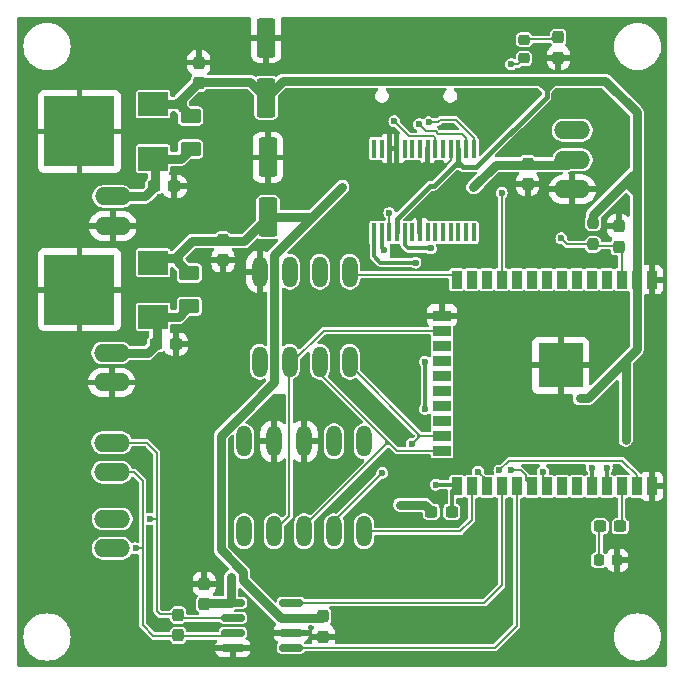
<source format=gbr>
%TF.GenerationSoftware,KiCad,Pcbnew,8.0.1*%
%TF.CreationDate,2024-07-17T12:18:50+09:00*%
%TF.ProjectId,Avi_73J_ParaBoard_v2,4176695f-3733-44a5-9f50-617261426f61,rev?*%
%TF.SameCoordinates,Original*%
%TF.FileFunction,Copper,L1,Top*%
%TF.FilePolarity,Positive*%
%FSLAX46Y46*%
G04 Gerber Fmt 4.6, Leading zero omitted, Abs format (unit mm)*
G04 Created by KiCad (PCBNEW 8.0.1) date 2024-07-17 12:18:50*
%MOMM*%
%LPD*%
G01*
G04 APERTURE LIST*
G04 Aperture macros list*
%AMRoundRect*
0 Rectangle with rounded corners*
0 $1 Rounding radius*
0 $2 $3 $4 $5 $6 $7 $8 $9 X,Y pos of 4 corners*
0 Add a 4 corners polygon primitive as box body*
4,1,4,$2,$3,$4,$5,$6,$7,$8,$9,$2,$3,0*
0 Add four circle primitives for the rounded corners*
1,1,$1+$1,$2,$3*
1,1,$1+$1,$4,$5*
1,1,$1+$1,$6,$7*
1,1,$1+$1,$8,$9*
0 Add four rect primitives between the rounded corners*
20,1,$1+$1,$2,$3,$4,$5,0*
20,1,$1+$1,$4,$5,$6,$7,0*
20,1,$1+$1,$6,$7,$8,$9,0*
20,1,$1+$1,$8,$9,$2,$3,0*%
G04 Aperture macros list end*
%TA.AperFunction,SMDPad,CuDef*%
%ADD10RoundRect,0.237500X0.300000X0.237500X-0.300000X0.237500X-0.300000X-0.237500X0.300000X-0.237500X0*%
%TD*%
%TA.AperFunction,SMDPad,CuDef*%
%ADD11RoundRect,0.237500X-0.237500X0.300000X-0.237500X-0.300000X0.237500X-0.300000X0.237500X0.300000X0*%
%TD*%
%TA.AperFunction,SMDPad,CuDef*%
%ADD12RoundRect,0.237500X-0.300000X-0.237500X0.300000X-0.237500X0.300000X0.237500X-0.300000X0.237500X0*%
%TD*%
%TA.AperFunction,SMDPad,CuDef*%
%ADD13RoundRect,0.250000X0.625000X-0.375000X0.625000X0.375000X-0.625000X0.375000X-0.625000X-0.375000X0*%
%TD*%
%TA.AperFunction,SMDPad,CuDef*%
%ADD14RoundRect,0.218750X-0.256250X0.218750X-0.256250X-0.218750X0.256250X-0.218750X0.256250X0.218750X0*%
%TD*%
%TA.AperFunction,ComponentPad*%
%ADD15O,1.308000X2.616000*%
%TD*%
%TA.AperFunction,SMDPad,CuDef*%
%ADD16R,6.000000X6.000000*%
%TD*%
%TA.AperFunction,SMDPad,CuDef*%
%ADD17R,2.500000X2.000000*%
%TD*%
%TA.AperFunction,ComponentPad*%
%ADD18O,3.048000X1.524000*%
%TD*%
%TA.AperFunction,SMDPad,CuDef*%
%ADD19RoundRect,0.237500X-0.237500X0.250000X-0.237500X-0.250000X0.237500X-0.250000X0.237500X0.250000X0*%
%TD*%
%TA.AperFunction,SMDPad,CuDef*%
%ADD20RoundRect,0.250000X0.550000X-1.412500X0.550000X1.412500X-0.550000X1.412500X-0.550000X-1.412500X0*%
%TD*%
%TA.AperFunction,SMDPad,CuDef*%
%ADD21RoundRect,0.237500X0.237500X-0.300000X0.237500X0.300000X-0.237500X0.300000X-0.237500X-0.300000X0*%
%TD*%
%TA.AperFunction,SMDPad,CuDef*%
%ADD22RoundRect,0.218750X0.218750X0.256250X-0.218750X0.256250X-0.218750X-0.256250X0.218750X-0.256250X0*%
%TD*%
%TA.AperFunction,SMDPad,CuDef*%
%ADD23R,0.431800X1.511300*%
%TD*%
%TA.AperFunction,SMDPad,CuDef*%
%ADD24R,0.900000X1.500000*%
%TD*%
%TA.AperFunction,SMDPad,CuDef*%
%ADD25R,1.500000X0.900000*%
%TD*%
%TA.AperFunction,SMDPad,CuDef*%
%ADD26R,0.900000X0.900000*%
%TD*%
%TA.AperFunction,HeatsinkPad*%
%ADD27C,0.600000*%
%TD*%
%TA.AperFunction,SMDPad,CuDef*%
%ADD28R,3.800000X3.800000*%
%TD*%
%TA.AperFunction,SMDPad,CuDef*%
%ADD29RoundRect,0.150000X0.825000X0.150000X-0.825000X0.150000X-0.825000X-0.150000X0.825000X-0.150000X0*%
%TD*%
%TA.AperFunction,ViaPad*%
%ADD30C,0.600000*%
%TD*%
%TA.AperFunction,Conductor*%
%ADD31C,0.200000*%
%TD*%
%TA.AperFunction,Conductor*%
%ADD32C,0.800000*%
%TD*%
%TA.AperFunction,Conductor*%
%ADD33C,0.400000*%
%TD*%
%TA.AperFunction,Conductor*%
%ADD34C,0.300000*%
%TD*%
G04 APERTURE END LIST*
D10*
%TO.P,R8,1*%
%TO.N,LED*%
X173535000Y-115630000D03*
%TO.P,R8,2*%
%TO.N,Net-(D2-A)*%
X171810000Y-115630000D03*
%TD*%
D11*
%TO.P,C4,1*%
%TO.N,GND*%
X138300000Y-120487500D03*
%TO.P,C4,2*%
%TO.N,3.3V*%
X138300000Y-122212500D03*
%TD*%
D12*
%TO.P,R2,1*%
%TO.N,3.3V*%
X157537500Y-114400000D03*
%TO.P,R2,2*%
%TO.N,IO0*%
X159262500Y-114400000D03*
%TD*%
%TO.P,C11,1*%
%TO.N,VCC_ACTUATOR*%
X134187500Y-100200000D03*
%TO.P,C11,2*%
%TO.N,GND*%
X135912500Y-100200000D03*
%TD*%
D13*
%TO.P,D3,1,K*%
%TO.N,VCC_LOGIC*%
X137150000Y-83700000D03*
%TO.P,D3,2,A*%
%TO.N,3.3V*%
X137150000Y-80900000D03*
%TD*%
D11*
%TO.P,C9,1*%
%TO.N,5V*%
X139900000Y-91387500D03*
%TO.P,C9,2*%
%TO.N,GND*%
X139900000Y-93112500D03*
%TD*%
D14*
%TO.P,D5,1,K*%
%TO.N,Net-(D5-K)*%
X165400000Y-74425000D03*
%TO.P,D5,2,A*%
%TO.N,VBUS*%
X165400000Y-76000000D03*
%TD*%
D12*
%TO.P,C8,1*%
%TO.N,VCC_LOGIC*%
X134062500Y-86850000D03*
%TO.P,C8,2*%
%TO.N,GND*%
X135787500Y-86850000D03*
%TD*%
D15*
%TO.P,LPS25HB-1,1,VDD*%
%TO.N,3.3V*%
X143000000Y-101700000D03*
%TO.P,LPS25HB-1,2,SCL/SPC*%
%TO.N,SPC*%
X145540000Y-101700000D03*
%TO.P,LPS25HB-1,3,SDA/SDI*%
%TO.N,MOSI*%
X148080000Y-101700000D03*
%TO.P,LPS25HB-1,4,SDO*%
%TO.N,MISO*%
X150620000Y-101700000D03*
%TO.P,LPS25HB-1,5,CS*%
%TO.N,LPS_CS*%
X150620000Y-94080000D03*
%TO.P,LPS25HB-1,6,NC*%
%TO.N,unconnected-(LPS25HB-1-NC-Pad6)*%
X148080000Y-94080000D03*
%TO.P,LPS25HB-1,7,INT*%
%TO.N,unconnected-(LPS25HB-1-INT-Pad7)*%
X145540000Y-94080000D03*
%TO.P,LPS25HB-1,8,GND*%
%TO.N,GND*%
X143000000Y-94080000D03*
%TD*%
%TO.P,ICM-20602-1,1,VIO*%
%TO.N,3.3V*%
X141675000Y-116050000D03*
%TO.P,ICM-20602-1,2,SC*%
%TO.N,SPC*%
X144215000Y-116050000D03*
%TO.P,ICM-20602-1,3,SI*%
%TO.N,MOSI*%
X146755000Y-116050000D03*
%TO.P,ICM-20602-1,4,SO*%
%TO.N,MISO*%
X149295000Y-116050000D03*
%TO.P,ICM-20602-1,5,CS*%
%TO.N,ICM_CS*%
X151835000Y-116050000D03*
%TO.P,ICM-20602-1,6,REV*%
%TO.N,unconnected-(ICM-20602-1-REV-Pad6)*%
X151835000Y-108430000D03*
%TO.P,ICM-20602-1,7,INT*%
%TO.N,unconnected-(ICM-20602-1-INT-Pad7)*%
X149295000Y-108430000D03*
%TO.P,ICM-20602-1,8,FSY*%
%TO.N,GND*%
X146755000Y-108430000D03*
%TO.P,ICM-20602-1,9,GND*%
X144215000Y-108430000D03*
%TO.P,ICM-20602-1,10,VDD*%
%TO.N,3.3V*%
X141675000Y-108430000D03*
%TD*%
D16*
%TO.P,NJM2391DL1-33-1,GND,GND*%
%TO.N,GND*%
X127750000Y-82200000D03*
D17*
%TO.P,NJM2391DL1-33-1,IN,IN*%
%TO.N,VCC_LOGIC*%
X134000000Y-84500000D03*
%TO.P,NJM2391DL1-33-1,OUT,OUT*%
%TO.N,3.3V*%
X134000000Y-79900000D03*
%TD*%
D16*
%TO.P,NJM2391DL1-05-1,GND,GND*%
%TO.N,GND*%
X127750000Y-95600000D03*
D17*
%TO.P,NJM2391DL1-05-1,IN,IN*%
%TO.N,VCC_ACTUATOR*%
X134000000Y-97900000D03*
%TO.P,NJM2391DL1-05-1,OUT,OUT*%
%TO.N,5V*%
X134000000Y-93300000D03*
%TD*%
D18*
%TO.P,ILG-2P4,1,1*%
%TO.N,GND*%
X130475000Y-103450000D03*
%TO.P,ILG-2P4,2,2*%
%TO.N,VCC_ACTUATOR*%
X130475000Y-100950000D03*
%TD*%
D19*
%TO.P,R1,1*%
%TO.N,3.3V*%
X171230000Y-89937500D03*
%TO.P,R1,2*%
%TO.N,EN*%
X171230000Y-91762500D03*
%TD*%
D20*
%TO.P,C10,1*%
%TO.N,5V*%
X143700000Y-89475000D03*
%TO.P,C10,2*%
%TO.N,GND*%
X143700000Y-84400000D03*
%TD*%
D21*
%TO.P,C3,1*%
%TO.N,GND*%
X165700000Y-86637500D03*
%TO.P,C3,2*%
%TO.N,5V*%
X165700000Y-84912500D03*
%TD*%
D18*
%TO.P,ILG-2P3,1,1*%
%TO.N,GND*%
X130575000Y-90200000D03*
%TO.P,ILG-2P3,2,2*%
%TO.N,VCC_LOGIC*%
X130575000Y-87700000D03*
%TD*%
%TO.P,ILG-2P1,1,1*%
%TO.N,CAN_H*%
X130475000Y-111050000D03*
%TO.P,ILG-2P1,2,2*%
%TO.N,CAN_L*%
X130475000Y-108550000D03*
%TD*%
D22*
%TO.P,D2,1,K*%
%TO.N,GND*%
X173287500Y-118500000D03*
%TO.P,D2,2,A*%
%TO.N,Net-(D2-A)*%
X171712500Y-118500000D03*
%TD*%
D18*
%TO.P,ILG-3P1,1,1*%
%TO.N,SERVO_PIN*%
X169475000Y-82100000D03*
%TO.P,ILG-3P1,2,2*%
%TO.N,5V*%
X169475000Y-84600000D03*
%TO.P,ILG-3P1,3,3*%
%TO.N,GND*%
X169475000Y-87100000D03*
%TD*%
D21*
%TO.P,R9,1*%
%TO.N,CAN_H*%
X136100000Y-124862500D03*
%TO.P,R9,2*%
%TO.N,CAN_L*%
X136100000Y-123137500D03*
%TD*%
%TO.P,C1,1*%
%TO.N,EN*%
X173400000Y-91952500D03*
%TO.P,C1,2*%
%TO.N,GND*%
X173400000Y-90227500D03*
%TD*%
D23*
%TO.P,U3,1,TXD*%
%TO.N,RXD0_ESP*%
X152675000Y-90749650D03*
%TO.P,U3,2,DTR#*%
%TO.N,IO0*%
X153325001Y-90749650D03*
%TO.P,U3,3,RTS#*%
%TO.N,EN*%
X153975000Y-90749650D03*
%TO.P,U3,4,VCCIO*%
%TO.N,3.3V*%
X154625001Y-90749650D03*
%TO.P,U3,5,RXD*%
%TO.N,RXD_FT232*%
X155274999Y-90749650D03*
%TO.P,U3,6,RI#*%
%TO.N,unconnected-(U3-RI#-Pad6)*%
X155925001Y-90749650D03*
%TO.P,U3,7,GND*%
%TO.N,GND*%
X156574999Y-90749650D03*
%TO.P,U3,8,NC*%
%TO.N,unconnected-(U3-NC-Pad8)*%
X157224998Y-90749650D03*
%TO.P,U3,9,DSR#*%
%TO.N,unconnected-(U3-DSR#-Pad9)*%
X157874999Y-90749650D03*
%TO.P,U3,10,DCD#*%
%TO.N,unconnected-(U3-DCD#-Pad10)*%
X158524998Y-90749650D03*
%TO.P,U3,11,CTS#*%
%TO.N,unconnected-(U3-CTS#-Pad11)*%
X159174999Y-90749650D03*
%TO.P,U3,12,CBUS4*%
%TO.N,unconnected-(U3-CBUS4-Pad12)*%
X159824998Y-90749650D03*
%TO.P,U3,13,CBUS2*%
%TO.N,unconnected-(U3-CBUS2-Pad13)*%
X160474999Y-90749650D03*
%TO.P,U3,14,CBUS3*%
%TO.N,unconnected-(U3-CBUS3-Pad14)*%
X161124998Y-90749650D03*
%TO.P,U3,15,USBDP*%
%TO.N,USBDP*%
X161125000Y-83650350D03*
%TO.P,U3,16,USBDM*%
%TO.N,USBDM*%
X160474999Y-83650350D03*
%TO.P,U3,17,3V3OUT*%
%TO.N,3.3V*%
X159825000Y-83650350D03*
%TO.P,U3,18,GND*%
%TO.N,GND*%
X159174999Y-83650350D03*
%TO.P,U3,19,RESET#*%
%TO.N,unconnected-(U3-RESET#-Pad19)*%
X158525001Y-83650350D03*
%TO.P,U3,20,VCC*%
%TO.N,VBUS*%
X157874999Y-83650350D03*
%TO.P,U3,21,GND*%
%TO.N,GND*%
X157225001Y-83650350D03*
%TO.P,U3,22,CBUS1*%
%TO.N,unconnected-(U3-CBUS1-Pad22)*%
X156574999Y-83650350D03*
%TO.P,U3,23,CBUS0*%
%TO.N,unconnected-(U3-CBUS0-Pad23)*%
X155925001Y-83650350D03*
%TO.P,U3,24,NC*%
%TO.N,unconnected-(U3-NC-Pad24)*%
X155274999Y-83650350D03*
%TO.P,U3,25,AGND*%
%TO.N,GND*%
X154625001Y-83650350D03*
%TO.P,U3,26,TEST*%
X153975000Y-83650350D03*
%TO.P,U3,27,OSCI*%
%TO.N,unconnected-(U3-OSCI-Pad27)*%
X153325001Y-83650350D03*
%TO.P,U3,28,OSCO*%
%TO.N,unconnected-(U3-OSCO-Pad28)*%
X152675000Y-83650350D03*
%TD*%
D11*
%TO.P,R10,1*%
%TO.N,Net-(D5-K)*%
X168300000Y-74225000D03*
%TO.P,R10,2*%
%TO.N,GND*%
X168300000Y-75950000D03*
%TD*%
D24*
%TO.P,U1,1,GND*%
%TO.N,GND*%
X176202500Y-94750000D03*
%TO.P,U1,2,VDD*%
%TO.N,3.3V*%
X174932500Y-94750000D03*
%TO.P,U1,3,EN*%
%TO.N,EN*%
X173662500Y-94750000D03*
%TO.P,U1,4,SENSOR_VP*%
%TO.N,unconnected-(U1-SENSOR_VP-Pad4)*%
X172392500Y-94750000D03*
%TO.P,U1,5,SENSOR_VN*%
%TO.N,unconnected-(U1-SENSOR_VN-Pad5)*%
X171122500Y-94750000D03*
%TO.P,U1,6,IO34*%
%TO.N,unconnected-(U1-IO34-Pad6)*%
X169852500Y-94750000D03*
%TO.P,U1,7,IO35*%
%TO.N,unconnected-(U1-IO35-Pad7)*%
X168582500Y-94750000D03*
%TO.P,U1,8,IO32*%
%TO.N,unconnected-(U1-IO32-Pad8)*%
X167312500Y-94750000D03*
%TO.P,U1,9,IO33*%
%TO.N,unconnected-(U1-IO33-Pad9)*%
X166042500Y-94750000D03*
%TO.P,U1,10,IO25*%
%TO.N,unconnected-(U1-IO25-Pad10)*%
X164772500Y-94750000D03*
%TO.P,U1,11,IO26*%
%TO.N,SERVO_PIN*%
X163502500Y-94750000D03*
%TO.P,U1,12,IO27*%
%TO.N,unconnected-(U1-IO27-Pad12)*%
X162232500Y-94750000D03*
%TO.P,U1,13,IO14*%
%TO.N,unconnected-(U1-IO14-Pad13)*%
X160962500Y-94750000D03*
%TO.P,U1,14,IO12*%
%TO.N,LPS_CS*%
X159692500Y-94750000D03*
D25*
%TO.P,U1,15,GND*%
%TO.N,GND*%
X158442500Y-97790000D03*
%TO.P,U1,16,IO13*%
%TO.N,SPC*%
X158442500Y-99060000D03*
%TO.P,U1,17,NC*%
%TO.N,unconnected-(U1-NC-Pad17)*%
X158442500Y-100330000D03*
%TO.P,U1,18,NC*%
%TO.N,unconnected-(U1-NC-Pad18)*%
X158442500Y-101600000D03*
%TO.P,U1,19,NC*%
%TO.N,unconnected-(U1-NC-Pad19)*%
X158442500Y-102870000D03*
%TO.P,U1,20,NC*%
%TO.N,unconnected-(U1-NC-Pad20)*%
X158442500Y-104140000D03*
%TO.P,U1,21,NC*%
%TO.N,unconnected-(U1-NC-Pad21)*%
X158442500Y-105410000D03*
%TO.P,U1,22,NC*%
%TO.N,unconnected-(U1-NC-Pad22)*%
X158442500Y-106680000D03*
%TO.P,U1,23,IO15*%
%TO.N,MISO*%
X158442500Y-107950000D03*
%TO.P,U1,24,IO2*%
%TO.N,MOSI*%
X158442500Y-109220000D03*
D24*
%TO.P,U1,25,IO0*%
%TO.N,IO0*%
X159692500Y-112250000D03*
%TO.P,U1,26,IO4*%
%TO.N,ICM_CS*%
X160962500Y-112250000D03*
%TO.P,U1,27,IO16*%
%TO.N,SD_CS*%
X162232500Y-112250000D03*
%TO.P,U1,28,IO17*%
%TO.N,CAN_RX_MCP*%
X163502500Y-112250000D03*
%TO.P,U1,29,IO5*%
%TO.N,CAN_RX_ESP*%
X164772500Y-112250000D03*
%TO.P,U1,30,IO18*%
%TO.N,SD_SPC*%
X166042500Y-112250000D03*
%TO.P,U1,31,IO19*%
%TO.N,SD_MISO*%
X167312500Y-112250000D03*
%TO.P,U1,32,NC*%
%TO.N,unconnected-(U1-NC-Pad32)*%
X168582500Y-112250000D03*
%TO.P,U1,33,IO21*%
%TO.N,unconnected-(U1-IO21-Pad33)*%
X169852500Y-112250000D03*
%TO.P,U1,34,RXD0/IO3*%
%TO.N,RXD0_ESP*%
X171122500Y-112250000D03*
%TO.P,U1,35,TXD0/IO1*%
%TO.N,RXD_FT232*%
X172392500Y-112250000D03*
%TO.P,U1,36,IO22*%
%TO.N,LED*%
X173662500Y-112250000D03*
%TO.P,U1,37,IO23*%
%TO.N,SD_MOSI*%
X174932500Y-112250000D03*
%TO.P,U1,38,GND*%
%TO.N,GND*%
X176202500Y-112250000D03*
D26*
%TO.P,U1,39,GND*%
X169882500Y-100600000D03*
D27*
X169182500Y-100600000D03*
D26*
X168482500Y-100600000D03*
D27*
X167782500Y-100600000D03*
D26*
X167082500Y-100600000D03*
D27*
X169882500Y-101300000D03*
X168482500Y-101300000D03*
X167082500Y-101300000D03*
X169182500Y-101975000D03*
X167782500Y-101975000D03*
D26*
X169882500Y-102000000D03*
X168482500Y-102000000D03*
D28*
X168482500Y-102000000D03*
D26*
X167082500Y-102000000D03*
D27*
X169882500Y-102700000D03*
X168482500Y-102700000D03*
X167082500Y-102700000D03*
D26*
X169882500Y-103400000D03*
D27*
X169182500Y-103400000D03*
D26*
X168482500Y-103400000D03*
D27*
X167782500Y-103400000D03*
D26*
X167082500Y-103400000D03*
%TD*%
D20*
%TO.P,C7,1*%
%TO.N,3.3V*%
X143550000Y-79337500D03*
%TO.P,C7,2*%
%TO.N,GND*%
X143550000Y-74262500D03*
%TD*%
D18*
%TO.P,ILG-2P2,1,1*%
%TO.N,CAN_H*%
X130525000Y-117500000D03*
%TO.P,ILG-2P2,2,2*%
%TO.N,CAN_L*%
X130525000Y-115000000D03*
%TD*%
D13*
%TO.P,D4,1,K*%
%TO.N,VCC_ACTUATOR*%
X137050000Y-97000000D03*
%TO.P,D4,2,A*%
%TO.N,5V*%
X137050000Y-94200000D03*
%TD*%
D21*
%TO.P,C5,1*%
%TO.N,GND*%
X148400000Y-124962500D03*
%TO.P,C5,2*%
%TO.N,5V*%
X148400000Y-123237500D03*
%TD*%
%TO.P,C6,1*%
%TO.N,3.3V*%
X137850000Y-78087500D03*
%TO.P,C6,2*%
%TO.N,GND*%
X137850000Y-76362500D03*
%TD*%
D29*
%TO.P,U2,1,TXD*%
%TO.N,CAN_RX_ESP*%
X145675000Y-125905000D03*
%TO.P,U2,2,VSS*%
%TO.N,GND*%
X145675000Y-124635000D03*
%TO.P,U2,3,VDD*%
%TO.N,5V*%
X145675000Y-123365000D03*
%TO.P,U2,4,RXD*%
%TO.N,CAN_RX_MCP*%
X145675000Y-122095000D03*
%TO.P,U2,5,Vio*%
%TO.N,3.3V*%
X140725000Y-122095000D03*
%TO.P,U2,6,CANL*%
%TO.N,CAN_L*%
X140725000Y-123365000D03*
%TO.P,U2,7,CANH*%
%TO.N,CAN_H*%
X140725000Y-124635000D03*
%TO.P,U2,8,STBY*%
%TO.N,GND*%
X140725000Y-125905000D03*
%TD*%
D30*
%TO.N,EN*%
X168550000Y-91250000D03*
X153975000Y-89100000D03*
%TO.N,GND*%
X157100000Y-85000000D03*
X169600000Y-90100000D03*
X137200000Y-85500000D03*
X128175000Y-116250000D03*
X166000000Y-110900000D03*
X161940013Y-120717372D03*
X148000000Y-126900000D03*
X165700000Y-108100000D03*
X132500000Y-107300000D03*
X164600000Y-83400000D03*
X137600000Y-99000000D03*
X165400000Y-96800000D03*
X163100000Y-124200000D03*
X156600000Y-76500000D03*
X124500000Y-116600000D03*
X159800000Y-108300000D03*
X155900000Y-96300000D03*
X152300000Y-89300000D03*
X134500000Y-75700000D03*
X166800000Y-114200000D03*
X149600000Y-121200000D03*
X136800000Y-110300000D03*
X128400000Y-106300000D03*
X138200000Y-118100000D03*
X134200000Y-82400000D03*
X154100000Y-117000000D03*
X124900000Y-108400000D03*
X146800000Y-98150000D03*
X155900000Y-110500000D03*
X160200000Y-102800000D03*
X159200000Y-81800000D03*
X170000000Y-110900000D03*
X162900000Y-99200000D03*
X141000000Y-86700000D03*
X125000000Y-110100000D03*
X138100000Y-124100000D03*
X173200000Y-81200000D03*
X170600000Y-126000000D03*
X166600000Y-117200000D03*
X163700000Y-107700000D03*
X168700000Y-106100000D03*
X134700000Y-101700000D03*
X153000000Y-99900000D03*
X164900000Y-103100000D03*
X135200000Y-121800000D03*
X140800000Y-76600000D03*
X124700000Y-121300000D03*
X175200000Y-102000000D03*
X152300000Y-85900000D03*
X147600000Y-82100000D03*
X138100000Y-126600000D03*
X156200000Y-103200000D03*
X176600000Y-108100000D03*
X173500000Y-100100000D03*
X153400000Y-76500000D03*
X160400000Y-96500000D03*
X150700000Y-88000000D03*
X132800000Y-125200000D03*
X156600000Y-73400000D03*
X170200000Y-75100000D03*
X169800000Y-92900000D03*
X173600000Y-110900000D03*
X131200000Y-74400000D03*
X138900000Y-94600000D03*
X164900000Y-79300000D03*
X161200000Y-116700000D03*
X130600000Y-77900000D03*
X151800000Y-124100000D03*
X149100000Y-99900000D03*
X167300000Y-83600000D03*
X123200000Y-78200000D03*
X146300000Y-86800000D03*
X176600000Y-91300000D03*
X171500000Y-73200000D03*
X173500000Y-96600000D03*
X176700000Y-81800000D03*
X176300000Y-118600000D03*
X172400000Y-93100000D03*
X130100000Y-122700000D03*
X170100000Y-108000000D03*
X162400000Y-82700000D03*
X166000000Y-122400000D03*
X176700000Y-104900000D03*
X125300000Y-102200000D03*
X138900000Y-103000000D03*
X141600000Y-97900000D03*
X154700000Y-108200000D03*
X156200000Y-99900000D03*
X148700000Y-79200000D03*
X148500000Y-74600000D03*
X156500000Y-89400000D03*
X143100000Y-124050000D03*
X146700000Y-112250000D03*
X148200000Y-91600000D03*
X163800000Y-121900000D03*
X176700000Y-87600000D03*
X158300000Y-123400000D03*
X133600000Y-91000000D03*
X132500000Y-109800000D03*
X159000000Y-76500000D03*
X135700000Y-106700000D03*
X138700000Y-74300000D03*
X150900000Y-118500000D03*
X161400000Y-89400000D03*
X123500000Y-82200000D03*
X166500000Y-88000000D03*
X152700000Y-81300000D03*
X162300000Y-114100000D03*
X158800000Y-111000000D03*
X173300000Y-109200000D03*
X125700000Y-89300000D03*
X134200000Y-123800000D03*
X176600000Y-78300000D03*
X161500000Y-73400000D03*
X164100000Y-73500000D03*
X149800000Y-84000000D03*
X131900000Y-113200000D03*
X128300000Y-120000000D03*
X171300000Y-122100000D03*
X132300000Y-116200000D03*
X155300000Y-85900000D03*
X138500000Y-89600000D03*
X130300000Y-126100000D03*
X143200000Y-112700000D03*
X154200000Y-114600000D03*
X170700000Y-79500000D03*
X133900000Y-95600000D03*
X153400000Y-103300000D03*
X173600000Y-88600000D03*
X155500000Y-79100000D03*
X146300000Y-76600000D03*
X151500000Y-97600000D03*
X171000000Y-114000000D03*
X151000000Y-73400000D03*
X128500000Y-109900000D03*
X140400000Y-81900000D03*
X168100000Y-110900000D03*
X158400000Y-117400000D03*
X138500000Y-106700000D03*
X135900000Y-113800000D03*
X165300000Y-90700000D03*
X155900000Y-121300000D03*
X168900000Y-97600000D03*
X146300000Y-120700000D03*
X168300000Y-80600000D03*
X152000000Y-105400000D03*
X132100000Y-119800000D03*
X173500000Y-85100000D03*
X152300000Y-87900000D03*
X129000000Y-74400000D03*
%TO.N,5V*%
X150000000Y-86900000D03*
X161100000Y-86900000D03*
%TO.N,3.3V*%
X170100000Y-104787500D03*
X154900000Y-113800000D03*
X140600000Y-119900000D03*
X174000000Y-108300000D03*
%TO.N,VBUS*%
X164300000Y-76500000D03*
X154400000Y-81334302D03*
%TO.N,MISO*%
X153400000Y-111100000D03*
X155900000Y-108620000D03*
%TO.N,CAN_H*%
X132500000Y-117500000D03*
%TO.N,CAN_L*%
X133700000Y-115000000D03*
%TO.N,SERVO_PIN*%
X163500000Y-87400000D03*
%TO.N,USBDP*%
X157300000Y-81400000D03*
%TO.N,USBDM*%
X156500000Y-81600000D03*
%TO.N,SD_CS*%
X161500000Y-111000000D03*
%TO.N,IO0*%
X157000000Y-101700000D03*
X157000000Y-105700000D03*
X157900000Y-112100000D03*
X153500000Y-92200000D03*
%TO.N,RXD_FT232*%
X172392500Y-110707500D03*
X157500000Y-92100000D03*
%TO.N,SD_MOSI*%
X163300000Y-110900000D03*
%TO.N,RXD0_ESP*%
X171122500Y-110677500D03*
X156200000Y-93300000D03*
%TO.N,SD_MISO*%
X167000000Y-111000000D03*
%TO.N,SD_SPC*%
X164300000Y-110900000D03*
%TD*%
D31*
%TO.N,EN*%
X173662500Y-92127500D02*
X173400000Y-91865000D01*
X168550000Y-91250000D02*
X169062500Y-91762500D01*
X169062500Y-91762500D02*
X171230000Y-91762500D01*
X153975000Y-89100000D02*
X153975000Y-90749650D01*
X173662500Y-94750000D02*
X173662500Y-92127500D01*
X171332500Y-91865000D02*
X171230000Y-91762500D01*
X173400000Y-91865000D02*
X171332500Y-91865000D01*
%TO.N,GND*%
X159174999Y-83650350D02*
X159174999Y-84606000D01*
X157225001Y-84874999D02*
X157100000Y-85000000D01*
X158780999Y-85000000D02*
X157100000Y-85000000D01*
X157225001Y-83650350D02*
X157225001Y-84874999D01*
X156574999Y-90749650D02*
X156574999Y-89474999D01*
X156574999Y-89474999D02*
X156500000Y-89400000D01*
X159174999Y-84606000D02*
X158780999Y-85000000D01*
D32*
%TO.N,5V*%
X141600000Y-120209816D02*
X144805184Y-123415000D01*
X165700000Y-85000000D02*
X169075000Y-85000000D01*
X135800000Y-92950000D02*
X136325000Y-92425000D01*
X141600000Y-119485786D02*
X141600000Y-120209816D01*
X161100000Y-86900000D02*
X163000000Y-85000000D01*
X134350000Y-92950000D02*
X134000000Y-93300000D01*
X137050000Y-94200000D02*
X136150000Y-93300000D01*
X144254000Y-92666000D02*
X144254000Y-103446000D01*
X144805184Y-123415000D02*
X148310000Y-123415000D01*
X139700000Y-117585786D02*
X141600000Y-119485786D01*
X135800000Y-92950000D02*
X134350000Y-92950000D01*
X169075000Y-85000000D02*
X169475000Y-84600000D01*
X144244000Y-92656000D02*
X144254000Y-92666000D01*
X141700000Y-91475000D02*
X143700000Y-89475000D01*
X144254000Y-103446000D02*
X141178000Y-106522000D01*
X139700000Y-107977576D02*
X139700000Y-117585786D01*
X147425000Y-89475000D02*
X150000000Y-86900000D01*
X147425000Y-89475000D02*
X144244000Y-92656000D01*
X143700000Y-89475000D02*
X147425000Y-89475000D01*
X136325000Y-92425000D02*
X137275000Y-91475000D01*
X163000000Y-85000000D02*
X165700000Y-85000000D01*
X136125000Y-93275000D02*
X136150000Y-93300000D01*
X136325000Y-92425000D02*
X136125000Y-92625000D01*
X137275000Y-91475000D02*
X139900000Y-91475000D01*
X141155576Y-106522000D02*
X139700000Y-107977576D01*
X136125000Y-92625000D02*
X136125000Y-93275000D01*
X139900000Y-91475000D02*
X141700000Y-91475000D01*
X141178000Y-106522000D02*
X141155576Y-106522000D01*
X136150000Y-93300000D02*
X135800000Y-92950000D01*
X148310000Y-123415000D02*
X148400000Y-123325000D01*
%TO.N,3.3V*%
X136425000Y-80175000D02*
X136425000Y-79425000D01*
X174932500Y-80592500D02*
X174932500Y-85870000D01*
X173830000Y-86640000D02*
X174922500Y-86640000D01*
X166400000Y-77900000D02*
X168100000Y-77900000D01*
D33*
X159794000Y-84806000D02*
X159500000Y-85100000D01*
D32*
X136500000Y-80250000D02*
X136425000Y-80175000D01*
D33*
X159825000Y-83650350D02*
X159825000Y-84500000D01*
X161346900Y-85200000D02*
X167300000Y-79246900D01*
D32*
X143550000Y-79337500D02*
X144987500Y-77900000D01*
X168100000Y-77900000D02*
X172240000Y-77900000D01*
X173830000Y-86640000D02*
X174202500Y-86640000D01*
D33*
X159825000Y-84806000D02*
X160059500Y-85040500D01*
D32*
X136425000Y-79425000D02*
X136575000Y-79275000D01*
X170800000Y-104787500D02*
X174932500Y-100655000D01*
X136150000Y-79900000D02*
X136500000Y-80250000D01*
D33*
X159600000Y-85000000D02*
X160019000Y-85000000D01*
D32*
X136575000Y-79275000D02*
X137850000Y-78000000D01*
D33*
X157750000Y-86800000D02*
X157400000Y-86800000D01*
D32*
X174932500Y-100655000D02*
X173999950Y-101587550D01*
D33*
X167300000Y-79246900D02*
X167300000Y-78700000D01*
D32*
X134000000Y-79900000D02*
X135950000Y-79900000D01*
X174932500Y-86650000D02*
X174932500Y-87370000D01*
D33*
X154625001Y-89574999D02*
X154625001Y-90749650D01*
X166500000Y-77900000D02*
X166400000Y-77900000D01*
X160059500Y-85040500D02*
X160219000Y-85200000D01*
D32*
X174932500Y-85870000D02*
X174932500Y-86650000D01*
X174932500Y-85870000D02*
X174600000Y-85870000D01*
X174600000Y-85870000D02*
X173830000Y-86640000D01*
X140595000Y-122125000D02*
X138300000Y-122125000D01*
X173999950Y-101587550D02*
X173999950Y-108299950D01*
D33*
X160019000Y-85000000D02*
X160059500Y-85040500D01*
D32*
X172240000Y-77900000D02*
X174932500Y-80592500D01*
D33*
X157400000Y-86800000D02*
X154625001Y-89574999D01*
X159825000Y-84500000D02*
X159825000Y-84806000D01*
D32*
X174932500Y-87370000D02*
X174932500Y-94750000D01*
D33*
X159825000Y-84806000D02*
X159794000Y-84806000D01*
D32*
X142212500Y-78000000D02*
X143550000Y-79337500D01*
D33*
X167300000Y-78700000D02*
X167300000Y-77900000D01*
D32*
X174922500Y-86640000D02*
X174932500Y-86650000D01*
D33*
X159500000Y-85100000D02*
X159600000Y-85000000D01*
X167300000Y-78700000D02*
X168100000Y-77900000D01*
D32*
X156975000Y-113800000D02*
X157575000Y-114400000D01*
X171230000Y-89240000D02*
X173830000Y-86640000D01*
X171230000Y-89937500D02*
X171230000Y-89240000D01*
D33*
X159450000Y-85100000D02*
X157750000Y-86800000D01*
D32*
X135950000Y-79900000D02*
X136575000Y-79275000D01*
X174932500Y-100655000D02*
X174932500Y-94750000D01*
X136500000Y-80250000D02*
X137150000Y-80900000D01*
X144987500Y-77900000D02*
X166400000Y-77900000D01*
X170100000Y-104787500D02*
X170800000Y-104787500D01*
X140600000Y-119900000D02*
X140600000Y-122120000D01*
X140600000Y-122120000D02*
X140595000Y-122125000D01*
D33*
X160219000Y-85200000D02*
X161346900Y-85200000D01*
D32*
X134000000Y-79900000D02*
X136150000Y-79900000D01*
X137850000Y-78000000D02*
X142212500Y-78000000D01*
X154900000Y-113800000D02*
X156975000Y-113800000D01*
X173999950Y-108299950D02*
X174000000Y-108300000D01*
D33*
X167300000Y-78700000D02*
X166500000Y-77900000D01*
X159500000Y-85100000D02*
X159450000Y-85100000D01*
D32*
X174202500Y-86640000D02*
X174932500Y-87370000D01*
%TO.N,VCC_LOGIC*%
X134150000Y-84650000D02*
X134000000Y-84500000D01*
X130575000Y-87700000D02*
X133300000Y-87700000D01*
X134000000Y-84500000D02*
X136350000Y-84500000D01*
X136350000Y-84500000D02*
X137150000Y-83700000D01*
X133300000Y-87700000D02*
X134150000Y-86850000D01*
X134150000Y-86850000D02*
X134150000Y-84650000D01*
%TO.N,VCC_ACTUATOR*%
X134275000Y-100200000D02*
X134275000Y-98175000D01*
X136150000Y-97900000D02*
X137050000Y-97000000D01*
X134275000Y-98175000D02*
X134000000Y-97900000D01*
X130475000Y-100950000D02*
X133525000Y-100950000D01*
X133525000Y-100950000D02*
X134275000Y-100200000D01*
X134000000Y-97900000D02*
X136150000Y-97900000D01*
D31*
%TO.N,VBUS*%
X157740901Y-82594700D02*
X157874999Y-82728798D01*
X157874999Y-82728798D02*
X157874999Y-83650350D01*
X154400000Y-81334302D02*
X155660398Y-82594700D01*
X164300000Y-76500000D02*
X164900000Y-76500000D01*
X155660398Y-82594700D02*
X157740901Y-82594700D01*
X164900000Y-76500000D02*
X165400000Y-76000000D01*
%TO.N,ICM_CS*%
X160000000Y-116050000D02*
X160962500Y-115087500D01*
X160962500Y-115087500D02*
X160962500Y-112250000D01*
X151835000Y-116050000D02*
X160000000Y-116050000D01*
%TO.N,SPC*%
X158442500Y-99060000D02*
X148430000Y-99060000D01*
X145680000Y-101810000D02*
X145630000Y-101810000D01*
X148430000Y-99060000D02*
X145680000Y-101810000D01*
X145530000Y-101910000D02*
X145530000Y-114735000D01*
X145630000Y-101810000D02*
X145530000Y-101910000D01*
X145530000Y-114735000D02*
X144215000Y-116050000D01*
%TO.N,MOSI*%
X148070000Y-102661840D02*
X153554080Y-108145920D01*
X146755000Y-115645000D02*
X153904080Y-108495920D01*
X154104080Y-108695920D02*
X154104080Y-108700920D01*
X146755000Y-116050000D02*
X146755000Y-115645000D01*
X153704080Y-108604080D02*
X153704080Y-108295920D01*
X154104080Y-108700920D02*
X153800920Y-108700920D01*
X153554080Y-108145920D02*
X153904080Y-108495920D01*
X159080000Y-109220000D02*
X158442500Y-109220000D01*
X153904080Y-108495920D02*
X154628160Y-109220000D01*
X154628160Y-109220000D02*
X158442500Y-109220000D01*
X153800920Y-108700920D02*
X153704080Y-108604080D01*
X148070000Y-101960000D02*
X148070000Y-102661840D01*
%TO.N,MISO*%
X150710000Y-102060000D02*
X156425000Y-107775000D01*
X155930000Y-108620000D02*
X156425000Y-108125000D01*
X156600000Y-107950000D02*
X158442500Y-107950000D01*
X156425000Y-107775000D02*
X156425000Y-108125000D01*
X156425000Y-107775000D02*
X156600000Y-107950000D01*
X155900000Y-108620000D02*
X155930000Y-108620000D01*
X156425000Y-108125000D02*
X156600000Y-107950000D01*
X150710000Y-101810000D02*
X150710000Y-102060000D01*
X149295000Y-115205000D02*
X149295000Y-116050000D01*
X153400000Y-111100000D02*
X149295000Y-115205000D01*
%TO.N,CAN_H*%
X133100000Y-124000000D02*
X134012500Y-124912500D01*
X140625000Y-124735000D02*
X140625000Y-124685000D01*
X129150000Y-111050000D02*
X130475000Y-111050000D01*
X140447500Y-124912500D02*
X140625000Y-124735000D01*
X132500000Y-117500000D02*
X133100000Y-117500000D01*
X133100000Y-117500000D02*
X133100000Y-111800000D01*
X130525000Y-117500000D02*
X129500000Y-117500000D01*
X132350000Y-111050000D02*
X130475000Y-111050000D01*
X134012500Y-124912500D02*
X140447500Y-124912500D01*
X133100000Y-111800000D02*
X132350000Y-111050000D01*
X133100000Y-117500000D02*
X133100000Y-124000000D01*
%TO.N,CAN_L*%
X134300000Y-122800000D02*
X134300000Y-118000000D01*
X133450000Y-108550000D02*
X130475000Y-108550000D01*
X134300000Y-115000000D02*
X133700000Y-115000000D01*
X134587500Y-123087500D02*
X134300000Y-122800000D01*
X134300000Y-118000000D02*
X134300000Y-115000000D01*
X136427500Y-123415000D02*
X136100000Y-123087500D01*
X134300000Y-115800000D02*
X134300000Y-115000000D01*
X136100000Y-123087500D02*
X134587500Y-123087500D01*
X140725000Y-123365000D02*
X140675000Y-123415000D01*
X140675000Y-123415000D02*
X136427500Y-123415000D01*
X134300000Y-109400000D02*
X133450000Y-108550000D01*
X134300000Y-118000000D02*
X134300000Y-115800000D01*
X134300000Y-115800000D02*
X134300000Y-109400000D01*
%TO.N,SERVO_PIN*%
X163502500Y-87402500D02*
X163500000Y-87400000D01*
X163502500Y-94750000D02*
X163502500Y-87402500D01*
%TO.N,USBDP*%
X159596199Y-81200000D02*
X161125000Y-82728801D01*
X158100000Y-81400000D02*
X158300000Y-81200000D01*
X161125000Y-82728801D02*
X161125000Y-83650350D01*
X158300000Y-81200000D02*
X159596199Y-81200000D01*
X157300000Y-81400000D02*
X158100000Y-81400000D01*
%TO.N,USBDM*%
X158111886Y-82400000D02*
X160146200Y-82400000D01*
X160146200Y-82400000D02*
X160474999Y-82728799D01*
X157906586Y-82194700D02*
X158111886Y-82400000D01*
X160474999Y-82728799D02*
X160474999Y-83650350D01*
X157094700Y-82194700D02*
X157906586Y-82194700D01*
X156500000Y-81600000D02*
X157094700Y-82194700D01*
%TO.N,SD_CS*%
X162232500Y-111732500D02*
X161500000Y-111000000D01*
X162232500Y-112250000D02*
X162232500Y-111732500D01*
%TO.N,LPS_CS*%
X150710000Y-94190000D02*
X150860000Y-94340000D01*
X159282500Y-94340000D02*
X159692500Y-94750000D01*
X150860000Y-94340000D02*
X159282500Y-94340000D01*
%TO.N,LED*%
X173662500Y-115552500D02*
X173585000Y-115630000D01*
X173662500Y-112250000D02*
X173662500Y-115552500D01*
D34*
%TO.N,IO0*%
X159312500Y-112630000D02*
X159692500Y-112250000D01*
X159542500Y-112100000D02*
X157900000Y-112100000D01*
X157000000Y-101700000D02*
X157000000Y-105700000D01*
X153325001Y-90749650D02*
X153325001Y-92025001D01*
X153325001Y-92025001D02*
X153500000Y-92200000D01*
X159362500Y-114500000D02*
X159312500Y-114450000D01*
X159312500Y-114450000D02*
X159312500Y-112630000D01*
X159692500Y-112250000D02*
X159542500Y-112100000D01*
%TO.N,RXD_FT232*%
X172392500Y-110707500D02*
X172392500Y-112250000D01*
X155274999Y-90749650D02*
X155274999Y-91805300D01*
X155274999Y-91805300D02*
X155569699Y-92100000D01*
X155569699Y-92100000D02*
X157500000Y-92100000D01*
X172500000Y-112142500D02*
X172392500Y-112250000D01*
D31*
%TO.N,SD_MOSI*%
X163300000Y-110900000D02*
X164122500Y-110077500D01*
X173710000Y-110077500D02*
X174932500Y-111300000D01*
X164122500Y-110077500D02*
X173710000Y-110077500D01*
X174932500Y-111300000D02*
X174932500Y-112250000D01*
D34*
%TO.N,RXD0_ESP*%
X153200000Y-93300000D02*
X152675000Y-92775000D01*
X152675000Y-92775000D02*
X152675000Y-90749650D01*
X171122500Y-110677500D02*
X171122500Y-112250000D01*
X156200000Y-93300000D02*
X153200000Y-93300000D01*
D31*
%TO.N,SD_MISO*%
X167000000Y-111000000D02*
X167000000Y-111937500D01*
X167000000Y-111937500D02*
X167312500Y-112250000D01*
%TO.N,SD_SPC*%
X165100000Y-110900000D02*
X165522500Y-111322500D01*
X165522500Y-111322500D02*
X165522500Y-111730000D01*
X164300000Y-110900000D02*
X165100000Y-110900000D01*
X165522500Y-111730000D02*
X166042500Y-112250000D01*
%TO.N,CAN_RX_ESP*%
X145625000Y-125905000D02*
X145575000Y-125955000D01*
X164772500Y-112250000D02*
X164772500Y-124027500D01*
X162895000Y-125905000D02*
X145625000Y-125905000D01*
X164772500Y-124027500D02*
X162895000Y-125905000D01*
%TO.N,CAN_RX_MCP*%
X163502500Y-112250000D02*
X163502500Y-120597500D01*
X145625000Y-122095000D02*
X145575000Y-122145000D01*
X162005000Y-122095000D02*
X145625000Y-122095000D01*
X163502500Y-120597500D02*
X162005000Y-122095000D01*
%TO.N,Net-(D2-A)*%
X171760000Y-118452500D02*
X171712500Y-118500000D01*
X171760000Y-115630000D02*
X171760000Y-118452500D01*
%TO.N,Net-(D5-K)*%
X165400000Y-74425000D02*
X165425000Y-74400000D01*
X165425000Y-74400000D02*
X167700000Y-74400000D01*
X167700000Y-74400000D02*
X168087500Y-74012500D01*
X168087500Y-74387500D02*
X168300000Y-74175000D01*
%TD*%
%TA.AperFunction,Conductor*%
%TO.N,GND*%
G36*
X170584841Y-110397685D02*
G01*
X170630596Y-110450489D01*
X170640540Y-110519647D01*
X170637616Y-110533087D01*
X170616853Y-110677500D01*
X170637334Y-110819956D01*
X170654500Y-110857543D01*
X170697123Y-110950873D01*
X170741713Y-111002333D01*
X170770738Y-111065888D01*
X170772000Y-111083535D01*
X170772000Y-111175500D01*
X170752315Y-111242539D01*
X170699511Y-111288294D01*
X170658642Y-111297184D01*
X170658812Y-111298903D01*
X170652747Y-111299500D01*
X170594270Y-111311131D01*
X170594269Y-111311132D01*
X170556391Y-111336442D01*
X170489713Y-111357320D01*
X170422333Y-111338835D01*
X170418609Y-111336442D01*
X170380730Y-111311132D01*
X170380729Y-111311131D01*
X170322252Y-111299500D01*
X170322248Y-111299500D01*
X169382752Y-111299500D01*
X169382747Y-111299500D01*
X169324270Y-111311131D01*
X169324269Y-111311132D01*
X169286391Y-111336442D01*
X169219713Y-111357320D01*
X169152333Y-111338835D01*
X169148609Y-111336442D01*
X169110730Y-111311132D01*
X169110729Y-111311131D01*
X169052252Y-111299500D01*
X169052248Y-111299500D01*
X168112752Y-111299500D01*
X168112747Y-111299500D01*
X168054270Y-111311131D01*
X168054269Y-111311132D01*
X168016391Y-111336442D01*
X167949713Y-111357320D01*
X167882333Y-111338835D01*
X167878609Y-111336442D01*
X167840730Y-111311132D01*
X167840729Y-111311131D01*
X167782252Y-111299500D01*
X167782248Y-111299500D01*
X167604698Y-111299500D01*
X167537659Y-111279815D01*
X167491904Y-111227011D01*
X167481960Y-111157853D01*
X167484883Y-111144412D01*
X167485163Y-111142459D01*
X167485165Y-111142457D01*
X167505647Y-111000000D01*
X167485165Y-110857543D01*
X167425377Y-110726627D01*
X167331128Y-110617857D01*
X167324929Y-110613873D01*
X167313169Y-110606315D01*
X167267414Y-110553511D01*
X167257471Y-110484352D01*
X167286497Y-110420797D01*
X167345275Y-110383023D01*
X167380209Y-110378000D01*
X170517802Y-110378000D01*
X170584841Y-110397685D01*
G37*
%TD.AperFunction*%
%TA.AperFunction,Conductor*%
G36*
X173601206Y-110397685D02*
G01*
X173621848Y-110414319D01*
X174311041Y-111103512D01*
X174344526Y-111164835D01*
X174339542Y-111234527D01*
X174297670Y-111290460D01*
X174232206Y-111314877D01*
X174199170Y-111312811D01*
X174132248Y-111299500D01*
X173192752Y-111299500D01*
X173192747Y-111299500D01*
X173134270Y-111311131D01*
X173134269Y-111311132D01*
X173096391Y-111336442D01*
X173029713Y-111357320D01*
X172962333Y-111338835D01*
X172958609Y-111336442D01*
X172920730Y-111311132D01*
X172920729Y-111311131D01*
X172862252Y-111299500D01*
X172856188Y-111298903D01*
X172856434Y-111296397D01*
X172799961Y-111279815D01*
X172754206Y-111227011D01*
X172743000Y-111175500D01*
X172743000Y-111113535D01*
X172762685Y-111046496D01*
X172773282Y-111032337D01*
X172817877Y-110980873D01*
X172877665Y-110849957D01*
X172898147Y-110707500D01*
X172877665Y-110565043D01*
X172872397Y-110553509D01*
X172862455Y-110484352D01*
X172891480Y-110420797D01*
X172950259Y-110383023D01*
X172985193Y-110378000D01*
X173534167Y-110378000D01*
X173601206Y-110397685D01*
G37*
%TD.AperFunction*%
%TA.AperFunction,Conductor*%
G36*
X166686830Y-110397685D02*
G01*
X166732585Y-110450489D01*
X166742529Y-110519647D01*
X166713504Y-110583203D01*
X166686831Y-110606315D01*
X166668874Y-110617855D01*
X166668872Y-110617856D01*
X166668872Y-110617857D01*
X166667031Y-110619982D01*
X166574623Y-110726626D01*
X166574622Y-110726628D01*
X166514834Y-110857543D01*
X166494353Y-111000000D01*
X166516097Y-111151235D01*
X166514279Y-111151496D01*
X166514278Y-111210438D01*
X166476502Y-111269215D01*
X166412945Y-111298238D01*
X166395302Y-111299500D01*
X165922586Y-111299500D01*
X165855547Y-111279815D01*
X165809792Y-111227011D01*
X165802813Y-111207599D01*
X165802522Y-111206516D01*
X165802521Y-111206511D01*
X165781750Y-111170534D01*
X165762964Y-111137995D01*
X165762958Y-111137987D01*
X165284512Y-110659541D01*
X165284504Y-110659535D01*
X165215995Y-110619982D01*
X165215992Y-110619980D01*
X165215989Y-110619979D01*
X165215985Y-110619978D01*
X165208482Y-110616870D01*
X165209723Y-110613873D01*
X165163021Y-110585400D01*
X165132499Y-110522550D01*
X165140801Y-110453176D01*
X165185292Y-110399302D01*
X165251846Y-110378035D01*
X165254784Y-110378000D01*
X166619791Y-110378000D01*
X166686830Y-110397685D01*
G37*
%TD.AperFunction*%
%TA.AperFunction,Conductor*%
G36*
X157435039Y-99380185D02*
G01*
X157480794Y-99432989D01*
X157492000Y-99484500D01*
X157492000Y-99529752D01*
X157503631Y-99588229D01*
X157503632Y-99588230D01*
X157528942Y-99626109D01*
X157549820Y-99692787D01*
X157531335Y-99760167D01*
X157528942Y-99763891D01*
X157503632Y-99801769D01*
X157503631Y-99801770D01*
X157492000Y-99860247D01*
X157492000Y-100799752D01*
X157503631Y-100858229D01*
X157503632Y-100858230D01*
X157528942Y-100896109D01*
X157549820Y-100962787D01*
X157531335Y-101030167D01*
X157528942Y-101033891D01*
X157503632Y-101071769D01*
X157503631Y-101071770D01*
X157492000Y-101130247D01*
X157492000Y-101194154D01*
X157472315Y-101261193D01*
X157419511Y-101306948D01*
X157350353Y-101316892D01*
X157300961Y-101298470D01*
X157283891Y-101287500D01*
X157210053Y-101240047D01*
X157210051Y-101240046D01*
X157210049Y-101240045D01*
X157210050Y-101240045D01*
X157071963Y-101199500D01*
X157071961Y-101199500D01*
X156928039Y-101199500D01*
X156928036Y-101199500D01*
X156789949Y-101240045D01*
X156668873Y-101317856D01*
X156574623Y-101426626D01*
X156574622Y-101426628D01*
X156514834Y-101557543D01*
X156494353Y-101700000D01*
X156514834Y-101842456D01*
X156546822Y-101912499D01*
X156574623Y-101973373D01*
X156619213Y-102024833D01*
X156648238Y-102088388D01*
X156649500Y-102106035D01*
X156649500Y-105293963D01*
X156629815Y-105361002D01*
X156619214Y-105375164D01*
X156574625Y-105426623D01*
X156574622Y-105426628D01*
X156514834Y-105557543D01*
X156494353Y-105700000D01*
X156514834Y-105842456D01*
X156531865Y-105879748D01*
X156574623Y-105973373D01*
X156668872Y-106082143D01*
X156789947Y-106159953D01*
X156789950Y-106159954D01*
X156789949Y-106159954D01*
X156928036Y-106200499D01*
X156928038Y-106200500D01*
X156928039Y-106200500D01*
X157071962Y-106200500D01*
X157071962Y-106200499D01*
X157210050Y-106159954D01*
X157210051Y-106159954D01*
X157210053Y-106159953D01*
X157300962Y-106101529D01*
X157367999Y-106081845D01*
X157435039Y-106101529D01*
X157480794Y-106154333D01*
X157492000Y-106205845D01*
X157492000Y-107149752D01*
X157503631Y-107208229D01*
X157503632Y-107208230D01*
X157528942Y-107246109D01*
X157549820Y-107312787D01*
X157531335Y-107380167D01*
X157528942Y-107383891D01*
X157503632Y-107421769D01*
X157503631Y-107421770D01*
X157492000Y-107480247D01*
X157492000Y-107525500D01*
X157472315Y-107592539D01*
X157419511Y-107638294D01*
X157368000Y-107649500D01*
X156775833Y-107649500D01*
X156708794Y-107629815D01*
X156688152Y-107613181D01*
X151510819Y-102435848D01*
X151477334Y-102374525D01*
X151474500Y-102348167D01*
X151474500Y-100961838D01*
X151474499Y-100961834D01*
X151464550Y-100911819D01*
X151441662Y-100796751D01*
X151388849Y-100669249D01*
X151377249Y-100641244D01*
X151377244Y-100641235D01*
X151283734Y-100501288D01*
X151283731Y-100501284D01*
X151164715Y-100382268D01*
X151164711Y-100382265D01*
X151024764Y-100288755D01*
X151024755Y-100288750D01*
X150869249Y-100224338D01*
X150869241Y-100224336D01*
X150704165Y-100191500D01*
X150704161Y-100191500D01*
X150535839Y-100191500D01*
X150535834Y-100191500D01*
X150370758Y-100224336D01*
X150370750Y-100224338D01*
X150215244Y-100288750D01*
X150215235Y-100288755D01*
X150075288Y-100382265D01*
X150075284Y-100382268D01*
X149956268Y-100501284D01*
X149956265Y-100501288D01*
X149862755Y-100641235D01*
X149862750Y-100641244D01*
X149798338Y-100796750D01*
X149798336Y-100796758D01*
X149765500Y-100961834D01*
X149765500Y-102438165D01*
X149798336Y-102603241D01*
X149798338Y-102603249D01*
X149862750Y-102758755D01*
X149862755Y-102758764D01*
X149956265Y-102898711D01*
X149956268Y-102898715D01*
X150075284Y-103017731D01*
X150075288Y-103017734D01*
X150215235Y-103111244D01*
X150215239Y-103111246D01*
X150215242Y-103111248D01*
X150370751Y-103175662D01*
X150479357Y-103197265D01*
X150535834Y-103208499D01*
X150535838Y-103208500D01*
X150535839Y-103208500D01*
X150704162Y-103208500D01*
X150704163Y-103208499D01*
X150869249Y-103175662D01*
X151024758Y-103111248D01*
X151126887Y-103043007D01*
X151193563Y-103022130D01*
X151260943Y-103040614D01*
X151283458Y-103058429D01*
X156087347Y-107862318D01*
X156120832Y-107923641D01*
X156115848Y-107993333D01*
X156087347Y-108037680D01*
X156041846Y-108083181D01*
X155980523Y-108116666D01*
X155954165Y-108119500D01*
X155828036Y-108119500D01*
X155689949Y-108160045D01*
X155568873Y-108237856D01*
X155474623Y-108346626D01*
X155474622Y-108346628D01*
X155414834Y-108477543D01*
X155394353Y-108620000D01*
X155416097Y-108771235D01*
X155414279Y-108771496D01*
X155414278Y-108830438D01*
X155376502Y-108889215D01*
X155312945Y-108918238D01*
X155295302Y-108919500D01*
X154803993Y-108919500D01*
X154736954Y-108899815D01*
X154716312Y-108883181D01*
X148810929Y-102977798D01*
X148777444Y-102916475D01*
X148782428Y-102846783D01*
X148795504Y-102821231D01*
X148837248Y-102758758D01*
X148901662Y-102603249D01*
X148934500Y-102438161D01*
X148934500Y-100961839D01*
X148901662Y-100796751D01*
X148848849Y-100669249D01*
X148837249Y-100641244D01*
X148837244Y-100641235D01*
X148743734Y-100501288D01*
X148743731Y-100501284D01*
X148624715Y-100382268D01*
X148624711Y-100382265D01*
X148484764Y-100288755D01*
X148484755Y-100288750D01*
X148329249Y-100224338D01*
X148329241Y-100224336D01*
X148164165Y-100191500D01*
X148164161Y-100191500D01*
X148022833Y-100191500D01*
X147955794Y-100171815D01*
X147910039Y-100119011D01*
X147900095Y-100049853D01*
X147929120Y-99986297D01*
X147935152Y-99979819D01*
X148518152Y-99396819D01*
X148579475Y-99363334D01*
X148605833Y-99360500D01*
X157368000Y-99360500D01*
X157435039Y-99380185D01*
G37*
%TD.AperFunction*%
%TA.AperFunction,Conductor*%
G36*
X159487405Y-81520185D02*
G01*
X159508047Y-81536819D01*
X159859047Y-81887819D01*
X159892532Y-81949142D01*
X159887548Y-82018834D01*
X159845676Y-82074767D01*
X159780212Y-82099184D01*
X159771366Y-82099500D01*
X158287719Y-82099500D01*
X158220680Y-82079815D01*
X158200038Y-82063181D01*
X158091098Y-81954241D01*
X158091093Y-81954237D01*
X158066637Y-81940118D01*
X158052380Y-81931887D01*
X158004165Y-81881322D01*
X157990940Y-81812716D01*
X158016907Y-81747850D01*
X158073820Y-81707321D01*
X158114379Y-81700500D01*
X158139560Y-81700500D01*
X158139562Y-81700500D01*
X158215989Y-81680021D01*
X158284511Y-81640460D01*
X158340460Y-81584511D01*
X158388152Y-81536819D01*
X158449475Y-81503334D01*
X158475833Y-81500500D01*
X159420366Y-81500500D01*
X159487405Y-81520185D01*
G37*
%TD.AperFunction*%
%TA.AperFunction,Conductor*%
G36*
X142221028Y-72520185D02*
G01*
X142266783Y-72572989D01*
X142276727Y-72642147D01*
X142271695Y-72663505D01*
X142260494Y-72697305D01*
X142260493Y-72697309D01*
X142250000Y-72800013D01*
X142250000Y-74012500D01*
X144849999Y-74012500D01*
X144849999Y-72800028D01*
X144849998Y-72800013D01*
X144839505Y-72697302D01*
X144828306Y-72663504D01*
X144825904Y-72593676D01*
X144861636Y-72533634D01*
X144924156Y-72502441D01*
X144946012Y-72500500D01*
X177375500Y-72500500D01*
X177442539Y-72520185D01*
X177488294Y-72572989D01*
X177499500Y-72624500D01*
X177499500Y-127375500D01*
X177479815Y-127442539D01*
X177427011Y-127488294D01*
X177375500Y-127499500D01*
X122624500Y-127499500D01*
X122557461Y-127479815D01*
X122511706Y-127427011D01*
X122500500Y-127375500D01*
X122500500Y-125000001D01*
X122994390Y-125000001D01*
X123014804Y-125285433D01*
X123075628Y-125565037D01*
X123075630Y-125565043D01*
X123075631Y-125565046D01*
X123109182Y-125655000D01*
X123175635Y-125833166D01*
X123312770Y-126084309D01*
X123312775Y-126084317D01*
X123484254Y-126313387D01*
X123484270Y-126313405D01*
X123686594Y-126515729D01*
X123686612Y-126515745D01*
X123915682Y-126687224D01*
X123915690Y-126687229D01*
X124166833Y-126824364D01*
X124166832Y-126824364D01*
X124166836Y-126824365D01*
X124166839Y-126824367D01*
X124434954Y-126924369D01*
X124434960Y-126924370D01*
X124434962Y-126924371D01*
X124714566Y-126985195D01*
X124714568Y-126985195D01*
X124714572Y-126985196D01*
X124968220Y-127003337D01*
X124999999Y-127005610D01*
X125000000Y-127005610D01*
X125000001Y-127005610D01*
X125028595Y-127003564D01*
X125285428Y-126985196D01*
X125565046Y-126924369D01*
X125833161Y-126824367D01*
X126084315Y-126687226D01*
X126313395Y-126515739D01*
X126515739Y-126313395D01*
X126634311Y-126155001D01*
X139252704Y-126155001D01*
X139252899Y-126157486D01*
X139298718Y-126315198D01*
X139382314Y-126456552D01*
X139382321Y-126456561D01*
X139498438Y-126572678D01*
X139498447Y-126572685D01*
X139639803Y-126656282D01*
X139639806Y-126656283D01*
X139797504Y-126702099D01*
X139797510Y-126702100D01*
X139834350Y-126704999D01*
X139834366Y-126705000D01*
X140475000Y-126705000D01*
X140475000Y-126155000D01*
X140975000Y-126155000D01*
X140975000Y-126705000D01*
X141615634Y-126705000D01*
X141615649Y-126704999D01*
X141652489Y-126702100D01*
X141652495Y-126702099D01*
X141810193Y-126656283D01*
X141810196Y-126656282D01*
X141951552Y-126572685D01*
X141951561Y-126572678D01*
X142067678Y-126456561D01*
X142067685Y-126456552D01*
X142151281Y-126315198D01*
X142197100Y-126157486D01*
X142197295Y-126155001D01*
X142197295Y-126155000D01*
X140975000Y-126155000D01*
X140475000Y-126155000D01*
X139252705Y-126155000D01*
X139252704Y-126155001D01*
X126634311Y-126155001D01*
X126687226Y-126084315D01*
X126824367Y-125833161D01*
X126924369Y-125565046D01*
X126931555Y-125532011D01*
X126985195Y-125285433D01*
X126985195Y-125285432D01*
X126985196Y-125285428D01*
X127005610Y-125000000D01*
X126985196Y-124714572D01*
X126984745Y-124712500D01*
X126924371Y-124434962D01*
X126924370Y-124434960D01*
X126924369Y-124434954D01*
X126824367Y-124166839D01*
X126811617Y-124143490D01*
X126687229Y-123915690D01*
X126687224Y-123915682D01*
X126515745Y-123686612D01*
X126515729Y-123686594D01*
X126313405Y-123484270D01*
X126313387Y-123484254D01*
X126084317Y-123312775D01*
X126084309Y-123312770D01*
X125833166Y-123175635D01*
X125833167Y-123175635D01*
X125725915Y-123135632D01*
X125565046Y-123075631D01*
X125565043Y-123075630D01*
X125565037Y-123075628D01*
X125285433Y-123014804D01*
X125000001Y-122994390D01*
X124999999Y-122994390D01*
X124714566Y-123014804D01*
X124434962Y-123075628D01*
X124166833Y-123175635D01*
X123915690Y-123312770D01*
X123915682Y-123312775D01*
X123686612Y-123484254D01*
X123686594Y-123484270D01*
X123484270Y-123686594D01*
X123484254Y-123686612D01*
X123312775Y-123915682D01*
X123312770Y-123915690D01*
X123175635Y-124166833D01*
X123075628Y-124434962D01*
X123014804Y-124714566D01*
X122994390Y-124999998D01*
X122994390Y-125000001D01*
X122500500Y-125000001D01*
X122500500Y-115094802D01*
X128800500Y-115094802D01*
X128837486Y-115280743D01*
X128837488Y-115280751D01*
X128910042Y-115455912D01*
X129015377Y-115613558D01*
X129149441Y-115747622D01*
X129168622Y-115760438D01*
X129307085Y-115852956D01*
X129482249Y-115925512D01*
X129604601Y-115949849D01*
X129668197Y-115962499D01*
X129668201Y-115962500D01*
X129668202Y-115962500D01*
X131381799Y-115962500D01*
X131381800Y-115962499D01*
X131567751Y-115925512D01*
X131742915Y-115852956D01*
X131900558Y-115747622D01*
X132034622Y-115613558D01*
X132139956Y-115455915D01*
X132212512Y-115280751D01*
X132249500Y-115094798D01*
X132249500Y-114905202D01*
X132212512Y-114719249D01*
X132152487Y-114574338D01*
X132139957Y-114544087D01*
X132138228Y-114541500D01*
X132098384Y-114481868D01*
X132034622Y-114386441D01*
X131900558Y-114252377D01*
X131742912Y-114147042D01*
X131567751Y-114074488D01*
X131567743Y-114074486D01*
X131381802Y-114037500D01*
X131381798Y-114037500D01*
X129668202Y-114037500D01*
X129668197Y-114037500D01*
X129482256Y-114074486D01*
X129482248Y-114074488D01*
X129307087Y-114147042D01*
X129149441Y-114252377D01*
X129015377Y-114386441D01*
X128910042Y-114544087D01*
X128837488Y-114719248D01*
X128837486Y-114719256D01*
X128800500Y-114905197D01*
X128800500Y-115094802D01*
X122500500Y-115094802D01*
X122500500Y-111144802D01*
X128750500Y-111144802D01*
X128787486Y-111330743D01*
X128787488Y-111330751D01*
X128860042Y-111505912D01*
X128965377Y-111663558D01*
X129099441Y-111797622D01*
X129142852Y-111826628D01*
X129257085Y-111902956D01*
X129432249Y-111975512D01*
X129555360Y-112000000D01*
X129618197Y-112012499D01*
X129618201Y-112012500D01*
X129618202Y-112012500D01*
X131331799Y-112012500D01*
X131331800Y-112012499D01*
X131517751Y-111975512D01*
X131692915Y-111902956D01*
X131850558Y-111797622D01*
X131984622Y-111663558D01*
X132089956Y-111505915D01*
X132104166Y-111471607D01*
X132148005Y-111417205D01*
X132214298Y-111395139D01*
X132281998Y-111412417D01*
X132306408Y-111431379D01*
X132763181Y-111888152D01*
X132796666Y-111949475D01*
X132799500Y-111975833D01*
X132799500Y-116900666D01*
X132779815Y-116967705D01*
X132727011Y-117013460D01*
X132657853Y-117023404D01*
X132640566Y-117019643D01*
X132571964Y-116999500D01*
X132571961Y-116999500D01*
X132428039Y-116999500D01*
X132428036Y-116999500D01*
X132289951Y-117040044D01*
X132289943Y-117040048D01*
X132285590Y-117042846D01*
X132218549Y-117062526D01*
X132151511Y-117042837D01*
X132115455Y-117007417D01*
X132034622Y-116886441D01*
X131900558Y-116752377D01*
X131742912Y-116647042D01*
X131567751Y-116574488D01*
X131567743Y-116574486D01*
X131381802Y-116537500D01*
X131381798Y-116537500D01*
X129668202Y-116537500D01*
X129668197Y-116537500D01*
X129482256Y-116574486D01*
X129482248Y-116574488D01*
X129307087Y-116647042D01*
X129149441Y-116752377D01*
X129015377Y-116886441D01*
X128910042Y-117044087D01*
X128837488Y-117219248D01*
X128837486Y-117219256D01*
X128800500Y-117405197D01*
X128800500Y-117594802D01*
X128837486Y-117780743D01*
X128837488Y-117780751D01*
X128910042Y-117955912D01*
X129015377Y-118113558D01*
X129149441Y-118247622D01*
X129254300Y-118317686D01*
X129307085Y-118352956D01*
X129482249Y-118425512D01*
X129668197Y-118462499D01*
X129668201Y-118462500D01*
X129668202Y-118462500D01*
X131381799Y-118462500D01*
X131381800Y-118462499D01*
X131567751Y-118425512D01*
X131742915Y-118352956D01*
X131900558Y-118247622D01*
X132034622Y-118113558D01*
X132115456Y-117992582D01*
X132169068Y-117947776D01*
X132238393Y-117939069D01*
X132285597Y-117957157D01*
X132289947Y-117959953D01*
X132289948Y-117959953D01*
X132289951Y-117959955D01*
X132428036Y-118000499D01*
X132428038Y-118000500D01*
X132428039Y-118000500D01*
X132571961Y-118000500D01*
X132640566Y-117980356D01*
X132710434Y-117980356D01*
X132769213Y-118018130D01*
X132798238Y-118081686D01*
X132799500Y-118099333D01*
X132799500Y-124039562D01*
X132810350Y-124080055D01*
X132819979Y-124115990D01*
X132819982Y-124115995D01*
X132859535Y-124184504D01*
X132859539Y-124184509D01*
X132859540Y-124184511D01*
X133772040Y-125097011D01*
X133827989Y-125152960D01*
X133827991Y-125152961D01*
X133827995Y-125152964D01*
X133884489Y-125185580D01*
X133896511Y-125192521D01*
X133972938Y-125213000D01*
X135328148Y-125213000D01*
X135395187Y-125232685D01*
X135440942Y-125285489D01*
X135445189Y-125296045D01*
X135470884Y-125369475D01*
X135470884Y-125369476D01*
X135549288Y-125475710D01*
X135549289Y-125475711D01*
X135655523Y-125554115D01*
X135655524Y-125554115D01*
X135655525Y-125554116D01*
X135780151Y-125597725D01*
X135780150Y-125597725D01*
X135809740Y-125600500D01*
X135809744Y-125600500D01*
X136390260Y-125600500D01*
X136419849Y-125597725D01*
X136456743Y-125584815D01*
X136544475Y-125554116D01*
X136650711Y-125475711D01*
X136729116Y-125369475D01*
X136749353Y-125311641D01*
X136754811Y-125296045D01*
X136795533Y-125239269D01*
X136860486Y-125213522D01*
X136871852Y-125213000D01*
X139247980Y-125213000D01*
X139315019Y-125232685D01*
X139360774Y-125285489D01*
X139370718Y-125354647D01*
X139354712Y-125400121D01*
X139298718Y-125494801D01*
X139252899Y-125652513D01*
X139252704Y-125654998D01*
X139252705Y-125655000D01*
X142197295Y-125655000D01*
X142197295Y-125654998D01*
X142197100Y-125652513D01*
X142151281Y-125494801D01*
X142067685Y-125353447D01*
X142067678Y-125353438D01*
X141951561Y-125237321D01*
X141951552Y-125237314D01*
X141864074Y-125185580D01*
X141816390Y-125134511D01*
X141803887Y-125065769D01*
X141830532Y-125001180D01*
X141839074Y-124991656D01*
X141839195Y-124991486D01*
X141839198Y-124991483D01*
X141890573Y-124886393D01*
X141900500Y-124818260D01*
X141900500Y-124451740D01*
X141899475Y-124444708D01*
X141890573Y-124383608D01*
X141890038Y-124382513D01*
X141839198Y-124278517D01*
X141839196Y-124278515D01*
X141839196Y-124278514D01*
X141756485Y-124195803D01*
X141651391Y-124144426D01*
X141583261Y-124134500D01*
X141583260Y-124134500D01*
X139866740Y-124134500D01*
X139866739Y-124134500D01*
X139798608Y-124144426D01*
X139693514Y-124195803D01*
X139610803Y-124278514D01*
X139559426Y-124383608D01*
X139549500Y-124451739D01*
X139549500Y-124488000D01*
X139529815Y-124555039D01*
X139477011Y-124600794D01*
X139425500Y-124612000D01*
X136898005Y-124612000D01*
X136830966Y-124592315D01*
X136785211Y-124539511D01*
X136774547Y-124499576D01*
X136772725Y-124480151D01*
X136760323Y-124444708D01*
X136729116Y-124355525D01*
X136724078Y-124348699D01*
X136650711Y-124249289D01*
X136650710Y-124249288D01*
X136544476Y-124170884D01*
X136419848Y-124127274D01*
X136419849Y-124127274D01*
X136390260Y-124124500D01*
X136390256Y-124124500D01*
X135809744Y-124124500D01*
X135809740Y-124124500D01*
X135780150Y-124127274D01*
X135655523Y-124170884D01*
X135549289Y-124249288D01*
X135549288Y-124249289D01*
X135470884Y-124355523D01*
X135427274Y-124480151D01*
X135425453Y-124499576D01*
X135399596Y-124564485D01*
X135342751Y-124605111D01*
X135301995Y-124612000D01*
X134188333Y-124612000D01*
X134121294Y-124592315D01*
X134100652Y-124575681D01*
X133436819Y-123911848D01*
X133403334Y-123850525D01*
X133400500Y-123824167D01*
X133400500Y-115599333D01*
X133420185Y-115532294D01*
X133472989Y-115486539D01*
X133542147Y-115476595D01*
X133559431Y-115480355D01*
X133580492Y-115486539D01*
X133628038Y-115500500D01*
X133628039Y-115500500D01*
X133771961Y-115500500D01*
X133840566Y-115480356D01*
X133910434Y-115480356D01*
X133969213Y-115518130D01*
X133998238Y-115581686D01*
X133999500Y-115599333D01*
X133999500Y-115760438D01*
X133999500Y-117960438D01*
X133999500Y-122839562D01*
X134006892Y-122867147D01*
X134019979Y-122915990D01*
X134019980Y-122915991D01*
X134052035Y-122971512D01*
X134059540Y-122984511D01*
X134347040Y-123272011D01*
X134402989Y-123327960D01*
X134402991Y-123327961D01*
X134402995Y-123327964D01*
X134471504Y-123367517D01*
X134471511Y-123367521D01*
X134547938Y-123388000D01*
X135301995Y-123388000D01*
X135369034Y-123407685D01*
X135414789Y-123460489D01*
X135425453Y-123500424D01*
X135427274Y-123519848D01*
X135470884Y-123644476D01*
X135549288Y-123750710D01*
X135549289Y-123750711D01*
X135655523Y-123829115D01*
X135655524Y-123829115D01*
X135655525Y-123829116D01*
X135780151Y-123872725D01*
X135780150Y-123872725D01*
X135809740Y-123875500D01*
X135809744Y-123875500D01*
X136390260Y-123875500D01*
X136419849Y-123872725D01*
X136544475Y-123829116D01*
X136650711Y-123750711D01*
X136650710Y-123750711D01*
X136658188Y-123745193D01*
X136659207Y-123746574D01*
X136710926Y-123718334D01*
X136737284Y-123715500D01*
X139553457Y-123715500D01*
X139620496Y-123735185D01*
X139641133Y-123751814D01*
X139693517Y-123804198D01*
X139798607Y-123855573D01*
X139832673Y-123860536D01*
X139866739Y-123865500D01*
X139866740Y-123865500D01*
X141583261Y-123865500D01*
X141605971Y-123862191D01*
X141651393Y-123855573D01*
X141756483Y-123804198D01*
X141839198Y-123721483D01*
X141890573Y-123616393D01*
X141900500Y-123548260D01*
X141900500Y-123181740D01*
X141899610Y-123175635D01*
X141890573Y-123113608D01*
X141889535Y-123111484D01*
X141839198Y-123008517D01*
X141839196Y-123008515D01*
X141839196Y-123008514D01*
X141756485Y-122925803D01*
X141651391Y-122874426D01*
X141583261Y-122864500D01*
X141583260Y-122864500D01*
X140977921Y-122864500D01*
X140910882Y-122844815D01*
X140865127Y-122792011D01*
X140855183Y-122722853D01*
X140884208Y-122659297D01*
X140915918Y-122633115D01*
X140952301Y-122612110D01*
X141014296Y-122595500D01*
X141583261Y-122595500D01*
X141605971Y-122592191D01*
X141651393Y-122585573D01*
X141756483Y-122534198D01*
X141839198Y-122451483D01*
X141890573Y-122346393D01*
X141900500Y-122278260D01*
X141900500Y-121911740D01*
X141890573Y-121843607D01*
X141839198Y-121738517D01*
X141839196Y-121738515D01*
X141839196Y-121738514D01*
X141756485Y-121655803D01*
X141651391Y-121604426D01*
X141583261Y-121594500D01*
X141583260Y-121594500D01*
X141324500Y-121594500D01*
X141257461Y-121574815D01*
X141211706Y-121522011D01*
X141200500Y-121470500D01*
X141200500Y-120958913D01*
X141220185Y-120891874D01*
X141272989Y-120846119D01*
X141342147Y-120836175D01*
X141405703Y-120865200D01*
X141412180Y-120871231D01*
X142915965Y-122375017D01*
X144390673Y-123849725D01*
X144424158Y-123911048D01*
X144419174Y-123980740D01*
X144390673Y-124025087D01*
X144332321Y-124083438D01*
X144332314Y-124083447D01*
X144248718Y-124224801D01*
X144202899Y-124382513D01*
X144202704Y-124384998D01*
X144202705Y-124385000D01*
X147147295Y-124385000D01*
X147147295Y-124384998D01*
X147147100Y-124382513D01*
X147101281Y-124224801D01*
X147088164Y-124202621D01*
X147070981Y-124134897D01*
X147093141Y-124068634D01*
X147147607Y-124024871D01*
X147194896Y-124015500D01*
X147472891Y-124015500D01*
X147539930Y-124035185D01*
X147585685Y-124087989D01*
X147595629Y-124157147D01*
X147578429Y-124204597D01*
X147489551Y-124348688D01*
X147489546Y-124348699D01*
X147435319Y-124512347D01*
X147425000Y-124613345D01*
X147425000Y-124712500D01*
X149374999Y-124712500D01*
X149374999Y-124613360D01*
X149374998Y-124613345D01*
X149364680Y-124512347D01*
X149310453Y-124348699D01*
X149310448Y-124348688D01*
X149219947Y-124201965D01*
X149219944Y-124201961D01*
X149098038Y-124080055D01*
X149098034Y-124080052D01*
X148995179Y-124016610D01*
X148948454Y-123964662D01*
X148937233Y-123895700D01*
X148960505Y-123837440D01*
X149029116Y-123744475D01*
X149072725Y-123619849D01*
X149075500Y-123590256D01*
X149075500Y-122884744D01*
X149074532Y-122874426D01*
X149072725Y-122855150D01*
X149048088Y-122784744D01*
X149029116Y-122730525D01*
X149025408Y-122725501D01*
X148950712Y-122624290D01*
X148950711Y-122624289D01*
X148943909Y-122619269D01*
X148901659Y-122563622D01*
X148896201Y-122493966D01*
X148929269Y-122432417D01*
X148990363Y-122398516D01*
X149017544Y-122395500D01*
X162044560Y-122395500D01*
X162044562Y-122395500D01*
X162120989Y-122375021D01*
X162189511Y-122335460D01*
X162245460Y-122279511D01*
X163742960Y-120782011D01*
X163750245Y-120769393D01*
X163782521Y-120713489D01*
X163803000Y-120637062D01*
X163803000Y-113324500D01*
X163822685Y-113257461D01*
X163875489Y-113211706D01*
X163927000Y-113200500D01*
X163972250Y-113200500D01*
X163972251Y-113200499D01*
X163987068Y-113197552D01*
X164030729Y-113188868D01*
X164030731Y-113188867D01*
X164068608Y-113163558D01*
X164135285Y-113142679D01*
X164202665Y-113161163D01*
X164206392Y-113163558D01*
X164244268Y-113188867D01*
X164244270Y-113188868D01*
X164302747Y-113200499D01*
X164302750Y-113200500D01*
X164302752Y-113200500D01*
X164348000Y-113200500D01*
X164415039Y-113220185D01*
X164460794Y-113272989D01*
X164472000Y-113324500D01*
X164472000Y-123851667D01*
X164452315Y-123918706D01*
X164435681Y-123939348D01*
X162806848Y-125568181D01*
X162745525Y-125601666D01*
X162719167Y-125604500D01*
X149472829Y-125604500D01*
X149405790Y-125584815D01*
X149360035Y-125532011D01*
X149350091Y-125462853D01*
X149355123Y-125441496D01*
X149364680Y-125412651D01*
X149374999Y-125311654D01*
X149375000Y-125311641D01*
X149375000Y-125212500D01*
X147425001Y-125212500D01*
X147425001Y-125311654D01*
X147435319Y-125412652D01*
X147444877Y-125441496D01*
X147447279Y-125511324D01*
X147411547Y-125571366D01*
X147349027Y-125602559D01*
X147327171Y-125604500D01*
X146892997Y-125604500D01*
X146825958Y-125584815D01*
X146792077Y-125552550D01*
X146783225Y-125540151D01*
X146784339Y-125539355D01*
X146756029Y-125487509D01*
X146761013Y-125417817D01*
X146802885Y-125361884D01*
X146814075Y-125354419D01*
X146901550Y-125302687D01*
X146901561Y-125302678D01*
X147017678Y-125186561D01*
X147017685Y-125186552D01*
X147101281Y-125045198D01*
X147147100Y-124887486D01*
X147147295Y-124885001D01*
X147147295Y-124885000D01*
X144202705Y-124885000D01*
X144202704Y-124885001D01*
X144202899Y-124887486D01*
X144248718Y-125045198D01*
X144332314Y-125186552D01*
X144332321Y-125186561D01*
X144448438Y-125302678D01*
X144448446Y-125302684D01*
X144535925Y-125354419D01*
X144583608Y-125405488D01*
X144596112Y-125474230D01*
X144569467Y-125538819D01*
X144560927Y-125548340D01*
X144560804Y-125548513D01*
X144509426Y-125653608D01*
X144499500Y-125721739D01*
X144499500Y-126088260D01*
X144509426Y-126156391D01*
X144560803Y-126261485D01*
X144643514Y-126344196D01*
X144643515Y-126344196D01*
X144643517Y-126344198D01*
X144748607Y-126395573D01*
X144782673Y-126400536D01*
X144816739Y-126405500D01*
X144816740Y-126405500D01*
X146533261Y-126405500D01*
X146555971Y-126402191D01*
X146601393Y-126395573D01*
X146706483Y-126344198D01*
X146789198Y-126261483D01*
X146789200Y-126261477D01*
X146792077Y-126257450D01*
X146847051Y-126214326D01*
X146892997Y-126205500D01*
X162934560Y-126205500D01*
X162934562Y-126205500D01*
X163010989Y-126185021D01*
X163079511Y-126145460D01*
X163135460Y-126089511D01*
X164224970Y-125000001D01*
X172994390Y-125000001D01*
X173014804Y-125285433D01*
X173075628Y-125565037D01*
X173075630Y-125565043D01*
X173075631Y-125565046D01*
X173109182Y-125655000D01*
X173175635Y-125833166D01*
X173312770Y-126084309D01*
X173312775Y-126084317D01*
X173484254Y-126313387D01*
X173484270Y-126313405D01*
X173686594Y-126515729D01*
X173686612Y-126515745D01*
X173915682Y-126687224D01*
X173915690Y-126687229D01*
X174166833Y-126824364D01*
X174166832Y-126824364D01*
X174166836Y-126824365D01*
X174166839Y-126824367D01*
X174434954Y-126924369D01*
X174434960Y-126924370D01*
X174434962Y-126924371D01*
X174714566Y-126985195D01*
X174714568Y-126985195D01*
X174714572Y-126985196D01*
X174968220Y-127003337D01*
X174999999Y-127005610D01*
X175000000Y-127005610D01*
X175000001Y-127005610D01*
X175028595Y-127003564D01*
X175285428Y-126985196D01*
X175565046Y-126924369D01*
X175833161Y-126824367D01*
X176084315Y-126687226D01*
X176313395Y-126515739D01*
X176515739Y-126313395D01*
X176687226Y-126084315D01*
X176824367Y-125833161D01*
X176924369Y-125565046D01*
X176931555Y-125532011D01*
X176985195Y-125285433D01*
X176985195Y-125285432D01*
X176985196Y-125285428D01*
X177005610Y-125000000D01*
X176985196Y-124714572D01*
X176984745Y-124712500D01*
X176924371Y-124434962D01*
X176924370Y-124434960D01*
X176924369Y-124434954D01*
X176824367Y-124166839D01*
X176811617Y-124143490D01*
X176687229Y-123915690D01*
X176687224Y-123915682D01*
X176515745Y-123686612D01*
X176515729Y-123686594D01*
X176313405Y-123484270D01*
X176313387Y-123484254D01*
X176084317Y-123312775D01*
X176084309Y-123312770D01*
X175833166Y-123175635D01*
X175833167Y-123175635D01*
X175725915Y-123135632D01*
X175565046Y-123075631D01*
X175565043Y-123075630D01*
X175565037Y-123075628D01*
X175285433Y-123014804D01*
X175000001Y-122994390D01*
X174999999Y-122994390D01*
X174714566Y-123014804D01*
X174434962Y-123075628D01*
X174166833Y-123175635D01*
X173915690Y-123312770D01*
X173915682Y-123312775D01*
X173686612Y-123484254D01*
X173686594Y-123484270D01*
X173484270Y-123686594D01*
X173484254Y-123686612D01*
X173312775Y-123915682D01*
X173312770Y-123915690D01*
X173175635Y-124166833D01*
X173075628Y-124434962D01*
X173014804Y-124714566D01*
X172994390Y-124999998D01*
X172994390Y-125000001D01*
X164224970Y-125000001D01*
X165012960Y-124212011D01*
X165028837Y-124184511D01*
X165052521Y-124143489D01*
X165073000Y-124067062D01*
X165073000Y-115920260D01*
X171072000Y-115920260D01*
X171074774Y-115949849D01*
X171118384Y-116074476D01*
X171196788Y-116180710D01*
X171196789Y-116180711D01*
X171303025Y-116259116D01*
X171346379Y-116274286D01*
X171376455Y-116284811D01*
X171433231Y-116325533D01*
X171458978Y-116390486D01*
X171459500Y-116401852D01*
X171459500Y-117718792D01*
X171439815Y-117785831D01*
X171387011Y-117831586D01*
X171371603Y-117836230D01*
X171371864Y-117837032D01*
X171362583Y-117840047D01*
X171304587Y-117869597D01*
X171244249Y-117900342D01*
X171244248Y-117900343D01*
X171244243Y-117900346D01*
X171150346Y-117994243D01*
X171150343Y-117994248D01*
X171150342Y-117994249D01*
X171147157Y-118000500D01*
X171090047Y-118112582D01*
X171074500Y-118210748D01*
X171074500Y-118789251D01*
X171090047Y-118887417D01*
X171090049Y-118887420D01*
X171150342Y-119005751D01*
X171150344Y-119005753D01*
X171150346Y-119005756D01*
X171244243Y-119099653D01*
X171244245Y-119099654D01*
X171244249Y-119099658D01*
X171362580Y-119159951D01*
X171362581Y-119159951D01*
X171362583Y-119159952D01*
X171362582Y-119159952D01*
X171460749Y-119175500D01*
X171460754Y-119175500D01*
X171964251Y-119175500D01*
X172062417Y-119159952D01*
X172062418Y-119159951D01*
X172062420Y-119159951D01*
X172180751Y-119099658D01*
X172227786Y-119052623D01*
X172289109Y-119019137D01*
X172358800Y-119024121D01*
X172414734Y-119065992D01*
X172421007Y-119075206D01*
X172501114Y-119205080D01*
X172619919Y-119323885D01*
X172762922Y-119412091D01*
X172762927Y-119412093D01*
X172922416Y-119464942D01*
X173020856Y-119474999D01*
X173037500Y-119474998D01*
X173037500Y-118750000D01*
X173537500Y-118750000D01*
X173537500Y-119474999D01*
X173554136Y-119474999D01*
X173554152Y-119474998D01*
X173652583Y-119464943D01*
X173812072Y-119412093D01*
X173812077Y-119412091D01*
X173955080Y-119323885D01*
X174073885Y-119205080D01*
X174162091Y-119062077D01*
X174162093Y-119062072D01*
X174214942Y-118902583D01*
X174224999Y-118804150D01*
X174225000Y-118804137D01*
X174225000Y-118750000D01*
X173537500Y-118750000D01*
X173037500Y-118750000D01*
X173037500Y-117525000D01*
X173537500Y-117525000D01*
X173537500Y-118250000D01*
X174224999Y-118250000D01*
X174224999Y-118195864D01*
X174224998Y-118195847D01*
X174214943Y-118097416D01*
X174162093Y-117937927D01*
X174162091Y-117937922D01*
X174073885Y-117794919D01*
X173955080Y-117676114D01*
X173812077Y-117587908D01*
X173812072Y-117587906D01*
X173652583Y-117535057D01*
X173554150Y-117525000D01*
X173537500Y-117525000D01*
X173037500Y-117525000D01*
X173037500Y-117524999D01*
X173020856Y-117525000D01*
X172922415Y-117535057D01*
X172762927Y-117587906D01*
X172762922Y-117587908D01*
X172619919Y-117676114D01*
X172501113Y-117794920D01*
X172501110Y-117794924D01*
X172421006Y-117924793D01*
X172369058Y-117971518D01*
X172300096Y-117982739D01*
X172236014Y-117954896D01*
X172227787Y-117947377D01*
X172180756Y-117900346D01*
X172180753Y-117900344D01*
X172180751Y-117900342D01*
X172146669Y-117882976D01*
X172128204Y-117873567D01*
X172077408Y-117825592D01*
X172060500Y-117763083D01*
X172060500Y-116428005D01*
X172080185Y-116360966D01*
X172132989Y-116315211D01*
X172172924Y-116304547D01*
X172189148Y-116303025D01*
X172192349Y-116302725D01*
X172316975Y-116259116D01*
X172423211Y-116180711D01*
X172501616Y-116074475D01*
X172545225Y-115949849D01*
X172547507Y-115925512D01*
X172548000Y-115920260D01*
X172548000Y-115339739D01*
X172545225Y-115310150D01*
X172507902Y-115203489D01*
X172501616Y-115185525D01*
X172423211Y-115079289D01*
X172414317Y-115072725D01*
X172316976Y-115000884D01*
X172192348Y-114957274D01*
X172192349Y-114957274D01*
X172162760Y-114954500D01*
X172162756Y-114954500D01*
X171457244Y-114954500D01*
X171457240Y-114954500D01*
X171427650Y-114957274D01*
X171303023Y-115000884D01*
X171196789Y-115079288D01*
X171196788Y-115079289D01*
X171118384Y-115185523D01*
X171074774Y-115310150D01*
X171072000Y-115339739D01*
X171072000Y-115920260D01*
X165073000Y-115920260D01*
X165073000Y-113324500D01*
X165092685Y-113257461D01*
X165145489Y-113211706D01*
X165197000Y-113200500D01*
X165242250Y-113200500D01*
X165242251Y-113200499D01*
X165257068Y-113197552D01*
X165300729Y-113188868D01*
X165300731Y-113188867D01*
X165338608Y-113163558D01*
X165405285Y-113142679D01*
X165472665Y-113161163D01*
X165476392Y-113163558D01*
X165514268Y-113188867D01*
X165514270Y-113188868D01*
X165572747Y-113200499D01*
X165572750Y-113200500D01*
X165572752Y-113200500D01*
X166512250Y-113200500D01*
X166512251Y-113200499D01*
X166527068Y-113197552D01*
X166570729Y-113188868D01*
X166570731Y-113188867D01*
X166608608Y-113163558D01*
X166675285Y-113142679D01*
X166742665Y-113161163D01*
X166746392Y-113163558D01*
X166784268Y-113188867D01*
X166784270Y-113188868D01*
X166842747Y-113200499D01*
X166842750Y-113200500D01*
X166842752Y-113200500D01*
X167782250Y-113200500D01*
X167782251Y-113200499D01*
X167797068Y-113197552D01*
X167840729Y-113188868D01*
X167840731Y-113188867D01*
X167878608Y-113163558D01*
X167945285Y-113142679D01*
X168012665Y-113161163D01*
X168016392Y-113163558D01*
X168054268Y-113188867D01*
X168054270Y-113188868D01*
X168112747Y-113200499D01*
X168112750Y-113200500D01*
X168112752Y-113200500D01*
X169052250Y-113200500D01*
X169052251Y-113200499D01*
X169067068Y-113197552D01*
X169110729Y-113188868D01*
X169110731Y-113188867D01*
X169148608Y-113163558D01*
X169215285Y-113142679D01*
X169282665Y-113161163D01*
X169286392Y-113163558D01*
X169324268Y-113188867D01*
X169324270Y-113188868D01*
X169382747Y-113200499D01*
X169382750Y-113200500D01*
X169382752Y-113200500D01*
X170322250Y-113200500D01*
X170322251Y-113200499D01*
X170337068Y-113197552D01*
X170380729Y-113188868D01*
X170380731Y-113188867D01*
X170418608Y-113163558D01*
X170485285Y-113142679D01*
X170552665Y-113161163D01*
X170556392Y-113163558D01*
X170594268Y-113188867D01*
X170594270Y-113188868D01*
X170652747Y-113200499D01*
X170652750Y-113200500D01*
X170652752Y-113200500D01*
X171592250Y-113200500D01*
X171592251Y-113200499D01*
X171607068Y-113197552D01*
X171650729Y-113188868D01*
X171650731Y-113188867D01*
X171688608Y-113163558D01*
X171755285Y-113142679D01*
X171822665Y-113161163D01*
X171826392Y-113163558D01*
X171864268Y-113188867D01*
X171864270Y-113188868D01*
X171922747Y-113200499D01*
X171922750Y-113200500D01*
X171922752Y-113200500D01*
X172862250Y-113200500D01*
X172862251Y-113200499D01*
X172877068Y-113197552D01*
X172920729Y-113188868D01*
X172920731Y-113188867D01*
X172958608Y-113163558D01*
X173025285Y-113142679D01*
X173092665Y-113161163D01*
X173096392Y-113163558D01*
X173134268Y-113188867D01*
X173134270Y-113188868D01*
X173192747Y-113200499D01*
X173192750Y-113200500D01*
X173192752Y-113200500D01*
X173238000Y-113200500D01*
X173305039Y-113220185D01*
X173350794Y-113272989D01*
X173362000Y-113324500D01*
X173362000Y-114830500D01*
X173342315Y-114897539D01*
X173289511Y-114943294D01*
X173238000Y-114954500D01*
X173182240Y-114954500D01*
X173152650Y-114957274D01*
X173028023Y-115000884D01*
X172921789Y-115079288D01*
X172921788Y-115079289D01*
X172843384Y-115185523D01*
X172799774Y-115310150D01*
X172797000Y-115339739D01*
X172797000Y-115920260D01*
X172799774Y-115949849D01*
X172843384Y-116074476D01*
X172921788Y-116180710D01*
X172921789Y-116180711D01*
X173028023Y-116259115D01*
X173028024Y-116259115D01*
X173028025Y-116259116D01*
X173152651Y-116302725D01*
X173152650Y-116302725D01*
X173182240Y-116305500D01*
X173182244Y-116305500D01*
X173887760Y-116305500D01*
X173917349Y-116302725D01*
X174041975Y-116259116D01*
X174148211Y-116180711D01*
X174226616Y-116074475D01*
X174270225Y-115949849D01*
X174272507Y-115925512D01*
X174273000Y-115920260D01*
X174273000Y-115339739D01*
X174270225Y-115310150D01*
X174232902Y-115203489D01*
X174226616Y-115185525D01*
X174148211Y-115079289D01*
X174139317Y-115072725D01*
X174041976Y-115000884D01*
X174033760Y-114996542D01*
X174034926Y-114994334D01*
X173989269Y-114961586D01*
X173963522Y-114896633D01*
X173963000Y-114885267D01*
X173963000Y-113324500D01*
X173982685Y-113257461D01*
X174035489Y-113211706D01*
X174087000Y-113200500D01*
X174132250Y-113200500D01*
X174132251Y-113200499D01*
X174147068Y-113197552D01*
X174190729Y-113188868D01*
X174190731Y-113188867D01*
X174228608Y-113163558D01*
X174295285Y-113142679D01*
X174362665Y-113161163D01*
X174366392Y-113163558D01*
X174404268Y-113188867D01*
X174404270Y-113188868D01*
X174462747Y-113200499D01*
X174462750Y-113200500D01*
X175215944Y-113200500D01*
X175282983Y-113220185D01*
X175315210Y-113250189D01*
X175395309Y-113357187D01*
X175395312Y-113357190D01*
X175510406Y-113443350D01*
X175510413Y-113443354D01*
X175645120Y-113493596D01*
X175645127Y-113493598D01*
X175704655Y-113499999D01*
X175704672Y-113500000D01*
X175952500Y-113500000D01*
X175952500Y-112500000D01*
X176452500Y-112500000D01*
X176452500Y-113500000D01*
X176700328Y-113500000D01*
X176700344Y-113499999D01*
X176759872Y-113493598D01*
X176759879Y-113493596D01*
X176894586Y-113443354D01*
X176894593Y-113443350D01*
X177009687Y-113357190D01*
X177009690Y-113357187D01*
X177095850Y-113242093D01*
X177095854Y-113242086D01*
X177146096Y-113107379D01*
X177146098Y-113107372D01*
X177152499Y-113047844D01*
X177152500Y-113047827D01*
X177152500Y-112500000D01*
X176452500Y-112500000D01*
X175952500Y-112500000D01*
X175952500Y-111000000D01*
X176452500Y-111000000D01*
X176452500Y-112000000D01*
X177152500Y-112000000D01*
X177152500Y-111452172D01*
X177152499Y-111452155D01*
X177146098Y-111392627D01*
X177146096Y-111392620D01*
X177095854Y-111257913D01*
X177095850Y-111257906D01*
X177009690Y-111142812D01*
X177009687Y-111142809D01*
X176894593Y-111056649D01*
X176894586Y-111056645D01*
X176759879Y-111006403D01*
X176759872Y-111006401D01*
X176700344Y-111000000D01*
X176452500Y-111000000D01*
X175952500Y-111000000D01*
X175704655Y-111000000D01*
X175645127Y-111006401D01*
X175645120Y-111006403D01*
X175510413Y-111056645D01*
X175510406Y-111056649D01*
X175395312Y-111142809D01*
X175395309Y-111142812D01*
X175391339Y-111148116D01*
X175335404Y-111189985D01*
X175265712Y-111194967D01*
X175204390Y-111161480D01*
X175184688Y-111135802D01*
X175172962Y-111115492D01*
X175172958Y-111115487D01*
X173894512Y-109837041D01*
X173894504Y-109837035D01*
X173855560Y-109814551D01*
X173855556Y-109814550D01*
X173845239Y-109808593D01*
X173825990Y-109797479D01*
X173825991Y-109797479D01*
X173787775Y-109787239D01*
X173749562Y-109777000D01*
X164162062Y-109777000D01*
X164082938Y-109777000D01*
X164006510Y-109797478D01*
X163937989Y-109837040D01*
X163937986Y-109837042D01*
X163411847Y-110363181D01*
X163350524Y-110396666D01*
X163324166Y-110399500D01*
X163228036Y-110399500D01*
X163089949Y-110440045D01*
X162968873Y-110517856D01*
X162968872Y-110517856D01*
X162968872Y-110517857D01*
X162956290Y-110532377D01*
X162874623Y-110626626D01*
X162874622Y-110626628D01*
X162814834Y-110757543D01*
X162794353Y-110900000D01*
X162814834Y-111042456D01*
X162854548Y-111129416D01*
X162864492Y-111198575D01*
X162835467Y-111262131D01*
X162776689Y-111299905D01*
X162717566Y-111302546D01*
X162702250Y-111299500D01*
X162702248Y-111299500D01*
X162275833Y-111299500D01*
X162208794Y-111279815D01*
X162188152Y-111263181D01*
X162039395Y-111114424D01*
X162005910Y-111053101D01*
X162004339Y-111009094D01*
X162005647Y-111000000D01*
X161985165Y-110857543D01*
X161925377Y-110726627D01*
X161831128Y-110617857D01*
X161710053Y-110540047D01*
X161710051Y-110540046D01*
X161710049Y-110540045D01*
X161710050Y-110540045D01*
X161571963Y-110499500D01*
X161571961Y-110499500D01*
X161428039Y-110499500D01*
X161428036Y-110499500D01*
X161289949Y-110540045D01*
X161168873Y-110617856D01*
X161074623Y-110726626D01*
X161074622Y-110726628D01*
X161014834Y-110857543D01*
X160994353Y-111000000D01*
X161016097Y-111151235D01*
X161014279Y-111151496D01*
X161014278Y-111210438D01*
X160976502Y-111269215D01*
X160912945Y-111298238D01*
X160895302Y-111299500D01*
X160492747Y-111299500D01*
X160434270Y-111311131D01*
X160434269Y-111311132D01*
X160396391Y-111336442D01*
X160329713Y-111357320D01*
X160262333Y-111338835D01*
X160258609Y-111336442D01*
X160220730Y-111311132D01*
X160220729Y-111311131D01*
X160162252Y-111299500D01*
X160162248Y-111299500D01*
X159222752Y-111299500D01*
X159222747Y-111299500D01*
X159164270Y-111311131D01*
X159164269Y-111311132D01*
X159097947Y-111355447D01*
X159053632Y-111421769D01*
X159053631Y-111421770D01*
X159042000Y-111480247D01*
X159042000Y-111625500D01*
X159022315Y-111692539D01*
X158969511Y-111738294D01*
X158918000Y-111749500D01*
X158313895Y-111749500D01*
X158246856Y-111729815D01*
X158232688Y-111719210D01*
X158231132Y-111717862D01*
X158231128Y-111717857D01*
X158110053Y-111640047D01*
X158110051Y-111640046D01*
X158110049Y-111640045D01*
X158110050Y-111640045D01*
X157971963Y-111599500D01*
X157971961Y-111599500D01*
X157828039Y-111599500D01*
X157828036Y-111599500D01*
X157689949Y-111640045D01*
X157568873Y-111717856D01*
X157474623Y-111826626D01*
X157474622Y-111826628D01*
X157414834Y-111957543D01*
X157394353Y-112100000D01*
X157414834Y-112242456D01*
X157474622Y-112373371D01*
X157474623Y-112373373D01*
X157568872Y-112482143D01*
X157689947Y-112559953D01*
X157689950Y-112559954D01*
X157689949Y-112559954D01*
X157828036Y-112600499D01*
X157828038Y-112600500D01*
X157828039Y-112600500D01*
X157971962Y-112600500D01*
X157971962Y-112600499D01*
X158110053Y-112559953D01*
X158231128Y-112482143D01*
X158231136Y-112482133D01*
X158232688Y-112480790D01*
X158234572Y-112479929D01*
X158238589Y-112477348D01*
X158238960Y-112477925D01*
X158296243Y-112451763D01*
X158313895Y-112450500D01*
X158838162Y-112450500D01*
X158905201Y-112470185D01*
X158950956Y-112522989D01*
X158958856Y-112575729D01*
X158962000Y-112575729D01*
X158962000Y-113610651D01*
X158942315Y-113677690D01*
X158889511Y-113723445D01*
X158878956Y-113727692D01*
X158755523Y-113770884D01*
X158649289Y-113849288D01*
X158649288Y-113849289D01*
X158570884Y-113955523D01*
X158527274Y-114080150D01*
X158524500Y-114109739D01*
X158524500Y-114690260D01*
X158527274Y-114719849D01*
X158570884Y-114844476D01*
X158649288Y-114950710D01*
X158649289Y-114950711D01*
X158755523Y-115029115D01*
X158755524Y-115029115D01*
X158755525Y-115029116D01*
X158880151Y-115072725D01*
X158880150Y-115072725D01*
X158909740Y-115075500D01*
X158909744Y-115075500D01*
X159615260Y-115075500D01*
X159644849Y-115072725D01*
X159690602Y-115056715D01*
X159769475Y-115029116D01*
X159875711Y-114950711D01*
X159954116Y-114844475D01*
X159997725Y-114719849D01*
X160000500Y-114690256D01*
X160000500Y-114109744D01*
X159997725Y-114080151D01*
X159995743Y-114074488D01*
X159954115Y-113955523D01*
X159875711Y-113849289D01*
X159875710Y-113849288D01*
X159769476Y-113770884D01*
X159769477Y-113770884D01*
X159746044Y-113762685D01*
X159689269Y-113721963D01*
X159663522Y-113657010D01*
X159663000Y-113645644D01*
X159663000Y-113324500D01*
X159682685Y-113257461D01*
X159735489Y-113211706D01*
X159787000Y-113200500D01*
X160162250Y-113200500D01*
X160162251Y-113200499D01*
X160177068Y-113197552D01*
X160220729Y-113188868D01*
X160220731Y-113188867D01*
X160258608Y-113163558D01*
X160325285Y-113142679D01*
X160392665Y-113161163D01*
X160396392Y-113163558D01*
X160434268Y-113188867D01*
X160434270Y-113188868D01*
X160492747Y-113200499D01*
X160492750Y-113200500D01*
X160492752Y-113200500D01*
X160538000Y-113200500D01*
X160605039Y-113220185D01*
X160650794Y-113272989D01*
X160662000Y-113324500D01*
X160662000Y-114911667D01*
X160642315Y-114978706D01*
X160625681Y-114999348D01*
X159911848Y-115713181D01*
X159850525Y-115746666D01*
X159824167Y-115749500D01*
X152813500Y-115749500D01*
X152746461Y-115729815D01*
X152700706Y-115677011D01*
X152689500Y-115625500D01*
X152689500Y-115311838D01*
X152689499Y-115311834D01*
X152681578Y-115272011D01*
X152656662Y-115146751D01*
X152596242Y-115000884D01*
X152592249Y-114991244D01*
X152592244Y-114991235D01*
X152498734Y-114851288D01*
X152498731Y-114851284D01*
X152379715Y-114732268D01*
X152379711Y-114732265D01*
X152239764Y-114638755D01*
X152239755Y-114638750D01*
X152084249Y-114574338D01*
X152084241Y-114574336D01*
X151919165Y-114541500D01*
X151919161Y-114541500D01*
X151750839Y-114541500D01*
X151750834Y-114541500D01*
X151585758Y-114574336D01*
X151585750Y-114574338D01*
X151430244Y-114638750D01*
X151430235Y-114638755D01*
X151290288Y-114732265D01*
X151290284Y-114732268D01*
X151171268Y-114851284D01*
X151171265Y-114851288D01*
X151077755Y-114991235D01*
X151077750Y-114991244D01*
X151013338Y-115146750D01*
X151013336Y-115146758D01*
X150980500Y-115311834D01*
X150980500Y-116788165D01*
X151013336Y-116953241D01*
X151013338Y-116953249D01*
X151077750Y-117108755D01*
X151077755Y-117108764D01*
X151171265Y-117248711D01*
X151171268Y-117248715D01*
X151290284Y-117367731D01*
X151290288Y-117367734D01*
X151430235Y-117461244D01*
X151430241Y-117461247D01*
X151430242Y-117461248D01*
X151585751Y-117525662D01*
X151750834Y-117558499D01*
X151750838Y-117558500D01*
X151750839Y-117558500D01*
X151919162Y-117558500D01*
X151919163Y-117558499D01*
X152084249Y-117525662D01*
X152239758Y-117461248D01*
X152379712Y-117367734D01*
X152498734Y-117248712D01*
X152592248Y-117108758D01*
X152656662Y-116953249D01*
X152689500Y-116788161D01*
X152689500Y-116474500D01*
X152709185Y-116407461D01*
X152761989Y-116361706D01*
X152813500Y-116350500D01*
X160039560Y-116350500D01*
X160039562Y-116350500D01*
X160115989Y-116330021D01*
X160184511Y-116290460D01*
X160240460Y-116234511D01*
X161202960Y-115272011D01*
X161242522Y-115203488D01*
X161263000Y-115127062D01*
X161263000Y-115047938D01*
X161263000Y-113324500D01*
X161282685Y-113257461D01*
X161335489Y-113211706D01*
X161387000Y-113200500D01*
X161432250Y-113200500D01*
X161432251Y-113200499D01*
X161447068Y-113197552D01*
X161490729Y-113188868D01*
X161490731Y-113188867D01*
X161528608Y-113163558D01*
X161595285Y-113142679D01*
X161662665Y-113161163D01*
X161666392Y-113163558D01*
X161704268Y-113188867D01*
X161704270Y-113188868D01*
X161762747Y-113200499D01*
X161762750Y-113200500D01*
X161762752Y-113200500D01*
X162702250Y-113200500D01*
X162702251Y-113200499D01*
X162717068Y-113197552D01*
X162760729Y-113188868D01*
X162760731Y-113188867D01*
X162798608Y-113163558D01*
X162865285Y-113142679D01*
X162932665Y-113161163D01*
X162936392Y-113163558D01*
X162974268Y-113188867D01*
X162974270Y-113188868D01*
X163032747Y-113200499D01*
X163032750Y-113200500D01*
X163032752Y-113200500D01*
X163078000Y-113200500D01*
X163145039Y-113220185D01*
X163190794Y-113272989D01*
X163202000Y-113324500D01*
X163202000Y-120421667D01*
X163182315Y-120488706D01*
X163165681Y-120509348D01*
X161916848Y-121758181D01*
X161855525Y-121791666D01*
X161829167Y-121794500D01*
X146892997Y-121794500D01*
X146825958Y-121774815D01*
X146792077Y-121742550D01*
X146789194Y-121738512D01*
X146706485Y-121655803D01*
X146601391Y-121604426D01*
X146533261Y-121594500D01*
X146533260Y-121594500D01*
X144816740Y-121594500D01*
X144816739Y-121594500D01*
X144748608Y-121604426D01*
X144643514Y-121655803D01*
X144560803Y-121738514D01*
X144509426Y-121843608D01*
X144499500Y-121911739D01*
X144499500Y-121960718D01*
X144479815Y-122027757D01*
X144427011Y-122073512D01*
X144357853Y-122083456D01*
X144294297Y-122054431D01*
X144287819Y-122048399D01*
X142236819Y-119997399D01*
X142203334Y-119936076D01*
X142200500Y-119909718D01*
X142200500Y-119574846D01*
X142200501Y-119574833D01*
X142200501Y-119406730D01*
X142181539Y-119335964D01*
X142159577Y-119254002D01*
X142129007Y-119201052D01*
X142080524Y-119117076D01*
X142080518Y-119117068D01*
X140336819Y-117373369D01*
X140303334Y-117312046D01*
X140300500Y-117285688D01*
X140300500Y-116788165D01*
X140820500Y-116788165D01*
X140853336Y-116953241D01*
X140853338Y-116953249D01*
X140917750Y-117108755D01*
X140917755Y-117108764D01*
X141011265Y-117248711D01*
X141011268Y-117248715D01*
X141130284Y-117367731D01*
X141130288Y-117367734D01*
X141270235Y-117461244D01*
X141270241Y-117461247D01*
X141270242Y-117461248D01*
X141425751Y-117525662D01*
X141590834Y-117558499D01*
X141590838Y-117558500D01*
X141590839Y-117558500D01*
X141759162Y-117558500D01*
X141759163Y-117558499D01*
X141924249Y-117525662D01*
X142079758Y-117461248D01*
X142219712Y-117367734D01*
X142338734Y-117248712D01*
X142432248Y-117108758D01*
X142496662Y-116953249D01*
X142529500Y-116788161D01*
X142529500Y-115311839D01*
X142529499Y-115311836D01*
X142529499Y-115311834D01*
X142521578Y-115272011D01*
X142496662Y-115146751D01*
X142436242Y-115000884D01*
X142432249Y-114991244D01*
X142432244Y-114991235D01*
X142338734Y-114851288D01*
X142338731Y-114851284D01*
X142219715Y-114732268D01*
X142219711Y-114732265D01*
X142079764Y-114638755D01*
X142079755Y-114638750D01*
X141924249Y-114574338D01*
X141924241Y-114574336D01*
X141759165Y-114541500D01*
X141759161Y-114541500D01*
X141590839Y-114541500D01*
X141590834Y-114541500D01*
X141425758Y-114574336D01*
X141425750Y-114574338D01*
X141270244Y-114638750D01*
X141270235Y-114638755D01*
X141130288Y-114732265D01*
X141130284Y-114732268D01*
X141011268Y-114851284D01*
X141011265Y-114851288D01*
X140917755Y-114991235D01*
X140917750Y-114991244D01*
X140853338Y-115146750D01*
X140853336Y-115146758D01*
X140820500Y-115311834D01*
X140820500Y-116788165D01*
X140300500Y-116788165D01*
X140300500Y-108277673D01*
X140320185Y-108210634D01*
X140336819Y-108189992D01*
X140608819Y-107917992D01*
X140670142Y-107884507D01*
X140739834Y-107889491D01*
X140795767Y-107931363D01*
X140820184Y-107996827D01*
X140820500Y-108005673D01*
X140820500Y-109168165D01*
X140853336Y-109333241D01*
X140853338Y-109333249D01*
X140917750Y-109488755D01*
X140917755Y-109488764D01*
X141011265Y-109628711D01*
X141011268Y-109628715D01*
X141130284Y-109747731D01*
X141130288Y-109747734D01*
X141270235Y-109841244D01*
X141270241Y-109841247D01*
X141270242Y-109841248D01*
X141425751Y-109905662D01*
X141590834Y-109938499D01*
X141590838Y-109938500D01*
X141590839Y-109938500D01*
X141759162Y-109938500D01*
X141759163Y-109938499D01*
X141924249Y-109905662D01*
X142079758Y-109841248D01*
X142219712Y-109747734D01*
X142338734Y-109628712D01*
X142432248Y-109488758D01*
X142496662Y-109333249D01*
X142529500Y-109168161D01*
X142529500Y-107691839D01*
X142496662Y-107526751D01*
X142437488Y-107383892D01*
X142432249Y-107371244D01*
X142432244Y-107371235D01*
X142338734Y-107231288D01*
X142338731Y-107231284D01*
X142219715Y-107112268D01*
X142219711Y-107112265D01*
X142079764Y-107018755D01*
X142079755Y-107018750D01*
X141924249Y-106954338D01*
X141924244Y-106954336D01*
X141877067Y-106944952D01*
X141815156Y-106912566D01*
X141780583Y-106851850D01*
X141784324Y-106782080D01*
X141813577Y-106735656D01*
X144112916Y-104436319D01*
X144174239Y-104402834D01*
X144200597Y-104400000D01*
X145105500Y-104400000D01*
X145172539Y-104419685D01*
X145218294Y-104472489D01*
X145229500Y-104524000D01*
X145229500Y-106859136D01*
X145209815Y-106926175D01*
X145157011Y-106971930D01*
X145087853Y-106981874D01*
X145024297Y-106952849D01*
X145017819Y-106946817D01*
X144966782Y-106895780D01*
X144819828Y-106789011D01*
X144657984Y-106706548D01*
X144485231Y-106650416D01*
X144485224Y-106650415D01*
X144465000Y-106647210D01*
X144465000Y-108114314D01*
X144460606Y-108109920D01*
X144369394Y-108057259D01*
X144267661Y-108030000D01*
X144162339Y-108030000D01*
X144060606Y-108057259D01*
X143969394Y-108109920D01*
X143965000Y-108114314D01*
X143965000Y-106647211D01*
X143964999Y-106647210D01*
X143944775Y-106650415D01*
X143944768Y-106650416D01*
X143772015Y-106706548D01*
X143610171Y-106789011D01*
X143463218Y-106895780D01*
X143463217Y-106895780D01*
X143334780Y-107024217D01*
X143334780Y-107024218D01*
X143228011Y-107171171D01*
X143145548Y-107333015D01*
X143089415Y-107505774D01*
X143061000Y-107685178D01*
X143061000Y-108180000D01*
X143899314Y-108180000D01*
X143894920Y-108184394D01*
X143842259Y-108275606D01*
X143815000Y-108377339D01*
X143815000Y-108482661D01*
X143842259Y-108584394D01*
X143894920Y-108675606D01*
X143899314Y-108680000D01*
X143061000Y-108680000D01*
X143061000Y-109174821D01*
X143089415Y-109354225D01*
X143145548Y-109526984D01*
X143228011Y-109688828D01*
X143334780Y-109835781D01*
X143334780Y-109835782D01*
X143463217Y-109964219D01*
X143610171Y-110070988D01*
X143772015Y-110153451D01*
X143944774Y-110209584D01*
X143965000Y-110212788D01*
X143965000Y-108745686D01*
X143969394Y-108750080D01*
X144060606Y-108802741D01*
X144162339Y-108830000D01*
X144267661Y-108830000D01*
X144369394Y-108802741D01*
X144460606Y-108750080D01*
X144465000Y-108745686D01*
X144465000Y-110212787D01*
X144485225Y-110209584D01*
X144657984Y-110153451D01*
X144819828Y-110070988D01*
X144966781Y-109964219D01*
X144966782Y-109964219D01*
X145017819Y-109913183D01*
X145079142Y-109879698D01*
X145148834Y-109884682D01*
X145204767Y-109926554D01*
X145229184Y-109992018D01*
X145229500Y-110000864D01*
X145229500Y-114559166D01*
X145209815Y-114626205D01*
X145193181Y-114646847D01*
X145021418Y-114818609D01*
X144960095Y-114852094D01*
X144890403Y-114847110D01*
X144846056Y-114818609D01*
X144759715Y-114732268D01*
X144759711Y-114732265D01*
X144619764Y-114638755D01*
X144619755Y-114638750D01*
X144464249Y-114574338D01*
X144464241Y-114574336D01*
X144299165Y-114541500D01*
X144299161Y-114541500D01*
X144130839Y-114541500D01*
X144130834Y-114541500D01*
X143965758Y-114574336D01*
X143965750Y-114574338D01*
X143810244Y-114638750D01*
X143810235Y-114638755D01*
X143670288Y-114732265D01*
X143670284Y-114732268D01*
X143551268Y-114851284D01*
X143551265Y-114851288D01*
X143457755Y-114991235D01*
X143457750Y-114991244D01*
X143393338Y-115146750D01*
X143393336Y-115146758D01*
X143360500Y-115311834D01*
X143360500Y-116788165D01*
X143393336Y-116953241D01*
X143393338Y-116953249D01*
X143457750Y-117108755D01*
X143457755Y-117108764D01*
X143551265Y-117248711D01*
X143551268Y-117248715D01*
X143670284Y-117367731D01*
X143670288Y-117367734D01*
X143810235Y-117461244D01*
X143810241Y-117461247D01*
X143810242Y-117461248D01*
X143965751Y-117525662D01*
X144130834Y-117558499D01*
X144130838Y-117558500D01*
X144130839Y-117558500D01*
X144299162Y-117558500D01*
X144299163Y-117558499D01*
X144464249Y-117525662D01*
X144619758Y-117461248D01*
X144759712Y-117367734D01*
X144878734Y-117248712D01*
X144972248Y-117108758D01*
X145036662Y-116953249D01*
X145069500Y-116788161D01*
X145069500Y-115671833D01*
X145089185Y-115604794D01*
X145105819Y-115584152D01*
X145768389Y-114921582D01*
X145817035Y-114895018D01*
X145816177Y-114893628D01*
X145815985Y-114828731D01*
X145830500Y-114774562D01*
X145830500Y-110082097D01*
X145850185Y-110015058D01*
X145902989Y-109969303D01*
X145972147Y-109959359D01*
X146027386Y-109981779D01*
X146150171Y-110070988D01*
X146312015Y-110153451D01*
X146484774Y-110209584D01*
X146505000Y-110212788D01*
X146505000Y-108745686D01*
X146509394Y-108750080D01*
X146600606Y-108802741D01*
X146702339Y-108830000D01*
X146807661Y-108830000D01*
X146909394Y-108802741D01*
X147000606Y-108750080D01*
X147005000Y-108745686D01*
X147005000Y-110212787D01*
X147025225Y-110209584D01*
X147197984Y-110153451D01*
X147359828Y-110070988D01*
X147506781Y-109964219D01*
X147506782Y-109964219D01*
X147635219Y-109835782D01*
X147635219Y-109835781D01*
X147741988Y-109688828D01*
X147824451Y-109526984D01*
X147880584Y-109354225D01*
X147909000Y-109174821D01*
X147909000Y-109168165D01*
X148440500Y-109168165D01*
X148473336Y-109333241D01*
X148473338Y-109333249D01*
X148537750Y-109488755D01*
X148537755Y-109488764D01*
X148631265Y-109628711D01*
X148631268Y-109628715D01*
X148750284Y-109747731D01*
X148750288Y-109747734D01*
X148890235Y-109841244D01*
X148890241Y-109841247D01*
X148890242Y-109841248D01*
X149045751Y-109905662D01*
X149210834Y-109938499D01*
X149210838Y-109938500D01*
X149210839Y-109938500D01*
X149379162Y-109938500D01*
X149379163Y-109938499D01*
X149544249Y-109905662D01*
X149699758Y-109841248D01*
X149839712Y-109747734D01*
X149958734Y-109628712D01*
X150052248Y-109488758D01*
X150116662Y-109333249D01*
X150149500Y-109168161D01*
X150149500Y-107691839D01*
X150116662Y-107526751D01*
X150057488Y-107383892D01*
X150052249Y-107371244D01*
X150052244Y-107371235D01*
X149958734Y-107231288D01*
X149958731Y-107231284D01*
X149839715Y-107112268D01*
X149839711Y-107112265D01*
X149699764Y-107018755D01*
X149699755Y-107018750D01*
X149544249Y-106954338D01*
X149544241Y-106954336D01*
X149379165Y-106921500D01*
X149379161Y-106921500D01*
X149210839Y-106921500D01*
X149210834Y-106921500D01*
X149045758Y-106954336D01*
X149045750Y-106954338D01*
X148890244Y-107018750D01*
X148890235Y-107018755D01*
X148750288Y-107112265D01*
X148750284Y-107112268D01*
X148631268Y-107231284D01*
X148631265Y-107231288D01*
X148537755Y-107371235D01*
X148537750Y-107371244D01*
X148473338Y-107526750D01*
X148473336Y-107526758D01*
X148440500Y-107691834D01*
X148440500Y-109168165D01*
X147909000Y-109168165D01*
X147909000Y-108680000D01*
X147070686Y-108680000D01*
X147075080Y-108675606D01*
X147127741Y-108584394D01*
X147155000Y-108482661D01*
X147155000Y-108377339D01*
X147127741Y-108275606D01*
X147075080Y-108184394D01*
X147070686Y-108180000D01*
X147909000Y-108180000D01*
X147909000Y-107685178D01*
X147880584Y-107505774D01*
X147824451Y-107333015D01*
X147741988Y-107171171D01*
X147635219Y-107024218D01*
X147635219Y-107024217D01*
X147506782Y-106895780D01*
X147359828Y-106789011D01*
X147197984Y-106706548D01*
X147025231Y-106650416D01*
X147025224Y-106650415D01*
X147005000Y-106647210D01*
X147005000Y-108114314D01*
X147000606Y-108109920D01*
X146909394Y-108057259D01*
X146807661Y-108030000D01*
X146702339Y-108030000D01*
X146600606Y-108057259D01*
X146509394Y-108109920D01*
X146505000Y-108114314D01*
X146505000Y-106647211D01*
X146504999Y-106647210D01*
X146484775Y-106650415D01*
X146484768Y-106650416D01*
X146312015Y-106706548D01*
X146150168Y-106789013D01*
X146027385Y-106878220D01*
X145961579Y-106901700D01*
X145893525Y-106885874D01*
X145844830Y-106835769D01*
X145830500Y-106777902D01*
X145830500Y-103241429D01*
X145850185Y-103174390D01*
X145902989Y-103128635D01*
X145907025Y-103126877D01*
X145944758Y-103111248D01*
X146084712Y-103017734D01*
X146203734Y-102898712D01*
X146297248Y-102758758D01*
X146361662Y-102603249D01*
X146394500Y-102438161D01*
X146394500Y-101571833D01*
X146414185Y-101504794D01*
X146430819Y-101484152D01*
X147013819Y-100901152D01*
X147075142Y-100867667D01*
X147144834Y-100872651D01*
X147200767Y-100914523D01*
X147225184Y-100979987D01*
X147225500Y-100988833D01*
X147225500Y-102438165D01*
X147258336Y-102603241D01*
X147258338Y-102603249D01*
X147322750Y-102758755D01*
X147322755Y-102758764D01*
X147416265Y-102898711D01*
X147416268Y-102898715D01*
X147535284Y-103017731D01*
X147535288Y-103017734D01*
X147675235Y-103111244D01*
X147675239Y-103111246D01*
X147675242Y-103111248D01*
X147830751Y-103175662D01*
X147939357Y-103197265D01*
X147995834Y-103208499D01*
X147995838Y-103208500D01*
X148140327Y-103208500D01*
X148207366Y-103228185D01*
X148228008Y-103244819D01*
X151715123Y-106731934D01*
X151748608Y-106793257D01*
X151743624Y-106862949D01*
X151701752Y-106918882D01*
X151651634Y-106941232D01*
X151585756Y-106954336D01*
X151585750Y-106954338D01*
X151430244Y-107018750D01*
X151430235Y-107018755D01*
X151290288Y-107112265D01*
X151290284Y-107112268D01*
X151171268Y-107231284D01*
X151171265Y-107231288D01*
X151077755Y-107371235D01*
X151077750Y-107371244D01*
X151013338Y-107526750D01*
X151013336Y-107526758D01*
X150980500Y-107691834D01*
X150980500Y-109168165D01*
X151013336Y-109333241D01*
X151013338Y-109333249D01*
X151077750Y-109488755D01*
X151077755Y-109488764D01*
X151171265Y-109628711D01*
X151171268Y-109628715D01*
X151290284Y-109747731D01*
X151290288Y-109747734D01*
X151430235Y-109841244D01*
X151430241Y-109841247D01*
X151430242Y-109841248D01*
X151585751Y-109905662D01*
X151660952Y-109920620D01*
X151756814Y-109939689D01*
X151756541Y-109941060D01*
X151814780Y-109964573D01*
X151855143Y-110021605D01*
X151858264Y-110091405D01*
X151825526Y-110149501D01*
X147337530Y-114637497D01*
X147276207Y-114670982D01*
X147206515Y-114665998D01*
X147180959Y-114652918D01*
X147171873Y-114646847D01*
X147159758Y-114638751D01*
X147004249Y-114574338D01*
X147004241Y-114574336D01*
X146839165Y-114541500D01*
X146839161Y-114541500D01*
X146670839Y-114541500D01*
X146670834Y-114541500D01*
X146505758Y-114574336D01*
X146505750Y-114574338D01*
X146350244Y-114638750D01*
X146350235Y-114638755D01*
X146210288Y-114732265D01*
X146210284Y-114732268D01*
X146091268Y-114851284D01*
X146091263Y-114851290D01*
X146038860Y-114929716D01*
X145985248Y-114974520D01*
X145970772Y-114976338D01*
X145979754Y-115000417D01*
X145970631Y-115056715D01*
X145933339Y-115146746D01*
X145933336Y-115146758D01*
X145900500Y-115311834D01*
X145900500Y-116788165D01*
X145933336Y-116953241D01*
X145933338Y-116953249D01*
X145997750Y-117108755D01*
X145997755Y-117108764D01*
X146091265Y-117248711D01*
X146091268Y-117248715D01*
X146210284Y-117367731D01*
X146210288Y-117367734D01*
X146350235Y-117461244D01*
X146350241Y-117461247D01*
X146350242Y-117461248D01*
X146505751Y-117525662D01*
X146670834Y-117558499D01*
X146670838Y-117558500D01*
X146670839Y-117558500D01*
X146839162Y-117558500D01*
X146839163Y-117558499D01*
X147004249Y-117525662D01*
X147159758Y-117461248D01*
X147299712Y-117367734D01*
X147418734Y-117248712D01*
X147512248Y-117108758D01*
X147576662Y-116953249D01*
X147609499Y-116788165D01*
X148440500Y-116788165D01*
X148473336Y-116953241D01*
X148473338Y-116953249D01*
X148537750Y-117108755D01*
X148537755Y-117108764D01*
X148631265Y-117248711D01*
X148631268Y-117248715D01*
X148750284Y-117367731D01*
X148750288Y-117367734D01*
X148890235Y-117461244D01*
X148890241Y-117461247D01*
X148890242Y-117461248D01*
X149045751Y-117525662D01*
X149210834Y-117558499D01*
X149210838Y-117558500D01*
X149210839Y-117558500D01*
X149379162Y-117558500D01*
X149379163Y-117558499D01*
X149544249Y-117525662D01*
X149699758Y-117461248D01*
X149839712Y-117367734D01*
X149958734Y-117248712D01*
X150052248Y-117108758D01*
X150116662Y-116953249D01*
X150149500Y-116788161D01*
X150149500Y-115311839D01*
X150149499Y-115311836D01*
X150149499Y-115311834D01*
X150141578Y-115272011D01*
X150116662Y-115146751D01*
X150056242Y-115000884D01*
X150049917Y-114985614D01*
X150052147Y-114984690D01*
X150040073Y-114926714D01*
X150065070Y-114861468D01*
X150075986Y-114848983D01*
X151045913Y-113879056D01*
X154299500Y-113879056D01*
X154340423Y-114031783D01*
X154340426Y-114031790D01*
X154419475Y-114168709D01*
X154419479Y-114168714D01*
X154419480Y-114168716D01*
X154531284Y-114280520D01*
X154531286Y-114280521D01*
X154531290Y-114280524D01*
X154668209Y-114359573D01*
X154668216Y-114359577D01*
X154820943Y-114400500D01*
X156674903Y-114400500D01*
X156741942Y-114420185D01*
X156762584Y-114436819D01*
X156763181Y-114437416D01*
X156796666Y-114498739D01*
X156799500Y-114525097D01*
X156799500Y-114690260D01*
X156802274Y-114719849D01*
X156845884Y-114844476D01*
X156924288Y-114950710D01*
X156924289Y-114950711D01*
X157030523Y-115029115D01*
X157030524Y-115029115D01*
X157030525Y-115029116D01*
X157155151Y-115072725D01*
X157155150Y-115072725D01*
X157184740Y-115075500D01*
X157184744Y-115075500D01*
X157890260Y-115075500D01*
X157919849Y-115072725D01*
X157965602Y-115056715D01*
X158044475Y-115029116D01*
X158150711Y-114950711D01*
X158229116Y-114844475D01*
X158272725Y-114719849D01*
X158275500Y-114690256D01*
X158275500Y-114109744D01*
X158272725Y-114080151D01*
X158270743Y-114074488D01*
X158229115Y-113955523D01*
X158150711Y-113849289D01*
X158150710Y-113849288D01*
X158044476Y-113770884D01*
X157919848Y-113727274D01*
X157919849Y-113727274D01*
X157890260Y-113724500D01*
X157890256Y-113724500D01*
X157800097Y-113724500D01*
X157733058Y-113704815D01*
X157712416Y-113688181D01*
X157462590Y-113438355D01*
X157462588Y-113438352D01*
X157343717Y-113319481D01*
X157343716Y-113319480D01*
X157256904Y-113269360D01*
X157256904Y-113269359D01*
X157256900Y-113269358D01*
X157206785Y-113240423D01*
X157054057Y-113199499D01*
X156895943Y-113199499D01*
X156888347Y-113199499D01*
X156888331Y-113199500D01*
X154820943Y-113199500D01*
X154668216Y-113240423D01*
X154668209Y-113240426D01*
X154531290Y-113319475D01*
X154531282Y-113319481D01*
X154419481Y-113431282D01*
X154419475Y-113431290D01*
X154340426Y-113568209D01*
X154340423Y-113568216D01*
X154299500Y-113720943D01*
X154299500Y-113879056D01*
X151045913Y-113879056D01*
X153288151Y-111636819D01*
X153349474Y-111603334D01*
X153375832Y-111600500D01*
X153471962Y-111600500D01*
X153471962Y-111600499D01*
X153610053Y-111559953D01*
X153731128Y-111482143D01*
X153825377Y-111373373D01*
X153885165Y-111242457D01*
X153905647Y-111100000D01*
X153885165Y-110957543D01*
X153825377Y-110826627D01*
X153731128Y-110717857D01*
X153610053Y-110640047D01*
X153610051Y-110640046D01*
X153610049Y-110640045D01*
X153610050Y-110640045D01*
X153471963Y-110599500D01*
X153471961Y-110599500D01*
X153328039Y-110599500D01*
X153328036Y-110599500D01*
X153189949Y-110640045D01*
X153068873Y-110717856D01*
X152974623Y-110826626D01*
X152974622Y-110826628D01*
X152914834Y-110957543D01*
X152894353Y-111100000D01*
X152894353Y-111100001D01*
X152895661Y-111109103D01*
X152885713Y-111178261D01*
X152860603Y-111214424D01*
X149554783Y-114520244D01*
X149493460Y-114553729D01*
X149442911Y-114554180D01*
X149379165Y-114541500D01*
X149379161Y-114541500D01*
X149210839Y-114541500D01*
X149210834Y-114541500D01*
X149045758Y-114574336D01*
X149045750Y-114574338D01*
X148890244Y-114638750D01*
X148890235Y-114638755D01*
X148750288Y-114732265D01*
X148750284Y-114732268D01*
X148631268Y-114851284D01*
X148631265Y-114851288D01*
X148537755Y-114991235D01*
X148537750Y-114991244D01*
X148473338Y-115146750D01*
X148473336Y-115146758D01*
X148440500Y-115311834D01*
X148440500Y-116788165D01*
X147609499Y-116788165D01*
X147609500Y-116788161D01*
X147609500Y-115311839D01*
X147609500Y-115311838D01*
X147609500Y-115311836D01*
X147606442Y-115296464D01*
X147612669Y-115226873D01*
X147640376Y-115184593D01*
X153787232Y-109037739D01*
X153848555Y-109004254D01*
X153874913Y-109001420D01*
X153933247Y-109001420D01*
X154000286Y-109021105D01*
X154020928Y-109037739D01*
X154443649Y-109460460D01*
X154512172Y-109500022D01*
X154588598Y-109520500D01*
X157368000Y-109520500D01*
X157435039Y-109540185D01*
X157480794Y-109592989D01*
X157492000Y-109644500D01*
X157492000Y-109689752D01*
X157503631Y-109748229D01*
X157503632Y-109748230D01*
X157547947Y-109814552D01*
X157614269Y-109858867D01*
X157614270Y-109858868D01*
X157672747Y-109870499D01*
X157672750Y-109870500D01*
X157672752Y-109870500D01*
X159212250Y-109870500D01*
X159212251Y-109870499D01*
X159227068Y-109867552D01*
X159270729Y-109858868D01*
X159270729Y-109858867D01*
X159270731Y-109858867D01*
X159337052Y-109814552D01*
X159381367Y-109748231D01*
X159381367Y-109748229D01*
X159381368Y-109748229D01*
X159392999Y-109689752D01*
X159393000Y-109689750D01*
X159393000Y-108750249D01*
X159392999Y-108750247D01*
X159381368Y-108691770D01*
X159381367Y-108691768D01*
X159356058Y-108653892D01*
X159335179Y-108587215D01*
X159353663Y-108519835D01*
X159356058Y-108516108D01*
X159381367Y-108478231D01*
X159381368Y-108478229D01*
X159392999Y-108419752D01*
X159393000Y-108419750D01*
X159393000Y-107480249D01*
X159392999Y-107480247D01*
X159381368Y-107421770D01*
X159381367Y-107421768D01*
X159356058Y-107383892D01*
X159335179Y-107317215D01*
X159353663Y-107249835D01*
X159356058Y-107246108D01*
X159381367Y-107208231D01*
X159381368Y-107208229D01*
X159392999Y-107149752D01*
X159393000Y-107149750D01*
X159393000Y-106210249D01*
X159392999Y-106210247D01*
X159381368Y-106151770D01*
X159381367Y-106151768D01*
X159356058Y-106113892D01*
X159335179Y-106047215D01*
X159353663Y-105979835D01*
X159356058Y-105976108D01*
X159381367Y-105938231D01*
X159381368Y-105938229D01*
X159392999Y-105879752D01*
X159393000Y-105879750D01*
X159393000Y-104940249D01*
X159392999Y-104940247D01*
X159381368Y-104881770D01*
X159381367Y-104881768D01*
X159356058Y-104843892D01*
X159335179Y-104777215D01*
X159353663Y-104709835D01*
X159356058Y-104706108D01*
X159381367Y-104668231D01*
X159381368Y-104668229D01*
X159392999Y-104609752D01*
X159393000Y-104609750D01*
X159393000Y-103670249D01*
X159392999Y-103670247D01*
X159381368Y-103611770D01*
X159381367Y-103611768D01*
X159356058Y-103573892D01*
X159335179Y-103507215D01*
X159353663Y-103439835D01*
X159356058Y-103436108D01*
X159381367Y-103398231D01*
X159381368Y-103398229D01*
X159390052Y-103354568D01*
X159393000Y-103339748D01*
X159393000Y-102400252D01*
X159393000Y-102400249D01*
X159392999Y-102400247D01*
X159381368Y-102341770D01*
X159381367Y-102341768D01*
X159356058Y-102303892D01*
X159339182Y-102250000D01*
X166082500Y-102250000D01*
X166082500Y-103947844D01*
X166088901Y-104007372D01*
X166088903Y-104007379D01*
X166139145Y-104142086D01*
X166139149Y-104142093D01*
X166225309Y-104257187D01*
X166225312Y-104257190D01*
X166340406Y-104343350D01*
X166340413Y-104343354D01*
X166475120Y-104393596D01*
X166475127Y-104393598D01*
X166534655Y-104399999D01*
X166534672Y-104400000D01*
X168232500Y-104400000D01*
X168232500Y-103650000D01*
X167886052Y-103650000D01*
X167870181Y-103665872D01*
X167808858Y-103699357D01*
X167739166Y-103694373D01*
X167694819Y-103665872D01*
X167678947Y-103650000D01*
X166956500Y-103650000D01*
X166889461Y-103630315D01*
X166843706Y-103577511D01*
X166832500Y-103526000D01*
X166832500Y-103419891D01*
X167682500Y-103419891D01*
X167697724Y-103456645D01*
X167725855Y-103484776D01*
X167762609Y-103500000D01*
X167802391Y-103500000D01*
X167839145Y-103484776D01*
X167867276Y-103456645D01*
X167882500Y-103419891D01*
X169082500Y-103419891D01*
X169097724Y-103456645D01*
X169125855Y-103484776D01*
X169162609Y-103500000D01*
X169202391Y-103500000D01*
X169239145Y-103484776D01*
X169267276Y-103456645D01*
X169282500Y-103419891D01*
X169282500Y-103380109D01*
X169267276Y-103343355D01*
X169239145Y-103315224D01*
X169202391Y-103300000D01*
X169162609Y-103300000D01*
X169125855Y-103315224D01*
X169097724Y-103343355D01*
X169082500Y-103380109D01*
X169082500Y-103419891D01*
X167882500Y-103419891D01*
X167882500Y-103380109D01*
X167867276Y-103343355D01*
X167839145Y-103315224D01*
X167802391Y-103300000D01*
X167762609Y-103300000D01*
X167725855Y-103315224D01*
X167697724Y-103343355D01*
X167682500Y-103380109D01*
X167682500Y-103419891D01*
X166832500Y-103419891D01*
X166832500Y-102803553D01*
X166816628Y-102787681D01*
X166783143Y-102726358D01*
X166783605Y-102719891D01*
X166982500Y-102719891D01*
X166997724Y-102756645D01*
X167025855Y-102784776D01*
X167062609Y-102800000D01*
X167102391Y-102800000D01*
X167139145Y-102784776D01*
X167167276Y-102756645D01*
X167182500Y-102719891D01*
X167182500Y-102699999D01*
X167436053Y-102699999D01*
X167782500Y-103046446D01*
X168081077Y-102747869D01*
X168109054Y-102719891D01*
X168382500Y-102719891D01*
X168397724Y-102756645D01*
X168425855Y-102784776D01*
X168462609Y-102800000D01*
X168502391Y-102800000D01*
X168539145Y-102784776D01*
X168567276Y-102756645D01*
X168582500Y-102719891D01*
X168582500Y-102699999D01*
X168836053Y-102699999D01*
X169182500Y-103046446D01*
X169481077Y-102747869D01*
X169509054Y-102719891D01*
X169782500Y-102719891D01*
X169797724Y-102756645D01*
X169825855Y-102784776D01*
X169862609Y-102800000D01*
X169902391Y-102800000D01*
X169939145Y-102784776D01*
X169967276Y-102756645D01*
X169982500Y-102719891D01*
X169982500Y-102680109D01*
X169967276Y-102643355D01*
X169939145Y-102615224D01*
X169902391Y-102600000D01*
X169862609Y-102600000D01*
X169825855Y-102615224D01*
X169797724Y-102643355D01*
X169782500Y-102680109D01*
X169782500Y-102719891D01*
X169509054Y-102719891D01*
X169528946Y-102699998D01*
X169182501Y-102353553D01*
X169182500Y-102353553D01*
X168836053Y-102699998D01*
X168836053Y-102699999D01*
X168582500Y-102699999D01*
X168582500Y-102680109D01*
X168567276Y-102643355D01*
X168539145Y-102615224D01*
X168502391Y-102600000D01*
X168462609Y-102600000D01*
X168425855Y-102615224D01*
X168397724Y-102643355D01*
X168382500Y-102680109D01*
X168382500Y-102719891D01*
X168109054Y-102719891D01*
X168128946Y-102699998D01*
X167782501Y-102353553D01*
X167782500Y-102353553D01*
X167436053Y-102699998D01*
X167436053Y-102699999D01*
X167182500Y-102699999D01*
X167182500Y-102680109D01*
X167167276Y-102643355D01*
X167139145Y-102615224D01*
X167102391Y-102600000D01*
X167062609Y-102600000D01*
X167025855Y-102615224D01*
X166997724Y-102643355D01*
X166982500Y-102680109D01*
X166982500Y-102719891D01*
X166783605Y-102719891D01*
X166788127Y-102656666D01*
X166816628Y-102612319D01*
X166832499Y-102596447D01*
X166832500Y-102596446D01*
X166832500Y-102250000D01*
X166082500Y-102250000D01*
X159339182Y-102250000D01*
X159335179Y-102237215D01*
X159353663Y-102169835D01*
X159356058Y-102166108D01*
X159381367Y-102128231D01*
X159381368Y-102128229D01*
X159392999Y-102069752D01*
X159393000Y-102069750D01*
X159393000Y-101994891D01*
X167682500Y-101994891D01*
X167697724Y-102031645D01*
X167725855Y-102059776D01*
X167762609Y-102075000D01*
X167802391Y-102075000D01*
X167839145Y-102059776D01*
X167867276Y-102031645D01*
X167882500Y-101994891D01*
X169082500Y-101994891D01*
X169097724Y-102031645D01*
X169125855Y-102059776D01*
X169162609Y-102075000D01*
X169202391Y-102075000D01*
X169239145Y-102059776D01*
X169267276Y-102031645D01*
X169282500Y-101994891D01*
X169282500Y-101955109D01*
X169267276Y-101918355D01*
X169239145Y-101890224D01*
X169202391Y-101875000D01*
X169162609Y-101875000D01*
X169125855Y-101890224D01*
X169097724Y-101918355D01*
X169082500Y-101955109D01*
X169082500Y-101994891D01*
X167882500Y-101994891D01*
X167882500Y-101955109D01*
X167867276Y-101918355D01*
X167839145Y-101890224D01*
X167802391Y-101875000D01*
X167762609Y-101875000D01*
X167725855Y-101890224D01*
X167697724Y-101918355D01*
X167682500Y-101955109D01*
X167682500Y-101994891D01*
X159393000Y-101994891D01*
X159393000Y-101750000D01*
X166082500Y-101750000D01*
X166832500Y-101750000D01*
X166832500Y-101403553D01*
X166816628Y-101387681D01*
X166783143Y-101326358D01*
X166783605Y-101319891D01*
X166982500Y-101319891D01*
X166997724Y-101356645D01*
X167025855Y-101384776D01*
X167062609Y-101400000D01*
X167102391Y-101400000D01*
X167139145Y-101384776D01*
X167167276Y-101356645D01*
X167182500Y-101319891D01*
X167182500Y-101287500D01*
X167448553Y-101287500D01*
X167782500Y-101621446D01*
X167782501Y-101621446D01*
X168084055Y-101319891D01*
X168382500Y-101319891D01*
X168397724Y-101356645D01*
X168425855Y-101384776D01*
X168462609Y-101400000D01*
X168502391Y-101400000D01*
X168539145Y-101384776D01*
X168567276Y-101356645D01*
X168582500Y-101319891D01*
X168582500Y-101287500D01*
X168848553Y-101287500D01*
X169182500Y-101621446D01*
X169182501Y-101621446D01*
X169484055Y-101319891D01*
X169782500Y-101319891D01*
X169797724Y-101356645D01*
X169825855Y-101384776D01*
X169862609Y-101400000D01*
X169902391Y-101400000D01*
X169939145Y-101384776D01*
X169967276Y-101356645D01*
X169982500Y-101319891D01*
X169982500Y-101280109D01*
X169967276Y-101243355D01*
X169939145Y-101215224D01*
X169902391Y-101200000D01*
X169862609Y-101200000D01*
X169825855Y-101215224D01*
X169797724Y-101243355D01*
X169782500Y-101280109D01*
X169782500Y-101319891D01*
X169484055Y-101319891D01*
X169516446Y-101287500D01*
X169234393Y-101005447D01*
X169182500Y-100953553D01*
X169130607Y-101005447D01*
X169130606Y-101005448D01*
X168848553Y-101287500D01*
X168582500Y-101287500D01*
X168582500Y-101280109D01*
X168567276Y-101243355D01*
X168539145Y-101215224D01*
X168502391Y-101200000D01*
X168462609Y-101200000D01*
X168425855Y-101215224D01*
X168397724Y-101243355D01*
X168382500Y-101280109D01*
X168382500Y-101319891D01*
X168084055Y-101319891D01*
X168116446Y-101287500D01*
X167834393Y-101005447D01*
X167782500Y-100953553D01*
X167730607Y-101005447D01*
X167730606Y-101005448D01*
X167448553Y-101287500D01*
X167182500Y-101287500D01*
X167182500Y-101280109D01*
X167167276Y-101243355D01*
X167139145Y-101215224D01*
X167102391Y-101200000D01*
X167062609Y-101200000D01*
X167025855Y-101215224D01*
X166997724Y-101243355D01*
X166982500Y-101280109D01*
X166982500Y-101319891D01*
X166783605Y-101319891D01*
X166788127Y-101256666D01*
X166816628Y-101212319D01*
X166832499Y-101196447D01*
X166832500Y-101196446D01*
X166832500Y-100619891D01*
X167682500Y-100619891D01*
X167697724Y-100656645D01*
X167725855Y-100684776D01*
X167762609Y-100700000D01*
X167802391Y-100700000D01*
X167839145Y-100684776D01*
X167867276Y-100656645D01*
X167882500Y-100619891D01*
X169082500Y-100619891D01*
X169097724Y-100656645D01*
X169125855Y-100684776D01*
X169162609Y-100700000D01*
X169202391Y-100700000D01*
X169239145Y-100684776D01*
X169267276Y-100656645D01*
X169282500Y-100619891D01*
X169282500Y-100580109D01*
X169267276Y-100543355D01*
X169239145Y-100515224D01*
X169202391Y-100500000D01*
X169162609Y-100500000D01*
X169125855Y-100515224D01*
X169097724Y-100543355D01*
X169082500Y-100580109D01*
X169082500Y-100619891D01*
X167882500Y-100619891D01*
X167882500Y-100580109D01*
X167867276Y-100543355D01*
X167839145Y-100515224D01*
X167802391Y-100500000D01*
X167762609Y-100500000D01*
X167725855Y-100515224D01*
X167697724Y-100543355D01*
X167682500Y-100580109D01*
X167682500Y-100619891D01*
X166832500Y-100619891D01*
X166832500Y-100474000D01*
X166852185Y-100406961D01*
X166904989Y-100361206D01*
X166956500Y-100350000D01*
X167678947Y-100350000D01*
X167678947Y-100349999D01*
X167694819Y-100334128D01*
X167756142Y-100300643D01*
X167825834Y-100305627D01*
X167870181Y-100334128D01*
X167886053Y-100350000D01*
X168232500Y-100350000D01*
X168232500Y-99600000D01*
X168732500Y-99600000D01*
X168732500Y-100350000D01*
X169078947Y-100350000D01*
X169078947Y-100349999D01*
X169094819Y-100334128D01*
X169156142Y-100300643D01*
X169225834Y-100305627D01*
X169270181Y-100334128D01*
X169286053Y-100350000D01*
X170008500Y-100350000D01*
X170075539Y-100369685D01*
X170121294Y-100422489D01*
X170132500Y-100474000D01*
X170132500Y-101196447D01*
X170148372Y-101212319D01*
X170181857Y-101273642D01*
X170176873Y-101343334D01*
X170148372Y-101387681D01*
X170132500Y-101403552D01*
X170132500Y-101750000D01*
X170882500Y-101750000D01*
X170882500Y-100052172D01*
X170882499Y-100052155D01*
X170876098Y-99992627D01*
X170876096Y-99992620D01*
X170825854Y-99857913D01*
X170825850Y-99857906D01*
X170739690Y-99742812D01*
X170739687Y-99742809D01*
X170624593Y-99656649D01*
X170624586Y-99656645D01*
X170489879Y-99606403D01*
X170489872Y-99606401D01*
X170430344Y-99600000D01*
X168732500Y-99600000D01*
X168232500Y-99600000D01*
X166534655Y-99600000D01*
X166475127Y-99606401D01*
X166475120Y-99606403D01*
X166340413Y-99656645D01*
X166340406Y-99656649D01*
X166225312Y-99742809D01*
X166225309Y-99742812D01*
X166139149Y-99857906D01*
X166139145Y-99857913D01*
X166088903Y-99992620D01*
X166088901Y-99992627D01*
X166082500Y-100052155D01*
X166082500Y-101750000D01*
X159393000Y-101750000D01*
X159393000Y-101130249D01*
X159392999Y-101130247D01*
X159381368Y-101071770D01*
X159381367Y-101071768D01*
X159356058Y-101033892D01*
X159335179Y-100967215D01*
X159353663Y-100899835D01*
X159356058Y-100896108D01*
X159381367Y-100858231D01*
X159381368Y-100858229D01*
X159392999Y-100799752D01*
X159393000Y-100799750D01*
X159393000Y-99860249D01*
X159392999Y-99860247D01*
X159381368Y-99801770D01*
X159381367Y-99801768D01*
X159356058Y-99763892D01*
X159335179Y-99697215D01*
X159353663Y-99629835D01*
X159356058Y-99626108D01*
X159381367Y-99588231D01*
X159381368Y-99588229D01*
X159392999Y-99529752D01*
X159393000Y-99529750D01*
X159393000Y-98776556D01*
X159412685Y-98709517D01*
X159442689Y-98677290D01*
X159549687Y-98597190D01*
X159549690Y-98597187D01*
X159635850Y-98482093D01*
X159635854Y-98482086D01*
X159686096Y-98347379D01*
X159686098Y-98347372D01*
X159692499Y-98287844D01*
X159692500Y-98287827D01*
X159692500Y-98040000D01*
X157192500Y-98040000D01*
X157192500Y-98287844D01*
X157198901Y-98347372D01*
X157198903Y-98347379D01*
X157249145Y-98482086D01*
X157249147Y-98482089D01*
X157308361Y-98561188D01*
X157332779Y-98626653D01*
X157317928Y-98694926D01*
X157268523Y-98744332D01*
X157209095Y-98759500D01*
X148390438Y-98759500D01*
X148352224Y-98769739D01*
X148314009Y-98779979D01*
X148314004Y-98779982D01*
X148245495Y-98819535D01*
X148245487Y-98819541D01*
X146454772Y-100610256D01*
X146393449Y-100643741D01*
X146323757Y-100638757D01*
X146267824Y-100596885D01*
X146263989Y-100591465D01*
X146203737Y-100501292D01*
X146203731Y-100501284D01*
X146084715Y-100382268D01*
X146084711Y-100382265D01*
X145944764Y-100288755D01*
X145944755Y-100288750D01*
X145789249Y-100224338D01*
X145789241Y-100224336D01*
X145624165Y-100191500D01*
X145624161Y-100191500D01*
X145455839Y-100191500D01*
X145455834Y-100191500D01*
X145290758Y-100224336D01*
X145290750Y-100224338D01*
X145135244Y-100288750D01*
X145135230Y-100288758D01*
X145047390Y-100347451D01*
X144980713Y-100368329D01*
X144913333Y-100349844D01*
X144866643Y-100297865D01*
X144854500Y-100244349D01*
X144854500Y-97540000D01*
X157192500Y-97540000D01*
X158192500Y-97540000D01*
X158192500Y-96840000D01*
X158692500Y-96840000D01*
X158692500Y-97540000D01*
X159692500Y-97540000D01*
X159692500Y-97292172D01*
X159692499Y-97292155D01*
X159686098Y-97232627D01*
X159686096Y-97232620D01*
X159635854Y-97097913D01*
X159635850Y-97097906D01*
X159549690Y-96982812D01*
X159549687Y-96982809D01*
X159434593Y-96896649D01*
X159434586Y-96896645D01*
X159299879Y-96846403D01*
X159299872Y-96846401D01*
X159240344Y-96840000D01*
X158692500Y-96840000D01*
X158192500Y-96840000D01*
X157644655Y-96840000D01*
X157585127Y-96846401D01*
X157585120Y-96846403D01*
X157450413Y-96896645D01*
X157450406Y-96896649D01*
X157335312Y-96982809D01*
X157335309Y-96982812D01*
X157249149Y-97097906D01*
X157249145Y-97097913D01*
X157198903Y-97232620D01*
X157198901Y-97232627D01*
X157192500Y-97292155D01*
X157192500Y-97540000D01*
X144854500Y-97540000D01*
X144854500Y-95535650D01*
X144874185Y-95468611D01*
X144926989Y-95422856D01*
X144996147Y-95412912D01*
X145047391Y-95432548D01*
X145135235Y-95491244D01*
X145135241Y-95491247D01*
X145135242Y-95491248D01*
X145290751Y-95555662D01*
X145455834Y-95588499D01*
X145455838Y-95588500D01*
X145455839Y-95588500D01*
X145624162Y-95588500D01*
X145624163Y-95588499D01*
X145789249Y-95555662D01*
X145944758Y-95491248D01*
X146084712Y-95397734D01*
X146203734Y-95278712D01*
X146297248Y-95138758D01*
X146361662Y-94983249D01*
X146394499Y-94818165D01*
X147225500Y-94818165D01*
X147258336Y-94983241D01*
X147258338Y-94983249D01*
X147322750Y-95138755D01*
X147322755Y-95138764D01*
X147416265Y-95278711D01*
X147416268Y-95278715D01*
X147535284Y-95397731D01*
X147535288Y-95397734D01*
X147675235Y-95491244D01*
X147675241Y-95491247D01*
X147675242Y-95491248D01*
X147830751Y-95555662D01*
X147995834Y-95588499D01*
X147995838Y-95588500D01*
X147995839Y-95588500D01*
X148164162Y-95588500D01*
X148164163Y-95588499D01*
X148329249Y-95555662D01*
X148484758Y-95491248D01*
X148624712Y-95397734D01*
X148743734Y-95278712D01*
X148837248Y-95138758D01*
X148901662Y-94983249D01*
X148934500Y-94818161D01*
X148934500Y-93341839D01*
X148901662Y-93176751D01*
X148837248Y-93021242D01*
X148837247Y-93021241D01*
X148837244Y-93021235D01*
X148743734Y-92881288D01*
X148743731Y-92881284D01*
X148624715Y-92762268D01*
X148624711Y-92762265D01*
X148484764Y-92668755D01*
X148484755Y-92668750D01*
X148329249Y-92604338D01*
X148329241Y-92604336D01*
X148164165Y-92571500D01*
X148164161Y-92571500D01*
X147995839Y-92571500D01*
X147995834Y-92571500D01*
X147830758Y-92604336D01*
X147830750Y-92604338D01*
X147675244Y-92668750D01*
X147675235Y-92668755D01*
X147535288Y-92762265D01*
X147535284Y-92762268D01*
X147416268Y-92881284D01*
X147416265Y-92881288D01*
X147322755Y-93021235D01*
X147322750Y-93021244D01*
X147258338Y-93176750D01*
X147258336Y-93176758D01*
X147225500Y-93341834D01*
X147225500Y-94818165D01*
X146394499Y-94818165D01*
X146394500Y-94818161D01*
X146394500Y-93341839D01*
X146361662Y-93176751D01*
X146297248Y-93021242D01*
X146297247Y-93021241D01*
X146297244Y-93021235D01*
X146203734Y-92881288D01*
X146203731Y-92881284D01*
X146084715Y-92762268D01*
X146084711Y-92762265D01*
X145944764Y-92668755D01*
X145944755Y-92668750D01*
X145789249Y-92604338D01*
X145789241Y-92604336D01*
X145624165Y-92571500D01*
X145624161Y-92571500D01*
X145477097Y-92571500D01*
X145410058Y-92551815D01*
X145364303Y-92499011D01*
X145354359Y-92429853D01*
X145383384Y-92366297D01*
X145389416Y-92359819D01*
X145986474Y-91762761D01*
X147783506Y-89965727D01*
X147783511Y-89965724D01*
X147793714Y-89955520D01*
X147793716Y-89955520D01*
X147905520Y-89843716D01*
X147905520Y-89843714D01*
X147915724Y-89833511D01*
X147915727Y-89833506D01*
X150480519Y-87268716D01*
X150559577Y-87131785D01*
X150600501Y-86979057D01*
X150600501Y-86820943D01*
X150559577Y-86668215D01*
X150480519Y-86531284D01*
X150368716Y-86419481D01*
X150231785Y-86340423D01*
X150079057Y-86299499D01*
X149920943Y-86299499D01*
X149806397Y-86330192D01*
X149768214Y-86340423D01*
X149631284Y-86419481D01*
X149631281Y-86419483D01*
X147212584Y-88838181D01*
X147151261Y-88871666D01*
X147124903Y-88874500D01*
X144824500Y-88874500D01*
X144757461Y-88854815D01*
X144711706Y-88802011D01*
X144700500Y-88750500D01*
X144700500Y-88008230D01*
X144697646Y-87977800D01*
X144697646Y-87977798D01*
X144652793Y-87849619D01*
X144652792Y-87849617D01*
X144634623Y-87824999D01*
X144572150Y-87740350D01*
X144462882Y-87659707D01*
X144462880Y-87659706D01*
X144334700Y-87614853D01*
X144304270Y-87612000D01*
X144304266Y-87612000D01*
X143095734Y-87612000D01*
X143095730Y-87612000D01*
X143065300Y-87614853D01*
X143065298Y-87614853D01*
X142937119Y-87659706D01*
X142937117Y-87659707D01*
X142827850Y-87740350D01*
X142747207Y-87849617D01*
X142747206Y-87849619D01*
X142702353Y-87977798D01*
X142702353Y-87977800D01*
X142699500Y-88008230D01*
X142699500Y-89574903D01*
X142679815Y-89641942D01*
X142663181Y-89662584D01*
X141487584Y-90838181D01*
X141426261Y-90871666D01*
X141399903Y-90874500D01*
X140587268Y-90874500D01*
X140520229Y-90854815D01*
X140487498Y-90824134D01*
X140475456Y-90807818D01*
X140450711Y-90774289D01*
X140450709Y-90774288D01*
X140450709Y-90774287D01*
X140344476Y-90695884D01*
X140219848Y-90652274D01*
X140219849Y-90652274D01*
X140190260Y-90649500D01*
X140190256Y-90649500D01*
X139609744Y-90649500D01*
X139609740Y-90649500D01*
X139580150Y-90652274D01*
X139455523Y-90695884D01*
X139349290Y-90774287D01*
X139312502Y-90824134D01*
X139256854Y-90866385D01*
X139212732Y-90874500D01*
X137361669Y-90874500D01*
X137361653Y-90874499D01*
X137354057Y-90874499D01*
X137195943Y-90874499D01*
X137088587Y-90903265D01*
X137043210Y-90915424D01*
X137043209Y-90915425D01*
X136997589Y-90941765D01*
X136997588Y-90941766D01*
X136975802Y-90954344D01*
X136906285Y-90994479D01*
X136906282Y-90994481D01*
X135795304Y-92105460D01*
X135795303Y-92105461D01*
X135756288Y-92144474D01*
X135756284Y-92144480D01*
X135644467Y-92256297D01*
X135640412Y-92260351D01*
X135579085Y-92293828D01*
X135509394Y-92288835D01*
X135453466Y-92246957D01*
X135440602Y-92224366D01*
X135435778Y-92217147D01*
X135406692Y-92173616D01*
X135394552Y-92155447D01*
X135328230Y-92111132D01*
X135328229Y-92111131D01*
X135269752Y-92099500D01*
X135269748Y-92099500D01*
X132730252Y-92099500D01*
X132730247Y-92099500D01*
X132671770Y-92111131D01*
X132671769Y-92111132D01*
X132605447Y-92155447D01*
X132561132Y-92221769D01*
X132561131Y-92221770D01*
X132549500Y-92280246D01*
X132549500Y-94319752D01*
X132561131Y-94378229D01*
X132561132Y-94378230D01*
X132605447Y-94444552D01*
X132671769Y-94488867D01*
X132671770Y-94488868D01*
X132730247Y-94500499D01*
X132730250Y-94500500D01*
X132730252Y-94500500D01*
X135269750Y-94500500D01*
X135269751Y-94500499D01*
X135284568Y-94497552D01*
X135328229Y-94488868D01*
X135328229Y-94488867D01*
X135328231Y-94488867D01*
X135394552Y-94444552D01*
X135438867Y-94378231D01*
X135438867Y-94378229D01*
X135438868Y-94378229D01*
X135450499Y-94319752D01*
X135450500Y-94319750D01*
X135450500Y-93749098D01*
X135470185Y-93682059D01*
X135522989Y-93636304D01*
X135592147Y-93626360D01*
X135655703Y-93655385D01*
X135662181Y-93661417D01*
X135788349Y-93787585D01*
X135788355Y-93787590D01*
X135938181Y-93937416D01*
X135971666Y-93998739D01*
X135974500Y-94025097D01*
X135974500Y-94629269D01*
X135977353Y-94659699D01*
X135977353Y-94659701D01*
X136014025Y-94764500D01*
X136022207Y-94787882D01*
X136102850Y-94897150D01*
X136212118Y-94977793D01*
X136254845Y-94992744D01*
X136340299Y-95022646D01*
X136370730Y-95025500D01*
X136370734Y-95025500D01*
X137729270Y-95025500D01*
X137759699Y-95022646D01*
X137759701Y-95022646D01*
X137824418Y-95000000D01*
X137887882Y-94977793D01*
X137997150Y-94897150D01*
X138077793Y-94787882D01*
X138109433Y-94697461D01*
X138122646Y-94659701D01*
X138122646Y-94659699D01*
X138125500Y-94629269D01*
X138125500Y-93770730D01*
X138122646Y-93740300D01*
X138122646Y-93740298D01*
X138082865Y-93626613D01*
X138077793Y-93612118D01*
X137997150Y-93502850D01*
X137887882Y-93422207D01*
X137887880Y-93422206D01*
X137759700Y-93377353D01*
X137729270Y-93374500D01*
X137729266Y-93374500D01*
X137125097Y-93374500D01*
X137084230Y-93362500D01*
X138925001Y-93362500D01*
X138925001Y-93461654D01*
X138935319Y-93562652D01*
X138989546Y-93726300D01*
X138989551Y-93726311D01*
X139080052Y-93873034D01*
X139080055Y-93873038D01*
X139201961Y-93994944D01*
X139201965Y-93994947D01*
X139348688Y-94085448D01*
X139348699Y-94085453D01*
X139512347Y-94139680D01*
X139613352Y-94149999D01*
X139650000Y-94149999D01*
X139650000Y-93362500D01*
X140150000Y-93362500D01*
X140150000Y-94149999D01*
X140186640Y-94149999D01*
X140186654Y-94149998D01*
X140287652Y-94139680D01*
X140451300Y-94085453D01*
X140451311Y-94085448D01*
X140598034Y-93994947D01*
X140598038Y-93994944D01*
X140719944Y-93873038D01*
X140719947Y-93873034D01*
X140810448Y-93726311D01*
X140810453Y-93726300D01*
X140864680Y-93562652D01*
X140874999Y-93461654D01*
X140875000Y-93461641D01*
X140875000Y-93362500D01*
X140150000Y-93362500D01*
X139650000Y-93362500D01*
X138925001Y-93362500D01*
X137084230Y-93362500D01*
X137058058Y-93354815D01*
X137037416Y-93338181D01*
X136761819Y-93062584D01*
X136728334Y-93001261D01*
X136725500Y-92974903D01*
X136725500Y-92925098D01*
X136745185Y-92858059D01*
X136761820Y-92837416D01*
X136815722Y-92783514D01*
X136815729Y-92783504D01*
X137487416Y-92111819D01*
X137548739Y-92078334D01*
X137575097Y-92075500D01*
X139057155Y-92075500D01*
X139124194Y-92095185D01*
X139169949Y-92147989D01*
X139179893Y-92217147D01*
X139150868Y-92280703D01*
X139144836Y-92287181D01*
X139080055Y-92351961D01*
X139080052Y-92351965D01*
X138989551Y-92498688D01*
X138989546Y-92498699D01*
X138935319Y-92662347D01*
X138925000Y-92763345D01*
X138925000Y-92862500D01*
X140874999Y-92862500D01*
X140874999Y-92763360D01*
X140874998Y-92763345D01*
X140864680Y-92662347D01*
X140810453Y-92498699D01*
X140810448Y-92498688D01*
X140719947Y-92351965D01*
X140719944Y-92351961D01*
X140655164Y-92287181D01*
X140621679Y-92225858D01*
X140626663Y-92156166D01*
X140668535Y-92100233D01*
X140733999Y-92075816D01*
X140742845Y-92075500D01*
X141613331Y-92075500D01*
X141613347Y-92075501D01*
X141620943Y-92075501D01*
X141779054Y-92075501D01*
X141779057Y-92075501D01*
X141931785Y-92034577D01*
X141990442Y-92000711D01*
X142068716Y-91955520D01*
X142180520Y-91843716D01*
X142180520Y-91843714D01*
X142190724Y-91833511D01*
X142190728Y-91833506D01*
X142744763Y-91279470D01*
X142806084Y-91245987D01*
X142875776Y-91250971D01*
X142906073Y-91267381D01*
X142937118Y-91290293D01*
X142948567Y-91294299D01*
X143065299Y-91335146D01*
X143095730Y-91338000D01*
X143095734Y-91338000D01*
X144304270Y-91338000D01*
X144328612Y-91335716D01*
X144334699Y-91335146D01*
X144407863Y-91309544D01*
X144477638Y-91305982D01*
X144538266Y-91340710D01*
X144570494Y-91402703D01*
X144564090Y-91472279D01*
X144536497Y-91514267D01*
X143875284Y-92175481D01*
X143763483Y-92287281D01*
X143763481Y-92287284D01*
X143721603Y-92359819D01*
X143718566Y-92365079D01*
X143667998Y-92413294D01*
X143599391Y-92426516D01*
X143554885Y-92413563D01*
X143442987Y-92356549D01*
X143270231Y-92300416D01*
X143270224Y-92300415D01*
X143250000Y-92297210D01*
X143250000Y-93764314D01*
X143245606Y-93759920D01*
X143154394Y-93707259D01*
X143052661Y-93680000D01*
X142947339Y-93680000D01*
X142845606Y-93707259D01*
X142754394Y-93759920D01*
X142750000Y-93764314D01*
X142750000Y-92297211D01*
X142749999Y-92297210D01*
X142729775Y-92300415D01*
X142729768Y-92300416D01*
X142557015Y-92356548D01*
X142395171Y-92439011D01*
X142248218Y-92545780D01*
X142248217Y-92545780D01*
X142119780Y-92674217D01*
X142119780Y-92674218D01*
X142013011Y-92821171D01*
X141930548Y-92983015D01*
X141874415Y-93155774D01*
X141846000Y-93335178D01*
X141846000Y-93830000D01*
X142684314Y-93830000D01*
X142679920Y-93834394D01*
X142627259Y-93925606D01*
X142600000Y-94027339D01*
X142600000Y-94132661D01*
X142627259Y-94234394D01*
X142679920Y-94325606D01*
X142684314Y-94330000D01*
X141846000Y-94330000D01*
X141846000Y-94824821D01*
X141874415Y-95004225D01*
X141930548Y-95176984D01*
X142013011Y-95338828D01*
X142119780Y-95485781D01*
X142119780Y-95485782D01*
X142248217Y-95614219D01*
X142395171Y-95720988D01*
X142557015Y-95803451D01*
X142729774Y-95859584D01*
X142750000Y-95862788D01*
X142750000Y-94395686D01*
X142754394Y-94400080D01*
X142845606Y-94452741D01*
X142947339Y-94480000D01*
X143052661Y-94480000D01*
X143154394Y-94452741D01*
X143245606Y-94400080D01*
X143250000Y-94395686D01*
X143250000Y-95862787D01*
X143270225Y-95859584D01*
X143442983Y-95803452D01*
X143473203Y-95788054D01*
X143541872Y-95775157D01*
X143606613Y-95801432D01*
X143646871Y-95858538D01*
X143653500Y-95898538D01*
X143653500Y-100222967D01*
X143633815Y-100290006D01*
X143581011Y-100335761D01*
X143511853Y-100345705D01*
X143460610Y-100326070D01*
X143404762Y-100288754D01*
X143404755Y-100288750D01*
X143249249Y-100224338D01*
X143249241Y-100224336D01*
X143084165Y-100191500D01*
X143084161Y-100191500D01*
X142915839Y-100191500D01*
X142915834Y-100191500D01*
X142750758Y-100224336D01*
X142750750Y-100224338D01*
X142595244Y-100288750D01*
X142595235Y-100288755D01*
X142455288Y-100382265D01*
X142455284Y-100382268D01*
X142336268Y-100501284D01*
X142336265Y-100501288D01*
X142242755Y-100641235D01*
X142242750Y-100641244D01*
X142178338Y-100796750D01*
X142178336Y-100796758D01*
X142145500Y-100961834D01*
X142145500Y-102438165D01*
X142178336Y-102603241D01*
X142178338Y-102603249D01*
X142242750Y-102758755D01*
X142242755Y-102758764D01*
X142336265Y-102898711D01*
X142336268Y-102898715D01*
X142455284Y-103017731D01*
X142455288Y-103017734D01*
X142595235Y-103111244D01*
X142595239Y-103111246D01*
X142595242Y-103111248D01*
X142750751Y-103175662D01*
X142859357Y-103197265D01*
X142915834Y-103208499D01*
X142915838Y-103208500D01*
X142915839Y-103208500D01*
X143084162Y-103208500D01*
X143084163Y-103208499D01*
X143249249Y-103175662D01*
X143400292Y-103113097D01*
X143469759Y-103105629D01*
X143532239Y-103136904D01*
X143567891Y-103196993D01*
X143565398Y-103266818D01*
X143535424Y-103315340D01*
X140851461Y-105999302D01*
X140825783Y-106019007D01*
X140786860Y-106041480D01*
X140786857Y-106041482D01*
X139219481Y-107608858D01*
X139219479Y-107608861D01*
X139202486Y-107638294D01*
X139171573Y-107691839D01*
X139169361Y-107695670D01*
X139169359Y-107695672D01*
X139140425Y-107745785D01*
X139140424Y-107745786D01*
X139140423Y-107745791D01*
X139099499Y-107898519D01*
X139099499Y-107898521D01*
X139099499Y-108066622D01*
X139099500Y-108066635D01*
X139099500Y-117499116D01*
X139099499Y-117499134D01*
X139099499Y-117664840D01*
X139099498Y-117664840D01*
X139099499Y-117664843D01*
X139140423Y-117817571D01*
X139140424Y-117817572D01*
X139153400Y-117840047D01*
X139153401Y-117840050D01*
X139219475Y-117954495D01*
X139219481Y-117954503D01*
X139338349Y-118073371D01*
X139338355Y-118073376D01*
X140404707Y-119139729D01*
X140438192Y-119201052D01*
X140433208Y-119270744D01*
X140391336Y-119326677D01*
X140375026Y-119335964D01*
X140375254Y-119336359D01*
X140231290Y-119419475D01*
X140231282Y-119419481D01*
X140119481Y-119531282D01*
X140119475Y-119531290D01*
X140040426Y-119668209D01*
X140040423Y-119668216D01*
X139999500Y-119820943D01*
X139999500Y-121400500D01*
X139979815Y-121467539D01*
X139927011Y-121513294D01*
X139875500Y-121524500D01*
X139142845Y-121524500D01*
X139075806Y-121504815D01*
X139030051Y-121452011D01*
X139020107Y-121382853D01*
X139049132Y-121319297D01*
X139055164Y-121312819D01*
X139119944Y-121248038D01*
X139119947Y-121248034D01*
X139210448Y-121101311D01*
X139210453Y-121101300D01*
X139264680Y-120937652D01*
X139274999Y-120836654D01*
X139275000Y-120836641D01*
X139275000Y-120737500D01*
X137325001Y-120737500D01*
X137325001Y-120836654D01*
X137335319Y-120937652D01*
X137389546Y-121101300D01*
X137389551Y-121101311D01*
X137480052Y-121248034D01*
X137480055Y-121248038D01*
X137601960Y-121369943D01*
X137704820Y-121433388D01*
X137751544Y-121485336D01*
X137762767Y-121554299D01*
X137739494Y-121612560D01*
X137670883Y-121705525D01*
X137627274Y-121830150D01*
X137624500Y-121859739D01*
X137624500Y-122565260D01*
X137627274Y-122594849D01*
X137670884Y-122719476D01*
X137749288Y-122825710D01*
X137749289Y-122825711D01*
X137837387Y-122890730D01*
X137879638Y-122946377D01*
X137885097Y-123016033D01*
X137852030Y-123077583D01*
X137790936Y-123111484D01*
X137763754Y-123114500D01*
X136899500Y-123114500D01*
X136832461Y-123094815D01*
X136786706Y-123042011D01*
X136775500Y-122990500D01*
X136775500Y-122784739D01*
X136772725Y-122755150D01*
X136729115Y-122630523D01*
X136650711Y-122524289D01*
X136650710Y-122524288D01*
X136544476Y-122445884D01*
X136419848Y-122402274D01*
X136419849Y-122402274D01*
X136390260Y-122399500D01*
X136390256Y-122399500D01*
X135809744Y-122399500D01*
X135809740Y-122399500D01*
X135780150Y-122402274D01*
X135655523Y-122445884D01*
X135549289Y-122524288D01*
X135549288Y-122524289D01*
X135470884Y-122630523D01*
X135470884Y-122630524D01*
X135445189Y-122703955D01*
X135404467Y-122760731D01*
X135339514Y-122786478D01*
X135328148Y-122787000D01*
X134763333Y-122787000D01*
X134696294Y-122767315D01*
X134675652Y-122750681D01*
X134636819Y-122711848D01*
X134603334Y-122650525D01*
X134600500Y-122624167D01*
X134600500Y-120237500D01*
X137325000Y-120237500D01*
X138050000Y-120237500D01*
X138050000Y-119450000D01*
X138550000Y-119450000D01*
X138550000Y-120237500D01*
X139274999Y-120237500D01*
X139274999Y-120138360D01*
X139274998Y-120138345D01*
X139264680Y-120037347D01*
X139210453Y-119873699D01*
X139210448Y-119873688D01*
X139119947Y-119726965D01*
X139119944Y-119726961D01*
X138998038Y-119605055D01*
X138998034Y-119605052D01*
X138851311Y-119514551D01*
X138851300Y-119514546D01*
X138687652Y-119460319D01*
X138586654Y-119450000D01*
X138550000Y-119450000D01*
X138050000Y-119450000D01*
X138013361Y-119450000D01*
X138013343Y-119450001D01*
X137912347Y-119460319D01*
X137748699Y-119514546D01*
X137748688Y-119514551D01*
X137601965Y-119605052D01*
X137601961Y-119605055D01*
X137480055Y-119726961D01*
X137480052Y-119726965D01*
X137389551Y-119873688D01*
X137389546Y-119873699D01*
X137335319Y-120037347D01*
X137325000Y-120138345D01*
X137325000Y-120237500D01*
X134600500Y-120237500D01*
X134600500Y-109360440D01*
X134600499Y-109360436D01*
X134593949Y-109335989D01*
X134580022Y-109284012D01*
X134540460Y-109215489D01*
X133634511Y-108309540D01*
X133634510Y-108309539D01*
X133619277Y-108300745D01*
X133604044Y-108291950D01*
X133585016Y-108280964D01*
X133565990Y-108269979D01*
X133540513Y-108263152D01*
X133489562Y-108249500D01*
X133489560Y-108249500D01*
X132237186Y-108249500D01*
X132170147Y-108229815D01*
X132124392Y-108177011D01*
X132122625Y-108172953D01*
X132089957Y-108094087D01*
X132065349Y-108057259D01*
X132024970Y-107996827D01*
X131984622Y-107936441D01*
X131850558Y-107802377D01*
X131692912Y-107697042D01*
X131517751Y-107624488D01*
X131517743Y-107624486D01*
X131331802Y-107587500D01*
X131331798Y-107587500D01*
X129618202Y-107587500D01*
X129618197Y-107587500D01*
X129432256Y-107624486D01*
X129432248Y-107624488D01*
X129257087Y-107697042D01*
X129099441Y-107802377D01*
X128965377Y-107936441D01*
X128860042Y-108094087D01*
X128787488Y-108269248D01*
X128787486Y-108269256D01*
X128750500Y-108455197D01*
X128750500Y-108644802D01*
X128787486Y-108830743D01*
X128787488Y-108830751D01*
X128860042Y-109005912D01*
X128965377Y-109163558D01*
X129099441Y-109297622D01*
X129193455Y-109360440D01*
X129257085Y-109402956D01*
X129432249Y-109475512D01*
X129618197Y-109512499D01*
X129618201Y-109512500D01*
X129618202Y-109512500D01*
X131331799Y-109512500D01*
X131331800Y-109512499D01*
X131517751Y-109475512D01*
X131692915Y-109402956D01*
X131850558Y-109297622D01*
X131984622Y-109163558D01*
X132089956Y-109005915D01*
X132122625Y-108927047D01*
X132166467Y-108872643D01*
X132232761Y-108850579D01*
X132237186Y-108850500D01*
X133274167Y-108850500D01*
X133341206Y-108870185D01*
X133361848Y-108886819D01*
X133963181Y-109488152D01*
X133996666Y-109549475D01*
X133999500Y-109575833D01*
X133999500Y-114400666D01*
X133979815Y-114467705D01*
X133927011Y-114513460D01*
X133857853Y-114523404D01*
X133840566Y-114519643D01*
X133771964Y-114499500D01*
X133771961Y-114499500D01*
X133628039Y-114499500D01*
X133628035Y-114499500D01*
X133559434Y-114519643D01*
X133489564Y-114519643D01*
X133430786Y-114481868D01*
X133401762Y-114418312D01*
X133400500Y-114400666D01*
X133400500Y-111760439D01*
X133392294Y-111729815D01*
X133380021Y-111684011D01*
X133368213Y-111663558D01*
X133340464Y-111615495D01*
X133340458Y-111615487D01*
X132534512Y-110809541D01*
X132534507Y-110809537D01*
X132517124Y-110799502D01*
X132517120Y-110799498D01*
X132517120Y-110799499D01*
X132491555Y-110784739D01*
X132465990Y-110769979D01*
X132440513Y-110763152D01*
X132389562Y-110749500D01*
X132389560Y-110749500D01*
X132237186Y-110749500D01*
X132170147Y-110729815D01*
X132124392Y-110677011D01*
X132122625Y-110672953D01*
X132089957Y-110594087D01*
X131984622Y-110436441D01*
X131850558Y-110302377D01*
X131692912Y-110197042D01*
X131517751Y-110124488D01*
X131517743Y-110124486D01*
X131331802Y-110087500D01*
X131331798Y-110087500D01*
X129618202Y-110087500D01*
X129618197Y-110087500D01*
X129432256Y-110124486D01*
X129432248Y-110124488D01*
X129257087Y-110197042D01*
X129099441Y-110302377D01*
X128965377Y-110436441D01*
X128860042Y-110594087D01*
X128787488Y-110769248D01*
X128787486Y-110769256D01*
X128750500Y-110955197D01*
X128750500Y-111144802D01*
X122500500Y-111144802D01*
X122500500Y-103700000D01*
X128474865Y-103700000D01*
X128482074Y-103745517D01*
X128543456Y-103934435D01*
X128633641Y-104111432D01*
X128750403Y-104272139D01*
X128750403Y-104272140D01*
X128890859Y-104412596D01*
X129051567Y-104529358D01*
X129228562Y-104619542D01*
X129417477Y-104680924D01*
X129613679Y-104712000D01*
X130225000Y-104712000D01*
X130225000Y-103892251D01*
X130278919Y-103923381D01*
X130408120Y-103958000D01*
X130541880Y-103958000D01*
X130671081Y-103923381D01*
X130725000Y-103892251D01*
X130725000Y-104712000D01*
X131336321Y-104712000D01*
X131532520Y-104680924D01*
X131532523Y-104680924D01*
X131721437Y-104619542D01*
X131898432Y-104529358D01*
X132059139Y-104412596D01*
X132059140Y-104412596D01*
X132199596Y-104272140D01*
X132199596Y-104272139D01*
X132316358Y-104111432D01*
X132406543Y-103934435D01*
X132467925Y-103745517D01*
X132475134Y-103700000D01*
X130917251Y-103700000D01*
X130948381Y-103646081D01*
X130983000Y-103516880D01*
X130983000Y-103383120D01*
X130948381Y-103253919D01*
X130917251Y-103200000D01*
X132475135Y-103200000D01*
X132475134Y-103199999D01*
X132467925Y-103154482D01*
X132406543Y-102965564D01*
X132316358Y-102788567D01*
X132199596Y-102627860D01*
X132199596Y-102627859D01*
X132059140Y-102487403D01*
X131898432Y-102370641D01*
X131721437Y-102280457D01*
X131532522Y-102219075D01*
X131336321Y-102188000D01*
X130725000Y-102188000D01*
X130725000Y-103007748D01*
X130671081Y-102976619D01*
X130541880Y-102942000D01*
X130408120Y-102942000D01*
X130278919Y-102976619D01*
X130225000Y-103007748D01*
X130225000Y-102188000D01*
X129613679Y-102188000D01*
X129417479Y-102219075D01*
X129417476Y-102219075D01*
X129228562Y-102280457D01*
X129051567Y-102370641D01*
X128890860Y-102487403D01*
X128890859Y-102487403D01*
X128750403Y-102627859D01*
X128750403Y-102627860D01*
X128633641Y-102788567D01*
X128543456Y-102965564D01*
X128482074Y-103154482D01*
X128474865Y-103199999D01*
X128474865Y-103200000D01*
X130032749Y-103200000D01*
X130001619Y-103253919D01*
X129967000Y-103383120D01*
X129967000Y-103516880D01*
X130001619Y-103646081D01*
X130032749Y-103700000D01*
X128474865Y-103700000D01*
X122500500Y-103700000D01*
X122500500Y-101044802D01*
X128750500Y-101044802D01*
X128787486Y-101230743D01*
X128787488Y-101230751D01*
X128860042Y-101405912D01*
X128965377Y-101563558D01*
X129099441Y-101697622D01*
X129177831Y-101750000D01*
X129257085Y-101802956D01*
X129432249Y-101875512D01*
X129618197Y-101912499D01*
X129618201Y-101912500D01*
X129618202Y-101912500D01*
X131331799Y-101912500D01*
X131331800Y-101912499D01*
X131517751Y-101875512D01*
X131692915Y-101802956D01*
X131850558Y-101697622D01*
X131850561Y-101697619D01*
X131961362Y-101586819D01*
X132022685Y-101553334D01*
X132049043Y-101550500D01*
X133438331Y-101550500D01*
X133438347Y-101550501D01*
X133445943Y-101550501D01*
X133604054Y-101550501D01*
X133604057Y-101550501D01*
X133756785Y-101509577D01*
X133806904Y-101480639D01*
X133893716Y-101430520D01*
X134005520Y-101318716D01*
X134005520Y-101318714D01*
X134015728Y-101308507D01*
X134015729Y-101308504D01*
X134412416Y-100911819D01*
X134473739Y-100878334D01*
X134500097Y-100875500D01*
X134540260Y-100875500D01*
X134569849Y-100872725D01*
X134570060Y-100872651D01*
X134694475Y-100829116D01*
X134787440Y-100760505D01*
X134853067Y-100736535D01*
X134921238Y-100751850D01*
X134966610Y-100795179D01*
X135030052Y-100898034D01*
X135030055Y-100898038D01*
X135151961Y-101019944D01*
X135151965Y-101019947D01*
X135298688Y-101110448D01*
X135298699Y-101110453D01*
X135462347Y-101164680D01*
X135563351Y-101174999D01*
X135662500Y-101174998D01*
X135662500Y-100450000D01*
X136162500Y-100450000D01*
X136162500Y-101174999D01*
X136261640Y-101174999D01*
X136261654Y-101174998D01*
X136362652Y-101164680D01*
X136526300Y-101110453D01*
X136526311Y-101110448D01*
X136673034Y-101019947D01*
X136673038Y-101019944D01*
X136794944Y-100898038D01*
X136794947Y-100898034D01*
X136885448Y-100751311D01*
X136885453Y-100751300D01*
X136939680Y-100587652D01*
X136949999Y-100486654D01*
X136950000Y-100486641D01*
X136950000Y-100450000D01*
X136162500Y-100450000D01*
X135662500Y-100450000D01*
X135662500Y-99225000D01*
X136162500Y-99225000D01*
X136162500Y-99950000D01*
X136949999Y-99950000D01*
X136949999Y-99913360D01*
X136949998Y-99913345D01*
X136939680Y-99812347D01*
X136885453Y-99648699D01*
X136885448Y-99648688D01*
X136794947Y-99501965D01*
X136794944Y-99501961D01*
X136673038Y-99380055D01*
X136673034Y-99380052D01*
X136526311Y-99289551D01*
X136526300Y-99289546D01*
X136362652Y-99235319D01*
X136261654Y-99225000D01*
X136162500Y-99225000D01*
X135662500Y-99225000D01*
X135662500Y-99224999D01*
X135563360Y-99225000D01*
X135563337Y-99225002D01*
X135514825Y-99229957D01*
X135446133Y-99217186D01*
X135395249Y-99169305D01*
X135378330Y-99101514D01*
X135399123Y-99037710D01*
X135438867Y-98978231D01*
X135443053Y-98957190D01*
X135450499Y-98919752D01*
X135450500Y-98919750D01*
X135450500Y-98624500D01*
X135470185Y-98557461D01*
X135522989Y-98511706D01*
X135574500Y-98500500D01*
X136063331Y-98500500D01*
X136063347Y-98500501D01*
X136070943Y-98500501D01*
X136229054Y-98500501D01*
X136229057Y-98500501D01*
X136381785Y-98459577D01*
X136431904Y-98430639D01*
X136518716Y-98380520D01*
X136630520Y-98268716D01*
X136630520Y-98268714D01*
X136640728Y-98258507D01*
X136640729Y-98258504D01*
X137037416Y-97861819D01*
X137098739Y-97828334D01*
X137125097Y-97825500D01*
X137729270Y-97825500D01*
X137759699Y-97822646D01*
X137759701Y-97822646D01*
X137823790Y-97800219D01*
X137887882Y-97777793D01*
X137997150Y-97697150D01*
X138077793Y-97587882D01*
X138100219Y-97523790D01*
X138122646Y-97459701D01*
X138122646Y-97459699D01*
X138125500Y-97429269D01*
X138125500Y-96570730D01*
X138122646Y-96540300D01*
X138122646Y-96540298D01*
X138077793Y-96412119D01*
X138077792Y-96412117D01*
X137997150Y-96302850D01*
X137887882Y-96222207D01*
X137887880Y-96222206D01*
X137759700Y-96177353D01*
X137729270Y-96174500D01*
X137729266Y-96174500D01*
X136370734Y-96174500D01*
X136370730Y-96174500D01*
X136340300Y-96177353D01*
X136340298Y-96177353D01*
X136212119Y-96222206D01*
X136212117Y-96222207D01*
X136102850Y-96302850D01*
X136022207Y-96412117D01*
X136022206Y-96412119D01*
X135977353Y-96540298D01*
X135977353Y-96540300D01*
X135974500Y-96570730D01*
X135974500Y-97174903D01*
X135954815Y-97241942D01*
X135938181Y-97262584D01*
X135937584Y-97263181D01*
X135876261Y-97296666D01*
X135849903Y-97299500D01*
X135574500Y-97299500D01*
X135507461Y-97279815D01*
X135461706Y-97227011D01*
X135450500Y-97175500D01*
X135450500Y-96880249D01*
X135450499Y-96880247D01*
X135438868Y-96821770D01*
X135438867Y-96821769D01*
X135394552Y-96755447D01*
X135328230Y-96711132D01*
X135328229Y-96711131D01*
X135269752Y-96699500D01*
X135269748Y-96699500D01*
X132730252Y-96699500D01*
X132730247Y-96699500D01*
X132671770Y-96711131D01*
X132671769Y-96711132D01*
X132605447Y-96755447D01*
X132561132Y-96821769D01*
X132561131Y-96821770D01*
X132549500Y-96880247D01*
X132549500Y-98919752D01*
X132561131Y-98978229D01*
X132561132Y-98978230D01*
X132605447Y-99044552D01*
X132671769Y-99088867D01*
X132671770Y-99088868D01*
X132730247Y-99100499D01*
X132730250Y-99100500D01*
X132730252Y-99100500D01*
X133550500Y-99100500D01*
X133617539Y-99120185D01*
X133663294Y-99172989D01*
X133674500Y-99224500D01*
X133674500Y-99512731D01*
X133654815Y-99579770D01*
X133624134Y-99612501D01*
X133574292Y-99649286D01*
X133574286Y-99649291D01*
X133495884Y-99755523D01*
X133452274Y-99880150D01*
X133449500Y-99909739D01*
X133449500Y-100124903D01*
X133429815Y-100191942D01*
X133413181Y-100212584D01*
X133312584Y-100313181D01*
X133251261Y-100346666D01*
X133224903Y-100349500D01*
X132049043Y-100349500D01*
X131982004Y-100329815D01*
X131961362Y-100313181D01*
X131850558Y-100202377D01*
X131692912Y-100097042D01*
X131517751Y-100024488D01*
X131517743Y-100024486D01*
X131331802Y-99987500D01*
X131331798Y-99987500D01*
X129618202Y-99987500D01*
X129618197Y-99987500D01*
X129432256Y-100024486D01*
X129432248Y-100024488D01*
X129257087Y-100097042D01*
X129099441Y-100202377D01*
X128965377Y-100336441D01*
X128860042Y-100494087D01*
X128787488Y-100669248D01*
X128787486Y-100669256D01*
X128750500Y-100855197D01*
X128750500Y-101044802D01*
X122500500Y-101044802D01*
X122500500Y-95850000D01*
X124250000Y-95850000D01*
X124250000Y-98647844D01*
X124256401Y-98707372D01*
X124256403Y-98707379D01*
X124306645Y-98842086D01*
X124306649Y-98842093D01*
X124392809Y-98957187D01*
X124392812Y-98957190D01*
X124507906Y-99043350D01*
X124507913Y-99043354D01*
X124642620Y-99093596D01*
X124642627Y-99093598D01*
X124702155Y-99099999D01*
X124702172Y-99100000D01*
X127500000Y-99100000D01*
X127500000Y-95850000D01*
X128000000Y-95850000D01*
X128000000Y-99100000D01*
X130797828Y-99100000D01*
X130797844Y-99099999D01*
X130857372Y-99093598D01*
X130857379Y-99093596D01*
X130992086Y-99043354D01*
X130992093Y-99043350D01*
X131107187Y-98957190D01*
X131107190Y-98957187D01*
X131193350Y-98842093D01*
X131193354Y-98842086D01*
X131243596Y-98707379D01*
X131243598Y-98707372D01*
X131249999Y-98647844D01*
X131250000Y-98647827D01*
X131250000Y-95850000D01*
X128000000Y-95850000D01*
X127500000Y-95850000D01*
X124250000Y-95850000D01*
X122500500Y-95850000D01*
X122500500Y-95350000D01*
X124250000Y-95350000D01*
X127500000Y-95350000D01*
X127500000Y-92100000D01*
X128000000Y-92100000D01*
X128000000Y-95350000D01*
X131250000Y-95350000D01*
X131250000Y-92552172D01*
X131249999Y-92552155D01*
X131243598Y-92492627D01*
X131243596Y-92492620D01*
X131193354Y-92357913D01*
X131193350Y-92357906D01*
X131107190Y-92242812D01*
X131107187Y-92242809D01*
X130992093Y-92156649D01*
X130992086Y-92156645D01*
X130857379Y-92106403D01*
X130857372Y-92106401D01*
X130797844Y-92100000D01*
X128000000Y-92100000D01*
X127500000Y-92100000D01*
X124702155Y-92100000D01*
X124642627Y-92106401D01*
X124642620Y-92106403D01*
X124507913Y-92156645D01*
X124507906Y-92156649D01*
X124392812Y-92242809D01*
X124392809Y-92242812D01*
X124306649Y-92357906D01*
X124306645Y-92357913D01*
X124256403Y-92492620D01*
X124256401Y-92492627D01*
X124250000Y-92552155D01*
X124250000Y-95350000D01*
X122500500Y-95350000D01*
X122500500Y-90450000D01*
X128574865Y-90450000D01*
X128582074Y-90495517D01*
X128643456Y-90684435D01*
X128733641Y-90861432D01*
X128850403Y-91022139D01*
X128850403Y-91022140D01*
X128990859Y-91162596D01*
X129151567Y-91279358D01*
X129328562Y-91369542D01*
X129517477Y-91430924D01*
X129713679Y-91462000D01*
X130325000Y-91462000D01*
X130325000Y-90642251D01*
X130378919Y-90673381D01*
X130508120Y-90708000D01*
X130641880Y-90708000D01*
X130771081Y-90673381D01*
X130825000Y-90642251D01*
X130825000Y-91462000D01*
X131436321Y-91462000D01*
X131632520Y-91430924D01*
X131632523Y-91430924D01*
X131821437Y-91369542D01*
X131998432Y-91279358D01*
X132159139Y-91162596D01*
X132159140Y-91162596D01*
X132299596Y-91022140D01*
X132299596Y-91022139D01*
X132416358Y-90861432D01*
X132506543Y-90684435D01*
X132567925Y-90495517D01*
X132575134Y-90450000D01*
X131017251Y-90450000D01*
X131048381Y-90396081D01*
X131083000Y-90266880D01*
X131083000Y-90133120D01*
X131048381Y-90003919D01*
X131017251Y-89950000D01*
X132575135Y-89950000D01*
X132575134Y-89949999D01*
X132567925Y-89904482D01*
X132506543Y-89715564D01*
X132416358Y-89538567D01*
X132299596Y-89377860D01*
X132299596Y-89377859D01*
X132159140Y-89237403D01*
X131998432Y-89120641D01*
X131821437Y-89030457D01*
X131632522Y-88969075D01*
X131436321Y-88938000D01*
X130825000Y-88938000D01*
X130825000Y-89757748D01*
X130771081Y-89726619D01*
X130641880Y-89692000D01*
X130508120Y-89692000D01*
X130378919Y-89726619D01*
X130325000Y-89757748D01*
X130325000Y-88938000D01*
X129713679Y-88938000D01*
X129517479Y-88969075D01*
X129517476Y-88969075D01*
X129328562Y-89030457D01*
X129151567Y-89120641D01*
X128990860Y-89237403D01*
X128990859Y-89237403D01*
X128850403Y-89377859D01*
X128850403Y-89377860D01*
X128733641Y-89538567D01*
X128643456Y-89715564D01*
X128582074Y-89904482D01*
X128574865Y-89949999D01*
X128574865Y-89950000D01*
X130132749Y-89950000D01*
X130101619Y-90003919D01*
X130067000Y-90133120D01*
X130067000Y-90266880D01*
X130101619Y-90396081D01*
X130132749Y-90450000D01*
X128574865Y-90450000D01*
X122500500Y-90450000D01*
X122500500Y-87794802D01*
X128850500Y-87794802D01*
X128887486Y-87980743D01*
X128887488Y-87980751D01*
X128960042Y-88155912D01*
X129065377Y-88313558D01*
X129199441Y-88447622D01*
X129304300Y-88517686D01*
X129357085Y-88552956D01*
X129532249Y-88625512D01*
X129718197Y-88662499D01*
X129718201Y-88662500D01*
X129718202Y-88662500D01*
X131431799Y-88662500D01*
X131431800Y-88662499D01*
X131617751Y-88625512D01*
X131792915Y-88552956D01*
X131950558Y-88447622D01*
X131950561Y-88447619D01*
X132061362Y-88336819D01*
X132122685Y-88303334D01*
X132149043Y-88300500D01*
X133213331Y-88300500D01*
X133213347Y-88300501D01*
X133220943Y-88300501D01*
X133379054Y-88300501D01*
X133379057Y-88300501D01*
X133531785Y-88259577D01*
X133581904Y-88230639D01*
X133668716Y-88180520D01*
X133780520Y-88068716D01*
X133780521Y-88068713D01*
X134287418Y-87561816D01*
X134348740Y-87528334D01*
X134375098Y-87525500D01*
X134415260Y-87525500D01*
X134444849Y-87522725D01*
X134452788Y-87519947D01*
X134569475Y-87479116D01*
X134662440Y-87410505D01*
X134728067Y-87386535D01*
X134796238Y-87401850D01*
X134841610Y-87445179D01*
X134905052Y-87548034D01*
X134905055Y-87548038D01*
X135026961Y-87669944D01*
X135026965Y-87669947D01*
X135173688Y-87760448D01*
X135173699Y-87760453D01*
X135337347Y-87814680D01*
X135438351Y-87824999D01*
X135537500Y-87824998D01*
X135537500Y-87100000D01*
X136037500Y-87100000D01*
X136037500Y-87824999D01*
X136136640Y-87824999D01*
X136136654Y-87824998D01*
X136237652Y-87814680D01*
X136401300Y-87760453D01*
X136401311Y-87760448D01*
X136548034Y-87669947D01*
X136548038Y-87669944D01*
X136669944Y-87548038D01*
X136669947Y-87548034D01*
X136760448Y-87401311D01*
X136760453Y-87401300D01*
X136814680Y-87237652D01*
X136824999Y-87136654D01*
X136825000Y-87136641D01*
X136825000Y-87100000D01*
X136037500Y-87100000D01*
X135537500Y-87100000D01*
X135537500Y-85875000D01*
X136037500Y-85875000D01*
X136037500Y-86600000D01*
X136824999Y-86600000D01*
X136824999Y-86563360D01*
X136824998Y-86563345D01*
X136814680Y-86462347D01*
X136760453Y-86298699D01*
X136760448Y-86298688D01*
X136669947Y-86151965D01*
X136669944Y-86151961D01*
X136548038Y-86030055D01*
X136548034Y-86030052D01*
X136401311Y-85939551D01*
X136401300Y-85939546D01*
X136237652Y-85885319D01*
X136136654Y-85875000D01*
X136037500Y-85875000D01*
X135537500Y-85875000D01*
X135537500Y-85874999D01*
X135458436Y-85875000D01*
X135391396Y-85855316D01*
X135345641Y-85802512D01*
X135335697Y-85733354D01*
X135364721Y-85669798D01*
X135389547Y-85647896D01*
X135389803Y-85647725D01*
X135394552Y-85644552D01*
X135438867Y-85578231D01*
X135438867Y-85578229D01*
X135438868Y-85578229D01*
X135450354Y-85520480D01*
X135450500Y-85519748D01*
X135450500Y-85224500D01*
X135470185Y-85157461D01*
X135522989Y-85111706D01*
X135574500Y-85100500D01*
X136263331Y-85100500D01*
X136263347Y-85100501D01*
X136270943Y-85100501D01*
X136429054Y-85100501D01*
X136429057Y-85100501D01*
X136581785Y-85059577D01*
X136652558Y-85018716D01*
X136718716Y-84980520D01*
X136830520Y-84868716D01*
X136830520Y-84868714D01*
X136840721Y-84858514D01*
X136840724Y-84858509D01*
X137049233Y-84650000D01*
X142400001Y-84650000D01*
X142400001Y-85862486D01*
X142410494Y-85965197D01*
X142465641Y-86131619D01*
X142465643Y-86131624D01*
X142557684Y-86280845D01*
X142681654Y-86404815D01*
X142830875Y-86496856D01*
X142830880Y-86496858D01*
X142997302Y-86552005D01*
X142997309Y-86552006D01*
X143100019Y-86562499D01*
X143449999Y-86562499D01*
X143450000Y-86562498D01*
X143450000Y-84650000D01*
X143950000Y-84650000D01*
X143950000Y-86562499D01*
X144299972Y-86562499D01*
X144299986Y-86562498D01*
X144402697Y-86552005D01*
X144569119Y-86496858D01*
X144569124Y-86496856D01*
X144718345Y-86404815D01*
X144842315Y-86280845D01*
X144934356Y-86131624D01*
X144934358Y-86131619D01*
X144989505Y-85965197D01*
X144989506Y-85965190D01*
X144999999Y-85862486D01*
X145000000Y-85862473D01*
X145000000Y-84650000D01*
X143950000Y-84650000D01*
X143450000Y-84650000D01*
X142400001Y-84650000D01*
X137049233Y-84650000D01*
X137137417Y-84561816D01*
X137198739Y-84528334D01*
X137225097Y-84525500D01*
X137829270Y-84525500D01*
X137859699Y-84522646D01*
X137859701Y-84522646D01*
X137923790Y-84500219D01*
X137987882Y-84477793D01*
X138058395Y-84425752D01*
X152258600Y-84425752D01*
X152270231Y-84484229D01*
X152270232Y-84484230D01*
X152314547Y-84550552D01*
X152380869Y-84594867D01*
X152380870Y-84594868D01*
X152439347Y-84606499D01*
X152439350Y-84606500D01*
X152439352Y-84606500D01*
X152910650Y-84606500D01*
X152975808Y-84593539D01*
X153024191Y-84593539D01*
X153089348Y-84606499D01*
X153089351Y-84606500D01*
X153222544Y-84606500D01*
X153289583Y-84626185D01*
X153321810Y-84656189D01*
X153401909Y-84763187D01*
X153401912Y-84763190D01*
X153517006Y-84849350D01*
X153517013Y-84849354D01*
X153651720Y-84899596D01*
X153651727Y-84899598D01*
X153711255Y-84905999D01*
X153711272Y-84906000D01*
X153759100Y-84906000D01*
X153759100Y-83866250D01*
X154190900Y-83866250D01*
X154190900Y-84906000D01*
X154238728Y-84906000D01*
X154238744Y-84905999D01*
X154286746Y-84900838D01*
X154313259Y-84900838D01*
X154361259Y-84905999D01*
X154361273Y-84906000D01*
X154409101Y-84906000D01*
X154409101Y-83866250D01*
X154190900Y-83866250D01*
X153759100Y-83866250D01*
X153759100Y-82394700D01*
X154190900Y-82394700D01*
X154190900Y-83434450D01*
X154409101Y-83434450D01*
X154409101Y-82394700D01*
X154361270Y-82394700D01*
X154313253Y-82399862D01*
X154286745Y-82399862D01*
X154238730Y-82394700D01*
X154190900Y-82394700D01*
X153759100Y-82394700D01*
X153711255Y-82394700D01*
X153651727Y-82401101D01*
X153651720Y-82401103D01*
X153517013Y-82451345D01*
X153517006Y-82451349D01*
X153401912Y-82537509D01*
X153401909Y-82537512D01*
X153321810Y-82644511D01*
X153265877Y-82686382D01*
X153222544Y-82694200D01*
X153089353Y-82694200D01*
X153024190Y-82707161D01*
X152975810Y-82707161D01*
X152910648Y-82694200D01*
X152439352Y-82694200D01*
X152439347Y-82694200D01*
X152380870Y-82705831D01*
X152380869Y-82705832D01*
X152314547Y-82750147D01*
X152270232Y-82816469D01*
X152270231Y-82816470D01*
X152258600Y-82874947D01*
X152258600Y-84425752D01*
X138058395Y-84425752D01*
X138097150Y-84397150D01*
X138177793Y-84287882D01*
X138201237Y-84220884D01*
X138222646Y-84159701D01*
X138222646Y-84159699D01*
X138223556Y-84150000D01*
X142400000Y-84150000D01*
X143450000Y-84150000D01*
X143450000Y-82237500D01*
X143950000Y-82237500D01*
X143950000Y-84150000D01*
X144999999Y-84150000D01*
X144999999Y-82937528D01*
X144999998Y-82937513D01*
X144989505Y-82834802D01*
X144934358Y-82668380D01*
X144934356Y-82668375D01*
X144842315Y-82519154D01*
X144718345Y-82395184D01*
X144569124Y-82303143D01*
X144569119Y-82303141D01*
X144402697Y-82247994D01*
X144402690Y-82247993D01*
X144299986Y-82237500D01*
X143950000Y-82237500D01*
X143450000Y-82237500D01*
X143100028Y-82237500D01*
X143100012Y-82237501D01*
X142997302Y-82247994D01*
X142830880Y-82303141D01*
X142830875Y-82303143D01*
X142681654Y-82395184D01*
X142557684Y-82519154D01*
X142465643Y-82668375D01*
X142465641Y-82668380D01*
X142410494Y-82834802D01*
X142410493Y-82834809D01*
X142400000Y-82937513D01*
X142400000Y-84150000D01*
X138223556Y-84150000D01*
X138225500Y-84129269D01*
X138225500Y-83270730D01*
X138222646Y-83240300D01*
X138222646Y-83240298D01*
X138177793Y-83112119D01*
X138177792Y-83112117D01*
X138141173Y-83062500D01*
X138097150Y-83002850D01*
X137987882Y-82922207D01*
X137987880Y-82922206D01*
X137859700Y-82877353D01*
X137829270Y-82874500D01*
X137829266Y-82874500D01*
X136470734Y-82874500D01*
X136470730Y-82874500D01*
X136440300Y-82877353D01*
X136440298Y-82877353D01*
X136312119Y-82922206D01*
X136312117Y-82922207D01*
X136202850Y-83002850D01*
X136122207Y-83112117D01*
X136122206Y-83112119D01*
X136077353Y-83240298D01*
X136077353Y-83240300D01*
X136074500Y-83270730D01*
X136074500Y-83775500D01*
X136054815Y-83842539D01*
X136002011Y-83888294D01*
X135950500Y-83899500D01*
X135574500Y-83899500D01*
X135507461Y-83879815D01*
X135461706Y-83827011D01*
X135450500Y-83775500D01*
X135450500Y-83480249D01*
X135450499Y-83480247D01*
X135438868Y-83421770D01*
X135438867Y-83421769D01*
X135394552Y-83355447D01*
X135328230Y-83311132D01*
X135328229Y-83311131D01*
X135269752Y-83299500D01*
X135269748Y-83299500D01*
X132730252Y-83299500D01*
X132730247Y-83299500D01*
X132671770Y-83311131D01*
X132671769Y-83311132D01*
X132605447Y-83355447D01*
X132561132Y-83421769D01*
X132561131Y-83421770D01*
X132549500Y-83480247D01*
X132549500Y-85519752D01*
X132561131Y-85578229D01*
X132561132Y-85578230D01*
X132605447Y-85644552D01*
X132671769Y-85688867D01*
X132671770Y-85688868D01*
X132730247Y-85700499D01*
X132730250Y-85700500D01*
X132730252Y-85700500D01*
X133425500Y-85700500D01*
X133492539Y-85720185D01*
X133538294Y-85772989D01*
X133549500Y-85824500D01*
X133549500Y-86162731D01*
X133529815Y-86229770D01*
X133499134Y-86262501D01*
X133449292Y-86299286D01*
X133449286Y-86299291D01*
X133370884Y-86405523D01*
X133327274Y-86530150D01*
X133324500Y-86559739D01*
X133324500Y-86774902D01*
X133304815Y-86841941D01*
X133288181Y-86862583D01*
X133087584Y-87063181D01*
X133026261Y-87096666D01*
X132999903Y-87099500D01*
X132149043Y-87099500D01*
X132082004Y-87079815D01*
X132061362Y-87063181D01*
X131950558Y-86952377D01*
X131792912Y-86847042D01*
X131617751Y-86774488D01*
X131617743Y-86774486D01*
X131431802Y-86737500D01*
X131431798Y-86737500D01*
X129718202Y-86737500D01*
X129718197Y-86737500D01*
X129532256Y-86774486D01*
X129532248Y-86774488D01*
X129357087Y-86847042D01*
X129199441Y-86952377D01*
X129065377Y-87086441D01*
X128960042Y-87244087D01*
X128887488Y-87419248D01*
X128887486Y-87419256D01*
X128850500Y-87605197D01*
X128850500Y-87794802D01*
X122500500Y-87794802D01*
X122500500Y-82450000D01*
X124250000Y-82450000D01*
X124250000Y-85247844D01*
X124256401Y-85307372D01*
X124256403Y-85307379D01*
X124306645Y-85442086D01*
X124306649Y-85442093D01*
X124392809Y-85557187D01*
X124392812Y-85557190D01*
X124507906Y-85643350D01*
X124507913Y-85643354D01*
X124642620Y-85693596D01*
X124642627Y-85693598D01*
X124702155Y-85699999D01*
X124702172Y-85700000D01*
X127500000Y-85700000D01*
X127500000Y-82450000D01*
X128000000Y-82450000D01*
X128000000Y-85700000D01*
X130797828Y-85700000D01*
X130797844Y-85699999D01*
X130857372Y-85693598D01*
X130857379Y-85693596D01*
X130992086Y-85643354D01*
X130992093Y-85643350D01*
X131107187Y-85557190D01*
X131107190Y-85557187D01*
X131193350Y-85442093D01*
X131193354Y-85442086D01*
X131243596Y-85307379D01*
X131243598Y-85307372D01*
X131249999Y-85247844D01*
X131250000Y-85247827D01*
X131250000Y-82450000D01*
X128000000Y-82450000D01*
X127500000Y-82450000D01*
X124250000Y-82450000D01*
X122500500Y-82450000D01*
X122500500Y-81950000D01*
X124250000Y-81950000D01*
X127500000Y-81950000D01*
X127500000Y-78700000D01*
X128000000Y-78700000D01*
X128000000Y-81950000D01*
X131250000Y-81950000D01*
X131250000Y-80919752D01*
X132549500Y-80919752D01*
X132561131Y-80978229D01*
X132561132Y-80978230D01*
X132605447Y-81044552D01*
X132671769Y-81088867D01*
X132671770Y-81088868D01*
X132730247Y-81100499D01*
X132730250Y-81100500D01*
X132730252Y-81100500D01*
X135269750Y-81100500D01*
X135269751Y-81100499D01*
X135289023Y-81096666D01*
X135328229Y-81088868D01*
X135328229Y-81088867D01*
X135328231Y-81088867D01*
X135394552Y-81044552D01*
X135438867Y-80978231D01*
X135438867Y-80978229D01*
X135438868Y-80978229D01*
X135450499Y-80919752D01*
X135450500Y-80919750D01*
X135450500Y-80624500D01*
X135470185Y-80557461D01*
X135522989Y-80511706D01*
X135574500Y-80500500D01*
X135849902Y-80500500D01*
X135916941Y-80520185D01*
X135937578Y-80536814D01*
X136038182Y-80637417D01*
X136071666Y-80698738D01*
X136074500Y-80725097D01*
X136074500Y-81329269D01*
X136077353Y-81359699D01*
X136077353Y-81359701D01*
X136121703Y-81486442D01*
X136122207Y-81487882D01*
X136202850Y-81597150D01*
X136312118Y-81677793D01*
X136354845Y-81692744D01*
X136440299Y-81722646D01*
X136470730Y-81725500D01*
X136470734Y-81725500D01*
X137829270Y-81725500D01*
X137859699Y-81722646D01*
X137859701Y-81722646D01*
X137923790Y-81700219D01*
X137987882Y-81677793D01*
X138097150Y-81597150D01*
X138177793Y-81487882D01*
X138212952Y-81387403D01*
X138222646Y-81359701D01*
X138222646Y-81359699D01*
X138225500Y-81329269D01*
X138225500Y-80470730D01*
X138222646Y-80440300D01*
X138222646Y-80440298D01*
X138177793Y-80312119D01*
X138177792Y-80312117D01*
X138097150Y-80202850D01*
X137987882Y-80122207D01*
X137987880Y-80122206D01*
X137859700Y-80077353D01*
X137829270Y-80074500D01*
X137829266Y-80074500D01*
X137225097Y-80074500D01*
X137158058Y-80054815D01*
X137137416Y-80038181D01*
X137061819Y-79962584D01*
X137028334Y-79901261D01*
X137025500Y-79874903D01*
X137025500Y-79725097D01*
X137045185Y-79658058D01*
X137061819Y-79637416D01*
X137837416Y-78861819D01*
X137898739Y-78828334D01*
X137925097Y-78825500D01*
X138140260Y-78825500D01*
X138169849Y-78822725D01*
X138172581Y-78821769D01*
X138294475Y-78779116D01*
X138400711Y-78700711D01*
X138437498Y-78650866D01*
X138493146Y-78608615D01*
X138537268Y-78600500D01*
X141912403Y-78600500D01*
X141979442Y-78620185D01*
X142000084Y-78636819D01*
X142513181Y-79149916D01*
X142546666Y-79211239D01*
X142549500Y-79237597D01*
X142549500Y-80804269D01*
X142552353Y-80834699D01*
X142552353Y-80834701D01*
X142596038Y-80959541D01*
X142597207Y-80962882D01*
X142677850Y-81072150D01*
X142787118Y-81152793D01*
X142807003Y-81159751D01*
X142915299Y-81197646D01*
X142945730Y-81200500D01*
X142945734Y-81200500D01*
X144154270Y-81200500D01*
X144184699Y-81197646D01*
X144184701Y-81197646D01*
X144250887Y-81174486D01*
X144312882Y-81152793D01*
X144422150Y-81072150D01*
X144502793Y-80962882D01*
X144536610Y-80866239D01*
X144547646Y-80834701D01*
X144547646Y-80834699D01*
X144550500Y-80804269D01*
X144550500Y-79237597D01*
X144570185Y-79170558D01*
X144586819Y-79149916D01*
X145199916Y-78536819D01*
X145261239Y-78503334D01*
X145287597Y-78500500D01*
X152928278Y-78500500D01*
X152995317Y-78520185D01*
X153041072Y-78572989D01*
X153051016Y-78642147D01*
X153021991Y-78705703D01*
X153003768Y-78722873D01*
X153003441Y-78723123D01*
X152895324Y-78831240D01*
X152895320Y-78831245D01*
X152818874Y-78963655D01*
X152818873Y-78963656D01*
X152801192Y-79029644D01*
X152779299Y-79111349D01*
X152779299Y-79264251D01*
X152808979Y-79375019D01*
X152818873Y-79411943D01*
X152818874Y-79411944D01*
X152895320Y-79544354D01*
X152895322Y-79544357D01*
X152895323Y-79544358D01*
X153003441Y-79652476D01*
X153135857Y-79728926D01*
X153283548Y-79768500D01*
X153283551Y-79768500D01*
X153436447Y-79768500D01*
X153436450Y-79768500D01*
X153584141Y-79728926D01*
X153716557Y-79652476D01*
X153824675Y-79544358D01*
X153901125Y-79411942D01*
X153940699Y-79264251D01*
X153940699Y-79111349D01*
X153901125Y-78963658D01*
X153824675Y-78831242D01*
X153716557Y-78723124D01*
X153716556Y-78723123D01*
X153716230Y-78722873D01*
X153716024Y-78722591D01*
X153710810Y-78717377D01*
X153711623Y-78716563D01*
X153675029Y-78666443D01*
X153670877Y-78596697D01*
X153705092Y-78535778D01*
X153766810Y-78503028D01*
X153791720Y-78500500D01*
X158708280Y-78500500D01*
X158775319Y-78520185D01*
X158821074Y-78572989D01*
X158831018Y-78642147D01*
X158801993Y-78705703D01*
X158783770Y-78722873D01*
X158783443Y-78723123D01*
X158675326Y-78831240D01*
X158675322Y-78831245D01*
X158598876Y-78963655D01*
X158598875Y-78963656D01*
X158581194Y-79029644D01*
X158559301Y-79111349D01*
X158559301Y-79264251D01*
X158588981Y-79375019D01*
X158598875Y-79411943D01*
X158598876Y-79411944D01*
X158675322Y-79544354D01*
X158675324Y-79544357D01*
X158675325Y-79544358D01*
X158783443Y-79652476D01*
X158915859Y-79728926D01*
X159063550Y-79768500D01*
X159063553Y-79768500D01*
X159216449Y-79768500D01*
X159216452Y-79768500D01*
X159364143Y-79728926D01*
X159496559Y-79652476D01*
X159604677Y-79544358D01*
X159681127Y-79411942D01*
X159720701Y-79264251D01*
X159720701Y-79111349D01*
X159681127Y-78963658D01*
X159604677Y-78831242D01*
X159496559Y-78723124D01*
X159496558Y-78723123D01*
X159496232Y-78722873D01*
X159496026Y-78722591D01*
X159490812Y-78717377D01*
X159491625Y-78716563D01*
X159455031Y-78666443D01*
X159450879Y-78596697D01*
X159485094Y-78535778D01*
X159546812Y-78503028D01*
X159571722Y-78500500D01*
X166320943Y-78500500D01*
X166482745Y-78500500D01*
X166549784Y-78520185D01*
X166570426Y-78536819D01*
X166863181Y-78829574D01*
X166896666Y-78890897D01*
X166899500Y-78917255D01*
X166899500Y-79029644D01*
X166879815Y-79096683D01*
X166863181Y-79117325D01*
X161753081Y-84227425D01*
X161691758Y-84260910D01*
X161622066Y-84255926D01*
X161566133Y-84214054D01*
X161541716Y-84148590D01*
X161541400Y-84139744D01*
X161541400Y-82874949D01*
X161541399Y-82874947D01*
X161529768Y-82816470D01*
X161529767Y-82816469D01*
X161485454Y-82750150D01*
X161485451Y-82750147D01*
X161471106Y-82740562D01*
X161426303Y-82686949D01*
X161420228Y-82669566D01*
X161405021Y-82612812D01*
X161372170Y-82555912D01*
X161365464Y-82544296D01*
X161365458Y-82544288D01*
X159780711Y-80959541D01*
X159780703Y-80959535D01*
X159712194Y-80919982D01*
X159712189Y-80919979D01*
X159686712Y-80913152D01*
X159635761Y-80899500D01*
X158339562Y-80899500D01*
X158260438Y-80899500D01*
X158184010Y-80919978D01*
X158115489Y-80959540D01*
X158115486Y-80959542D01*
X158011848Y-81063181D01*
X157950525Y-81096666D01*
X157924167Y-81099500D01*
X157758501Y-81099500D01*
X157691462Y-81079815D01*
X157664788Y-81056703D01*
X157654259Y-81044552D01*
X157631128Y-81017857D01*
X157510053Y-80940047D01*
X157510051Y-80940046D01*
X157510049Y-80940045D01*
X157510050Y-80940045D01*
X157371963Y-80899500D01*
X157371961Y-80899500D01*
X157228039Y-80899500D01*
X157228036Y-80899500D01*
X157089949Y-80940045D01*
X156968873Y-81017856D01*
X156878652Y-81121977D01*
X156819874Y-81159751D01*
X156750004Y-81159751D01*
X156717901Y-81145090D01*
X156710053Y-81140046D01*
X156710050Y-81140045D01*
X156571963Y-81099500D01*
X156571961Y-81099500D01*
X156428039Y-81099500D01*
X156428036Y-81099500D01*
X156289949Y-81140045D01*
X156168873Y-81217856D01*
X156074623Y-81326626D01*
X156074622Y-81326628D01*
X156014834Y-81457543D01*
X155994353Y-81600000D01*
X156014834Y-81742456D01*
X156074622Y-81873371D01*
X156074623Y-81873373D01*
X156168872Y-81982143D01*
X156289947Y-82059953D01*
X156297407Y-82064747D01*
X156295773Y-82067288D01*
X156337170Y-82103156D01*
X156356858Y-82170194D01*
X156337177Y-82237234D01*
X156284375Y-82282992D01*
X156232858Y-82294200D01*
X155836231Y-82294200D01*
X155769192Y-82274515D01*
X155748550Y-82257881D01*
X154939395Y-81448726D01*
X154905910Y-81387403D01*
X154904339Y-81343396D01*
X154905647Y-81334302D01*
X154885165Y-81191845D01*
X154825377Y-81060929D01*
X154731128Y-80952159D01*
X154610053Y-80874349D01*
X154610051Y-80874348D01*
X154610049Y-80874347D01*
X154610050Y-80874347D01*
X154471963Y-80833802D01*
X154471961Y-80833802D01*
X154328039Y-80833802D01*
X154328036Y-80833802D01*
X154189949Y-80874347D01*
X154068873Y-80952158D01*
X153974623Y-81060928D01*
X153974622Y-81060930D01*
X153914834Y-81191845D01*
X153894353Y-81334302D01*
X153914834Y-81476758D01*
X153964044Y-81584511D01*
X153974623Y-81607675D01*
X154068872Y-81716445D01*
X154189947Y-81794255D01*
X154189950Y-81794256D01*
X154189949Y-81794256D01*
X154297107Y-81825719D01*
X154325280Y-81833992D01*
X154328036Y-81834801D01*
X154328038Y-81834802D01*
X154424167Y-81834802D01*
X154491206Y-81854487D01*
X154511848Y-81871121D01*
X154850483Y-82209756D01*
X154883968Y-82271079D01*
X154878984Y-82340771D01*
X154850483Y-82385118D01*
X154840901Y-82394700D01*
X154840901Y-84906000D01*
X154888729Y-84906000D01*
X154888745Y-84905999D01*
X154948273Y-84899598D01*
X154948280Y-84899596D01*
X155082987Y-84849354D01*
X155082994Y-84849350D01*
X155198088Y-84763190D01*
X155198091Y-84763187D01*
X155278191Y-84656189D01*
X155334124Y-84614318D01*
X155377457Y-84606500D01*
X155510649Y-84606500D01*
X155510650Y-84606499D01*
X155528620Y-84602924D01*
X155575809Y-84593539D01*
X155624191Y-84593539D01*
X155689348Y-84606499D01*
X155689351Y-84606500D01*
X155689353Y-84606500D01*
X156160651Y-84606500D01*
X156225808Y-84593539D01*
X156274192Y-84593539D01*
X156339348Y-84606500D01*
X156472545Y-84606500D01*
X156539584Y-84626185D01*
X156571811Y-84656189D01*
X156651910Y-84763187D01*
X156651913Y-84763190D01*
X156767007Y-84849350D01*
X156767014Y-84849354D01*
X156901721Y-84899596D01*
X156901728Y-84899598D01*
X156961256Y-84905999D01*
X156961273Y-84906000D01*
X157009101Y-84906000D01*
X157009101Y-83558450D01*
X157028786Y-83491411D01*
X157081590Y-83445656D01*
X157133101Y-83434450D01*
X157316901Y-83434450D01*
X157383940Y-83454135D01*
X157429695Y-83506939D01*
X157440901Y-83558450D01*
X157440901Y-84906000D01*
X157488729Y-84906000D01*
X157488745Y-84905999D01*
X157548273Y-84899598D01*
X157548280Y-84899596D01*
X157682987Y-84849354D01*
X157682994Y-84849350D01*
X157798088Y-84763190D01*
X157798091Y-84763187D01*
X157878191Y-84656189D01*
X157934124Y-84614318D01*
X157977457Y-84606500D01*
X158110649Y-84606500D01*
X158110650Y-84606499D01*
X158128620Y-84602924D01*
X158175809Y-84593539D01*
X158224191Y-84593539D01*
X158289348Y-84606499D01*
X158289351Y-84606500D01*
X158422543Y-84606500D01*
X158489582Y-84626185D01*
X158521809Y-84656189D01*
X158601908Y-84763187D01*
X158601911Y-84763190D01*
X158717005Y-84849350D01*
X158717012Y-84849354D01*
X158840123Y-84895272D01*
X158896057Y-84937143D01*
X158920474Y-85002608D01*
X158905622Y-85070881D01*
X158884471Y-85099135D01*
X157620426Y-86363181D01*
X157559103Y-86396666D01*
X157532745Y-86399500D01*
X157347273Y-86399500D01*
X157245410Y-86426793D01*
X157154087Y-86479520D01*
X157154084Y-86479522D01*
X154654135Y-88979470D01*
X154592812Y-89012955D01*
X154523120Y-89007971D01*
X154467187Y-88966099D01*
X154453660Y-88943300D01*
X154400379Y-88826630D01*
X154400376Y-88826626D01*
X154342194Y-88759480D01*
X154306128Y-88717857D01*
X154185053Y-88640047D01*
X154185051Y-88640046D01*
X154185049Y-88640045D01*
X154185050Y-88640045D01*
X154046963Y-88599500D01*
X154046961Y-88599500D01*
X153903039Y-88599500D01*
X153903036Y-88599500D01*
X153764949Y-88640045D01*
X153643873Y-88717856D01*
X153549623Y-88826626D01*
X153549622Y-88826628D01*
X153489834Y-88957543D01*
X153469353Y-89100000D01*
X153489834Y-89242456D01*
X153495358Y-89254551D01*
X153549623Y-89373373D01*
X153643872Y-89482143D01*
X153643875Y-89482144D01*
X153644213Y-89482535D01*
X153673238Y-89546091D01*
X153674500Y-89563738D01*
X153674500Y-89669500D01*
X153654815Y-89736539D01*
X153602011Y-89782294D01*
X153550500Y-89793500D01*
X153089353Y-89793500D01*
X153024190Y-89806461D01*
X152975810Y-89806461D01*
X152910648Y-89793500D01*
X152439352Y-89793500D01*
X152439347Y-89793500D01*
X152380870Y-89805131D01*
X152380869Y-89805132D01*
X152314547Y-89849447D01*
X152270232Y-89915769D01*
X152270231Y-89915770D01*
X152258600Y-89974247D01*
X152258600Y-91525052D01*
X152270231Y-91583529D01*
X152270232Y-91583531D01*
X152303601Y-91633469D01*
X152324480Y-91700146D01*
X152324500Y-91702361D01*
X152324500Y-92821144D01*
X152325667Y-92825500D01*
X152344143Y-92894453D01*
X152344159Y-92894510D01*
X152348386Y-92910289D01*
X152394527Y-92990208D01*
X152394529Y-92990211D01*
X152394530Y-92990212D01*
X152984788Y-93580470D01*
X153064712Y-93626614D01*
X153153856Y-93650500D01*
X155786105Y-93650500D01*
X155853144Y-93670185D01*
X155867312Y-93680790D01*
X155868866Y-93682137D01*
X155868872Y-93682143D01*
X155989947Y-93759953D01*
X155989950Y-93759954D01*
X155989949Y-93759954D01*
X156114492Y-93796523D01*
X156173271Y-93834297D01*
X156200000Y-93892825D01*
X156226729Y-93834297D01*
X156285507Y-93796523D01*
X156285508Y-93796523D01*
X156410050Y-93759954D01*
X156410050Y-93759953D01*
X156410053Y-93759953D01*
X156531128Y-93682143D01*
X156625377Y-93573373D01*
X156685165Y-93442457D01*
X156705647Y-93300000D01*
X156685165Y-93157543D01*
X156625377Y-93026627D01*
X156531128Y-92917857D01*
X156410053Y-92840047D01*
X156410051Y-92840046D01*
X156410049Y-92840045D01*
X156410050Y-92840045D01*
X156271963Y-92799500D01*
X156271961Y-92799500D01*
X156128039Y-92799500D01*
X156128036Y-92799500D01*
X155989949Y-92840045D01*
X155868876Y-92917854D01*
X155868874Y-92917855D01*
X155868872Y-92917857D01*
X155868870Y-92917858D01*
X155867312Y-92919210D01*
X155865427Y-92920070D01*
X155861411Y-92922652D01*
X155861039Y-92922074D01*
X155803757Y-92948237D01*
X155786105Y-92949500D01*
X154124000Y-92949500D01*
X154056961Y-92929815D01*
X154011206Y-92877011D01*
X154000000Y-92825500D01*
X154000000Y-92248145D01*
X154001262Y-92230498D01*
X154001929Y-92225858D01*
X154005647Y-92200000D01*
X154001262Y-92169500D01*
X154000000Y-92151854D01*
X154000000Y-91829800D01*
X154019685Y-91762761D01*
X154072489Y-91717006D01*
X154124000Y-91705800D01*
X154210650Y-91705800D01*
X154275808Y-91692839D01*
X154324191Y-91692839D01*
X154389348Y-91705799D01*
X154389351Y-91705800D01*
X154800499Y-91705800D01*
X154867538Y-91725485D01*
X154913293Y-91778289D01*
X154924499Y-91829800D01*
X154924499Y-91851445D01*
X154938731Y-91904561D01*
X154948383Y-91940583D01*
X154948386Y-91940590D01*
X154994526Y-92020508D01*
X154994528Y-92020511D01*
X154994529Y-92020512D01*
X155354487Y-92380470D01*
X155430256Y-92424215D01*
X155434411Y-92426614D01*
X155523555Y-92450500D01*
X155523556Y-92450500D01*
X155615843Y-92450500D01*
X157086105Y-92450500D01*
X157153144Y-92470185D01*
X157167312Y-92480790D01*
X157168866Y-92482137D01*
X157168872Y-92482143D01*
X157289947Y-92559953D01*
X157289950Y-92559954D01*
X157289949Y-92559954D01*
X157428036Y-92600499D01*
X157428038Y-92600500D01*
X157428039Y-92600500D01*
X157571962Y-92600500D01*
X157571962Y-92600499D01*
X157710053Y-92559953D01*
X157831128Y-92482143D01*
X157925377Y-92373373D01*
X157985165Y-92242457D01*
X158005647Y-92100000D01*
X157985165Y-91957543D01*
X157950350Y-91881311D01*
X157940407Y-91812153D01*
X157969432Y-91748598D01*
X158028210Y-91710823D01*
X158063145Y-91705800D01*
X158110649Y-91705800D01*
X158175806Y-91692839D01*
X158224190Y-91692839D01*
X158289347Y-91705800D01*
X158289350Y-91705800D01*
X158760648Y-91705800D01*
X158825806Y-91692839D01*
X158874189Y-91692839D01*
X158939346Y-91705799D01*
X158939349Y-91705800D01*
X158939351Y-91705800D01*
X159410649Y-91705800D01*
X159475806Y-91692839D01*
X159524190Y-91692839D01*
X159589347Y-91705800D01*
X159589350Y-91705800D01*
X160060648Y-91705800D01*
X160125806Y-91692839D01*
X160174189Y-91692839D01*
X160239346Y-91705799D01*
X160239349Y-91705800D01*
X160239351Y-91705800D01*
X160710649Y-91705800D01*
X160775806Y-91692839D01*
X160824190Y-91692839D01*
X160889347Y-91705800D01*
X160889350Y-91705800D01*
X161360648Y-91705800D01*
X161360649Y-91705799D01*
X161377935Y-91702361D01*
X161419127Y-91694168D01*
X161419127Y-91694167D01*
X161419129Y-91694167D01*
X161485450Y-91649852D01*
X161529765Y-91583531D01*
X161529765Y-91583529D01*
X161529766Y-91583529D01*
X161541397Y-91525052D01*
X161541398Y-91525050D01*
X161541398Y-89974249D01*
X161541397Y-89974247D01*
X161529766Y-89915770D01*
X161529765Y-89915769D01*
X161485450Y-89849447D01*
X161419128Y-89805132D01*
X161419127Y-89805131D01*
X161360650Y-89793500D01*
X161360646Y-89793500D01*
X160889350Y-89793500D01*
X160824188Y-89806461D01*
X160775808Y-89806461D01*
X160710647Y-89793500D01*
X160239351Y-89793500D01*
X160174188Y-89806461D01*
X160125808Y-89806461D01*
X160060646Y-89793500D01*
X159589350Y-89793500D01*
X159524188Y-89806461D01*
X159475808Y-89806461D01*
X159410647Y-89793500D01*
X158939351Y-89793500D01*
X158874188Y-89806461D01*
X158825808Y-89806461D01*
X158760646Y-89793500D01*
X158289350Y-89793500D01*
X158224188Y-89806461D01*
X158175808Y-89806461D01*
X158110647Y-89793500D01*
X157639351Y-89793500D01*
X157574188Y-89806461D01*
X157525808Y-89806461D01*
X157460646Y-89793500D01*
X157327455Y-89793500D01*
X157260416Y-89773815D01*
X157228189Y-89743811D01*
X157148089Y-89636812D01*
X157148086Y-89636809D01*
X157032992Y-89550649D01*
X157032985Y-89550645D01*
X156898278Y-89500403D01*
X156898271Y-89500401D01*
X156838743Y-89494000D01*
X156790899Y-89494000D01*
X156790899Y-90841550D01*
X156771214Y-90908589D01*
X156718410Y-90954344D01*
X156666899Y-90965550D01*
X156483099Y-90965550D01*
X156416060Y-90945865D01*
X156370305Y-90893061D01*
X156359099Y-90841550D01*
X156359099Y-89494000D01*
X156311254Y-89494000D01*
X156251726Y-89500401D01*
X156251719Y-89500403D01*
X156117012Y-89550645D01*
X156117005Y-89550649D01*
X156001911Y-89636809D01*
X156001908Y-89636812D01*
X155921809Y-89743811D01*
X155865876Y-89785682D01*
X155822543Y-89793500D01*
X155689353Y-89793500D01*
X155624190Y-89806461D01*
X155575810Y-89806461D01*
X155510647Y-89793500D01*
X155272255Y-89793500D01*
X155205216Y-89773815D01*
X155159461Y-89721011D01*
X155149517Y-89651853D01*
X155178542Y-89588297D01*
X155184574Y-89581819D01*
X157529574Y-87236819D01*
X157590897Y-87203334D01*
X157617255Y-87200500D01*
X157802725Y-87200500D01*
X157802727Y-87200500D01*
X157904588Y-87173207D01*
X157995913Y-87120480D01*
X159617683Y-85498708D01*
X159648167Y-85478343D01*
X159647548Y-85477271D01*
X159654586Y-85473207D01*
X159654588Y-85473207D01*
X159744138Y-85421504D01*
X159812036Y-85405032D01*
X159878063Y-85427884D01*
X159893818Y-85441211D01*
X159973087Y-85520480D01*
X160064412Y-85573207D01*
X160166273Y-85600500D01*
X160166275Y-85600500D01*
X161250903Y-85600500D01*
X161317942Y-85620185D01*
X161363697Y-85672989D01*
X161373641Y-85742147D01*
X161344616Y-85805703D01*
X161338584Y-85812181D01*
X160619483Y-86531281D01*
X160619481Y-86531284D01*
X160540423Y-86668214D01*
X160540423Y-86668215D01*
X160499499Y-86820943D01*
X160499499Y-86820945D01*
X160499499Y-86979054D01*
X160499498Y-86979054D01*
X160513985Y-87033120D01*
X160540423Y-87131785D01*
X160619481Y-87268716D01*
X160731284Y-87380519D01*
X160868215Y-87459577D01*
X161020943Y-87500501D01*
X161020946Y-87500501D01*
X161179054Y-87500501D01*
X161179057Y-87500501D01*
X161331785Y-87459577D01*
X161468716Y-87380519D01*
X161961735Y-86887500D01*
X164725001Y-86887500D01*
X164725001Y-86986654D01*
X164735319Y-87087652D01*
X164789546Y-87251300D01*
X164789551Y-87251311D01*
X164880052Y-87398034D01*
X164880055Y-87398038D01*
X165001961Y-87519944D01*
X165001965Y-87519947D01*
X165148688Y-87610448D01*
X165148699Y-87610453D01*
X165312347Y-87664680D01*
X165413352Y-87674999D01*
X165450000Y-87674999D01*
X165450000Y-86887500D01*
X165950000Y-86887500D01*
X165950000Y-87674999D01*
X165986640Y-87674999D01*
X165986654Y-87674998D01*
X166087652Y-87664680D01*
X166251300Y-87610453D01*
X166251311Y-87610448D01*
X166398034Y-87519947D01*
X166398038Y-87519944D01*
X166519944Y-87398038D01*
X166519947Y-87398034D01*
X166610448Y-87251311D01*
X166610453Y-87251300D01*
X166664680Y-87087652D01*
X166674999Y-86986654D01*
X166675000Y-86986641D01*
X166675000Y-86887500D01*
X165950000Y-86887500D01*
X165450000Y-86887500D01*
X164725001Y-86887500D01*
X161961735Y-86887500D01*
X163212417Y-85636819D01*
X163273740Y-85603334D01*
X163300098Y-85600500D01*
X164857155Y-85600500D01*
X164924194Y-85620185D01*
X164969949Y-85672989D01*
X164979893Y-85742147D01*
X164950868Y-85805703D01*
X164944836Y-85812181D01*
X164880055Y-85876961D01*
X164880052Y-85876965D01*
X164789551Y-86023688D01*
X164789546Y-86023699D01*
X164735319Y-86187347D01*
X164725000Y-86288345D01*
X164725000Y-86387500D01*
X166674999Y-86387500D01*
X166674999Y-86288360D01*
X166674998Y-86288345D01*
X166664680Y-86187347D01*
X166610453Y-86023699D01*
X166610448Y-86023688D01*
X166519947Y-85876965D01*
X166519944Y-85876961D01*
X166455164Y-85812181D01*
X166421679Y-85750858D01*
X166426663Y-85681166D01*
X166468535Y-85625233D01*
X166533999Y-85600816D01*
X166542845Y-85600500D01*
X168537628Y-85600500D01*
X168604667Y-85620185D01*
X168650422Y-85672989D01*
X168660366Y-85742147D01*
X168631341Y-85805703D01*
X168572563Y-85843477D01*
X168557026Y-85846973D01*
X168417479Y-85869075D01*
X168417476Y-85869075D01*
X168228562Y-85930457D01*
X168051567Y-86020641D01*
X167890860Y-86137403D01*
X167890859Y-86137403D01*
X167750403Y-86277859D01*
X167750403Y-86277860D01*
X167633641Y-86438567D01*
X167543456Y-86615564D01*
X167482074Y-86804482D01*
X167474865Y-86849999D01*
X167474865Y-86850000D01*
X169032749Y-86850000D01*
X169001619Y-86903919D01*
X168967000Y-87033120D01*
X168967000Y-87166880D01*
X169001619Y-87296081D01*
X169032749Y-87350000D01*
X167474865Y-87350000D01*
X167482074Y-87395517D01*
X167543456Y-87584435D01*
X167633641Y-87761432D01*
X167750403Y-87922139D01*
X167750403Y-87922140D01*
X167890859Y-88062596D01*
X168051567Y-88179358D01*
X168228562Y-88269542D01*
X168417477Y-88330924D01*
X168613679Y-88362000D01*
X169225000Y-88362000D01*
X169225000Y-87542251D01*
X169278919Y-87573381D01*
X169408120Y-87608000D01*
X169541880Y-87608000D01*
X169671081Y-87573381D01*
X169725000Y-87542251D01*
X169725000Y-88362000D01*
X170336321Y-88362000D01*
X170532520Y-88330924D01*
X170532523Y-88330924D01*
X170721437Y-88269542D01*
X170898432Y-88179358D01*
X171059139Y-88062596D01*
X171059140Y-88062596D01*
X171199596Y-87922140D01*
X171199596Y-87922139D01*
X171316358Y-87761432D01*
X171406543Y-87584435D01*
X171467925Y-87395517D01*
X171475134Y-87350000D01*
X169917251Y-87350000D01*
X169948381Y-87296081D01*
X169983000Y-87166880D01*
X169983000Y-87033120D01*
X169948381Y-86903919D01*
X169917251Y-86850000D01*
X171475135Y-86850000D01*
X171475134Y-86849999D01*
X171467925Y-86804482D01*
X171406543Y-86615564D01*
X171316358Y-86438567D01*
X171199596Y-86277860D01*
X171199596Y-86277859D01*
X171059140Y-86137403D01*
X170898432Y-86020641D01*
X170721437Y-85930457D01*
X170532522Y-85869075D01*
X170336321Y-85838000D01*
X169725000Y-85838000D01*
X169725000Y-86657748D01*
X169671081Y-86626619D01*
X169541880Y-86592000D01*
X169408120Y-86592000D01*
X169278919Y-86626619D01*
X169225000Y-86657748D01*
X169225000Y-85838000D01*
X169209572Y-85838000D01*
X169142533Y-85818315D01*
X169096778Y-85765511D01*
X169086834Y-85696353D01*
X169115859Y-85632797D01*
X169174637Y-85595023D01*
X169177459Y-85594230D01*
X169280108Y-85566724D01*
X169312202Y-85562500D01*
X170331799Y-85562500D01*
X170331800Y-85562499D01*
X170517751Y-85525512D01*
X170692915Y-85452956D01*
X170850558Y-85347622D01*
X170984622Y-85213558D01*
X171089956Y-85055915D01*
X171162512Y-84880751D01*
X171199500Y-84694798D01*
X171199500Y-84505202D01*
X171162512Y-84319249D01*
X171102554Y-84174500D01*
X171089957Y-84144087D01*
X170984622Y-83986441D01*
X170850558Y-83852377D01*
X170692912Y-83747042D01*
X170517751Y-83674488D01*
X170517743Y-83674486D01*
X170331802Y-83637500D01*
X170331798Y-83637500D01*
X168618202Y-83637500D01*
X168618197Y-83637500D01*
X168432256Y-83674486D01*
X168432248Y-83674488D01*
X168257087Y-83747042D01*
X168099441Y-83852377D01*
X167965377Y-83986441D01*
X167860042Y-84144087D01*
X167811653Y-84260910D01*
X167787489Y-84319248D01*
X167785954Y-84322953D01*
X167742113Y-84377356D01*
X167675819Y-84399421D01*
X167671393Y-84399500D01*
X166387268Y-84399500D01*
X166320229Y-84379815D01*
X166287498Y-84349134D01*
X166271170Y-84327010D01*
X166250711Y-84299289D01*
X166250709Y-84299288D01*
X166250709Y-84299287D01*
X166144476Y-84220884D01*
X166019848Y-84177274D01*
X166019849Y-84177274D01*
X165990260Y-84174500D01*
X165990256Y-84174500D01*
X165409744Y-84174500D01*
X165409740Y-84174500D01*
X165380150Y-84177274D01*
X165255523Y-84220884D01*
X165149290Y-84299287D01*
X165112502Y-84349134D01*
X165056854Y-84391385D01*
X165012732Y-84399500D01*
X163086670Y-84399500D01*
X163086654Y-84399499D01*
X163079058Y-84399499D01*
X163013156Y-84399499D01*
X162946117Y-84379814D01*
X162900362Y-84327010D01*
X162890418Y-84257852D01*
X162919443Y-84194296D01*
X162925475Y-84187818D01*
X164918490Y-82194802D01*
X167750500Y-82194802D01*
X167787486Y-82380743D01*
X167787488Y-82380751D01*
X167860042Y-82555912D01*
X167965377Y-82713558D01*
X168099441Y-82847622D01*
X168170647Y-82895200D01*
X168257085Y-82952956D01*
X168432249Y-83025512D01*
X168618197Y-83062499D01*
X168618201Y-83062500D01*
X168618202Y-83062500D01*
X170331799Y-83062500D01*
X170331800Y-83062499D01*
X170517751Y-83025512D01*
X170692915Y-82952956D01*
X170850558Y-82847622D01*
X170984622Y-82713558D01*
X171089956Y-82555915D01*
X171162512Y-82380751D01*
X171199500Y-82194798D01*
X171199500Y-82005202D01*
X171162512Y-81819249D01*
X171089956Y-81644085D01*
X171018283Y-81536819D01*
X170984622Y-81486441D01*
X170850558Y-81352377D01*
X170692912Y-81247042D01*
X170517751Y-81174488D01*
X170517743Y-81174486D01*
X170331802Y-81137500D01*
X170331798Y-81137500D01*
X168618202Y-81137500D01*
X168618197Y-81137500D01*
X168432256Y-81174486D01*
X168432248Y-81174488D01*
X168257087Y-81247042D01*
X168099441Y-81352377D01*
X167965377Y-81486441D01*
X167860042Y-81644087D01*
X167787488Y-81819248D01*
X167787486Y-81819256D01*
X167750500Y-82005197D01*
X167750500Y-82194802D01*
X164918490Y-82194802D01*
X165225473Y-81887819D01*
X167535703Y-79577587D01*
X167535708Y-79577584D01*
X167545911Y-79567380D01*
X167545913Y-79567380D01*
X167620480Y-79492813D01*
X167646843Y-79447150D01*
X167673207Y-79401488D01*
X167700501Y-79299627D01*
X167700501Y-79194173D01*
X167700501Y-79186578D01*
X167700500Y-79186560D01*
X167700500Y-78917255D01*
X167720185Y-78850216D01*
X167736819Y-78829574D01*
X168029574Y-78536819D01*
X168090897Y-78503334D01*
X168117255Y-78500500D01*
X171939903Y-78500500D01*
X172006942Y-78520185D01*
X172027584Y-78536819D01*
X174295681Y-80804916D01*
X174329166Y-80866239D01*
X174332000Y-80892597D01*
X174332000Y-85259740D01*
X174312315Y-85326779D01*
X174270000Y-85367127D01*
X174231287Y-85389477D01*
X174231282Y-85389481D01*
X170749481Y-88871282D01*
X170749477Y-88871287D01*
X170699679Y-88957540D01*
X170699680Y-88957541D01*
X170670422Y-89008216D01*
X170664463Y-89030457D01*
X170629499Y-89160943D01*
X170629499Y-89160945D01*
X170629499Y-89329046D01*
X170629500Y-89329059D01*
X170629500Y-89400947D01*
X170609815Y-89467986D01*
X170605273Y-89474576D01*
X170600888Y-89480517D01*
X170600883Y-89480526D01*
X170557274Y-89605150D01*
X170554500Y-89634739D01*
X170554500Y-90240260D01*
X170557274Y-90269849D01*
X170600884Y-90394476D01*
X170679288Y-90500710D01*
X170679289Y-90500711D01*
X170785523Y-90579115D01*
X170785524Y-90579115D01*
X170785525Y-90579116D01*
X170910151Y-90622725D01*
X170910150Y-90622725D01*
X170939740Y-90625500D01*
X170939744Y-90625500D01*
X171520260Y-90625500D01*
X171549849Y-90622725D01*
X171674475Y-90579116D01*
X171780711Y-90500711D01*
X171859116Y-90394475D01*
X171902725Y-90269849D01*
X171905500Y-90240256D01*
X171905500Y-89977500D01*
X172425000Y-89977500D01*
X173150000Y-89977500D01*
X173150000Y-89190000D01*
X173113361Y-89190000D01*
X173113343Y-89190001D01*
X173012347Y-89200319D01*
X172848699Y-89254546D01*
X172848688Y-89254551D01*
X172701965Y-89345052D01*
X172701961Y-89345055D01*
X172580055Y-89466961D01*
X172580052Y-89466965D01*
X172489551Y-89613688D01*
X172489546Y-89613699D01*
X172435319Y-89777347D01*
X172425000Y-89878345D01*
X172425000Y-89977500D01*
X171905500Y-89977500D01*
X171905500Y-89634744D01*
X171902725Y-89605151D01*
X171879559Y-89538949D01*
X171875997Y-89469171D01*
X171908918Y-89410315D01*
X173928572Y-87390662D01*
X173989891Y-87357180D01*
X174059583Y-87362164D01*
X174103930Y-87390665D01*
X174295681Y-87582416D01*
X174329166Y-87643739D01*
X174332000Y-87670097D01*
X174332000Y-89279655D01*
X174312315Y-89346694D01*
X174259511Y-89392449D01*
X174190353Y-89402393D01*
X174126797Y-89373368D01*
X174120319Y-89367336D01*
X174098038Y-89345055D01*
X174098034Y-89345052D01*
X173951311Y-89254551D01*
X173951300Y-89254546D01*
X173787652Y-89200319D01*
X173686654Y-89190000D01*
X173650000Y-89190000D01*
X173650000Y-90353500D01*
X173630315Y-90420539D01*
X173577511Y-90466294D01*
X173526000Y-90477500D01*
X172425001Y-90477500D01*
X172425001Y-90576654D01*
X172435319Y-90677652D01*
X172489546Y-90841300D01*
X172489551Y-90841311D01*
X172580052Y-90988034D01*
X172580055Y-90988038D01*
X172701960Y-91109943D01*
X172804820Y-91173388D01*
X172851544Y-91225336D01*
X172862767Y-91294299D01*
X172839494Y-91352560D01*
X172770883Y-91445525D01*
X172758311Y-91481456D01*
X172717589Y-91538231D01*
X172652636Y-91563978D01*
X172641270Y-91564500D01*
X172028239Y-91564500D01*
X171961200Y-91544815D01*
X171915445Y-91492011D01*
X171904781Y-91452079D01*
X171902725Y-91430151D01*
X171893120Y-91402703D01*
X171864368Y-91320534D01*
X171859116Y-91305525D01*
X171847874Y-91290293D01*
X171780711Y-91199289D01*
X171780710Y-91199288D01*
X171674476Y-91120884D01*
X171549848Y-91077274D01*
X171549849Y-91077274D01*
X171520260Y-91074500D01*
X171520256Y-91074500D01*
X170939744Y-91074500D01*
X170939740Y-91074500D01*
X170910150Y-91077274D01*
X170785523Y-91120884D01*
X170679289Y-91199288D01*
X170679288Y-91199289D01*
X170600884Y-91305523D01*
X170600884Y-91305524D01*
X170575189Y-91378955D01*
X170534467Y-91435731D01*
X170469514Y-91461478D01*
X170458148Y-91462000D01*
X169238333Y-91462000D01*
X169171294Y-91442315D01*
X169150652Y-91425681D01*
X169089395Y-91364424D01*
X169055910Y-91303101D01*
X169054339Y-91259094D01*
X169055647Y-91250000D01*
X169035165Y-91107543D01*
X168975377Y-90976627D01*
X168881128Y-90867857D01*
X168760053Y-90790047D01*
X168760051Y-90790046D01*
X168760049Y-90790045D01*
X168760050Y-90790045D01*
X168621963Y-90749500D01*
X168621961Y-90749500D01*
X168478039Y-90749500D01*
X168478036Y-90749500D01*
X168339949Y-90790045D01*
X168218873Y-90867856D01*
X168124623Y-90976626D01*
X168124622Y-90976628D01*
X168064834Y-91107543D01*
X168044353Y-91250000D01*
X168064834Y-91392456D01*
X168101289Y-91472279D01*
X168124623Y-91523373D01*
X168218872Y-91632143D01*
X168339947Y-91709953D01*
X168339950Y-91709954D01*
X168339949Y-91709954D01*
X168407884Y-91729901D01*
X168475280Y-91749690D01*
X168478036Y-91750499D01*
X168478038Y-91750500D01*
X168574167Y-91750500D01*
X168641206Y-91770185D01*
X168661848Y-91786819D01*
X168822040Y-91947011D01*
X168877989Y-92002960D01*
X168877991Y-92002961D01*
X168877995Y-92002964D01*
X168946504Y-92042517D01*
X168946511Y-92042521D01*
X169022938Y-92063000D01*
X170458148Y-92063000D01*
X170525187Y-92082685D01*
X170570942Y-92135489D01*
X170575189Y-92146045D01*
X170600884Y-92219475D01*
X170600884Y-92219476D01*
X170679288Y-92325710D01*
X170679289Y-92325711D01*
X170785523Y-92404115D01*
X170785524Y-92404115D01*
X170785525Y-92404116D01*
X170910151Y-92447725D01*
X170910150Y-92447725D01*
X170939740Y-92450500D01*
X170939744Y-92450500D01*
X171520260Y-92450500D01*
X171549849Y-92447725D01*
X171574752Y-92439011D01*
X171674475Y-92404116D01*
X171780711Y-92325711D01*
X171859116Y-92219475D01*
X171859115Y-92219475D01*
X171861779Y-92215867D01*
X171917426Y-92173616D01*
X171961549Y-92165500D01*
X172600500Y-92165500D01*
X172667539Y-92185185D01*
X172713294Y-92237989D01*
X172724500Y-92289500D01*
X172724500Y-92305260D01*
X172727274Y-92334849D01*
X172770884Y-92459476D01*
X172849288Y-92565710D01*
X172849289Y-92565711D01*
X172955523Y-92644115D01*
X172955524Y-92644115D01*
X172955525Y-92644116D01*
X173080151Y-92687725D01*
X173080150Y-92687725D01*
X173109740Y-92690500D01*
X173109744Y-92690500D01*
X173238000Y-92690500D01*
X173305039Y-92710185D01*
X173350794Y-92762989D01*
X173362000Y-92814500D01*
X173362000Y-93675500D01*
X173342315Y-93742539D01*
X173289511Y-93788294D01*
X173238000Y-93799500D01*
X173192747Y-93799500D01*
X173134270Y-93811131D01*
X173134269Y-93811132D01*
X173096391Y-93836442D01*
X173029713Y-93857320D01*
X172962333Y-93838835D01*
X172958609Y-93836442D01*
X172920730Y-93811132D01*
X172920729Y-93811131D01*
X172862252Y-93799500D01*
X172862248Y-93799500D01*
X171922752Y-93799500D01*
X171922747Y-93799500D01*
X171864270Y-93811131D01*
X171864269Y-93811132D01*
X171826391Y-93836442D01*
X171759713Y-93857320D01*
X171692333Y-93838835D01*
X171688609Y-93836442D01*
X171650730Y-93811132D01*
X171650729Y-93811131D01*
X171592252Y-93799500D01*
X171592248Y-93799500D01*
X170652752Y-93799500D01*
X170652747Y-93799500D01*
X170594270Y-93811131D01*
X170594269Y-93811132D01*
X170556391Y-93836442D01*
X170489713Y-93857320D01*
X170422333Y-93838835D01*
X170418609Y-93836442D01*
X170380730Y-93811132D01*
X170380729Y-93811131D01*
X170322252Y-93799500D01*
X170322248Y-93799500D01*
X169382752Y-93799500D01*
X169382747Y-93799500D01*
X169324270Y-93811131D01*
X169324269Y-93811132D01*
X169286391Y-93836442D01*
X169219713Y-93857320D01*
X169152333Y-93838835D01*
X169148609Y-93836442D01*
X169110730Y-93811132D01*
X169110729Y-93811131D01*
X169052252Y-93799500D01*
X169052248Y-93799500D01*
X168112752Y-93799500D01*
X168112747Y-93799500D01*
X168054270Y-93811131D01*
X168054269Y-93811132D01*
X168016391Y-93836442D01*
X167949713Y-93857320D01*
X167882333Y-93838835D01*
X167878609Y-93836442D01*
X167840730Y-93811132D01*
X167840729Y-93811131D01*
X167782252Y-93799500D01*
X167782248Y-93799500D01*
X166842752Y-93799500D01*
X166842747Y-93799500D01*
X166784270Y-93811131D01*
X166784269Y-93811132D01*
X166746391Y-93836442D01*
X166679713Y-93857320D01*
X166612333Y-93838835D01*
X166608609Y-93836442D01*
X166570730Y-93811132D01*
X166570729Y-93811131D01*
X166512252Y-93799500D01*
X166512248Y-93799500D01*
X165572752Y-93799500D01*
X165572747Y-93799500D01*
X165514270Y-93811131D01*
X165514269Y-93811132D01*
X165476391Y-93836442D01*
X165409713Y-93857320D01*
X165342333Y-93838835D01*
X165338609Y-93836442D01*
X165300730Y-93811132D01*
X165300729Y-93811131D01*
X165242252Y-93799500D01*
X165242248Y-93799500D01*
X164302752Y-93799500D01*
X164302747Y-93799500D01*
X164244270Y-93811131D01*
X164244269Y-93811132D01*
X164206391Y-93836442D01*
X164139713Y-93857320D01*
X164072333Y-93838835D01*
X164068609Y-93836442D01*
X164030730Y-93811132D01*
X164030729Y-93811131D01*
X163972252Y-93799500D01*
X163972248Y-93799500D01*
X163927000Y-93799500D01*
X163859961Y-93779815D01*
X163814206Y-93727011D01*
X163803000Y-93675500D01*
X163803000Y-87860853D01*
X163822685Y-87793814D01*
X163833279Y-87779659D01*
X163925377Y-87673373D01*
X163985165Y-87542457D01*
X164005647Y-87400000D01*
X163985165Y-87257543D01*
X163925377Y-87126627D01*
X163831128Y-87017857D01*
X163710053Y-86940047D01*
X163710051Y-86940046D01*
X163710049Y-86940045D01*
X163710050Y-86940045D01*
X163571963Y-86899500D01*
X163571961Y-86899500D01*
X163428039Y-86899500D01*
X163428036Y-86899500D01*
X163289949Y-86940045D01*
X163168873Y-87017856D01*
X163074623Y-87126626D01*
X163074622Y-87126628D01*
X163014834Y-87257543D01*
X162994353Y-87400000D01*
X163014834Y-87542456D01*
X163047898Y-87614854D01*
X163074623Y-87673373D01*
X163168872Y-87782143D01*
X163168875Y-87782145D01*
X163171713Y-8778542
... [29041 chars truncated]
</source>
